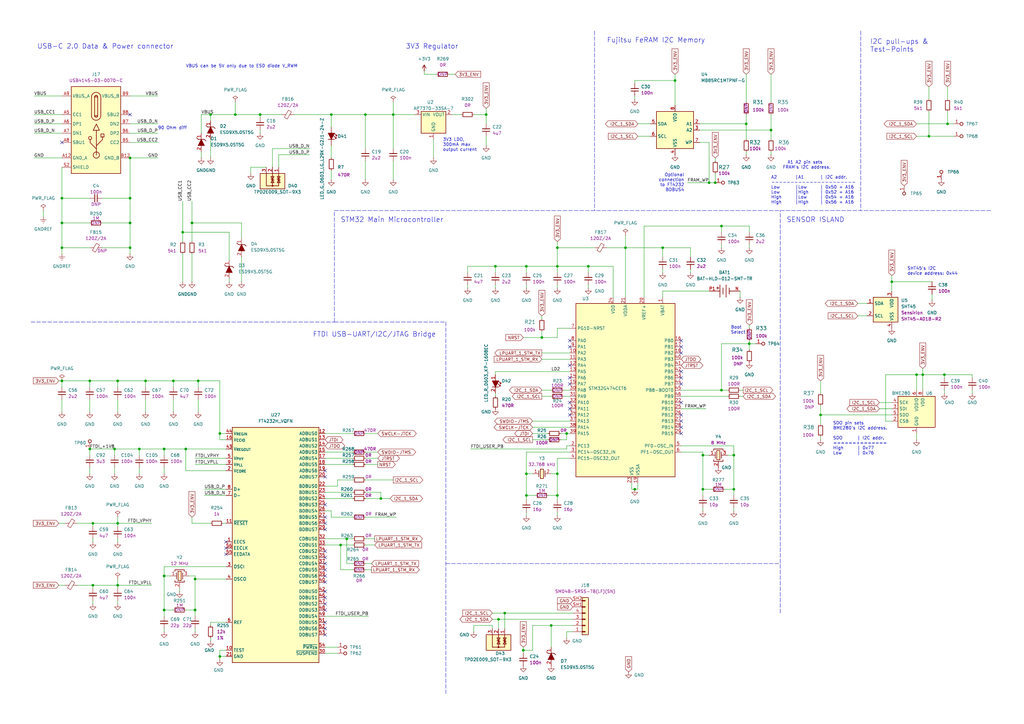
<source format=kicad_sch>
(kicad_sch (version 20211123) (generator eeschema)
  (paper "A3")
  (title_block (title "GPU Cluster Backplane") (date "2023-11-09") (rev "1.0.0") (company "Antmicro Ltd") (comment 1 "www.antmicro.com"))
  (lib_symbols
    (symbol "C_100n_0402_1" (pin_numbers hide) (pin_names hide)
      (property "Reference" "C" (at 20.32 -5.08 0))
      (property "Val" "100n" (at 20.32 -7.62 0))
      (symbol "C_100n_0402_1_1_1"
        (pin passive line (at 0 0 0) (length 2.032) (name "~") (number "1"))
        (pin passive line (at 5.08 0 180) (length 2.032) (name "~") (number "2"))
      )
    )
    (symbol "C_100n_0402_10" (pin_numbers hide) (pin_names hide)
      (property "Reference" "C" (at 20.32 -5.08 0))
      (property "Val" "100n" (at 20.32 -7.62 0))
      (symbol "C_100n_0402_10_1_1"
        (pin passive line (at 0 0 0) (length 2.032) (name "~") (number "1"))
        (pin passive line (at 5.08 0 180) (length 2.032) (name "~") (number "2"))
      )
    )
    (symbol "C_100n_0402_11" (pin_numbers hide) (pin_names hide)
      (property "Reference" "C" (at 20.32 -5.08 0))
      (property "Val" "100n" (at 20.32 -7.62 0))
      (symbol "C_100n_0402_11_1_1"
        (pin passive line (at 0 0 0) (length 2.032) (name "~") (number "1"))
        (pin passive line (at 5.08 0 180) (length 2.032) (name "~") (number "2"))
      )
    )
    (symbol "C_100n_0402_12" (pin_numbers hide) (pin_names hide)
      (property "Reference" "C" (at 20.32 -5.08 0))
      (property "Val" "100n" (at 20.32 -7.62 0))
      (symbol "C_100n_0402_12_1_1"
        (pin passive line (at 0 0 0) (length 2.032) (name "~") (number "1"))
        (pin passive line (at 5.08 0 180) (length 2.032) (name "~") (number "2"))
      )
    )
    (symbol "C_100n_0402_13" (pin_numbers hide) (pin_names hide)
      (property "Reference" "C" (at 20.32 -5.08 0))
      (property "Val" "100n" (at 20.32 -7.62 0))
      (symbol "C_100n_0402_13_1_1"
        (pin passive line (at 0 0 0) (length 2.032) (name "~") (number "1"))
        (pin passive line (at 5.08 0 180) (length 2.032) (name "~") (number "2"))
      )
    )
    (symbol "C_100n_0402_15" (pin_numbers hide) (pin_names hide)
      (property "Reference" "C" (at 20.32 -5.08 0))
      (property "Val" "100n" (at 20.32 -7.62 0))
      (symbol "C_100n_0402_15_1_1"
        (pin passive line (at 0 0 0) (length 2.032) (name "~") (number "1"))
        (pin passive line (at 5.08 0 180) (length 2.032) (name "~") (number "2"))
      )
    )
    (symbol "C_100n_0402_16" (pin_numbers hide) (pin_names hide)
      (property "Reference" "C" (at 20.32 -5.08 0))
      (property "Val" "100n" (at 20.32 -7.62 0))
      (symbol "C_100n_0402_16_1_1"
        (pin passive line (at 0 0 0) (length 2.032) (name "~") (number "1"))
        (pin passive line (at 5.08 0 180) (length 2.032) (name "~") (number "2"))
      )
    )
    (symbol "C_100n_0402_17" (pin_numbers hide) (pin_names hide)
      (property "Reference" "C" (at 20.32 -5.08 0))
      (property "Val" "100n" (at 20.32 -7.62 0))
      (symbol "C_100n_0402_17_1_1"
        (pin passive line (at 0 0 0) (length 2.032) (name "~") (number "1"))
        (pin passive line (at 5.08 0 180) (length 2.032) (name "~") (number "2"))
      )
    )
    (symbol "C_100n_0402_18" (pin_numbers hide) (pin_names hide)
      (property "Reference" "C" (at 20.32 -5.08 0))
      (property "Val" "100n" (at 20.32 -7.62 0))
      (symbol "C_100n_0402_18_1_1"
        (pin passive line (at 0 0 0) (length 2.032) (name "~") (number "1"))
        (pin passive line (at 5.08 0 180) (length 2.032) (name "~") (number "2"))
      )
    )
    (symbol "C_100n_0402_19" (pin_numbers hide) (pin_names hide)
      (property "Reference" "C" (at 20.32 -5.08 0))
      (property "Val" "100n" (at 20.32 -7.62 0))
      (symbol "C_100n_0402_19_1_1"
        (pin passive line (at 0 0 0) (length 2.032) (name "~") (number "1"))
        (pin passive line (at 5.08 0 180) (length 2.032) (name "~") (number "2"))
      )
    )
    (symbol "C_100n_0402_2" (pin_numbers hide) (pin_names hide)
      (property "Reference" "C" (at 20.32 -5.08 0))
      (property "Val" "100n" (at 20.32 -7.62 0))
      (symbol "C_100n_0402_2_1_1"
        (pin passive line (at 0 0 0) (length 2.032) (name "~") (number "1"))
        (pin passive line (at 5.08 0 180) (length 2.032) (name "~") (number "2"))
      )
    )
    (symbol "C_100n_0402_3" (pin_numbers hide) (pin_names hide)
      (property "Reference" "C" (at 20.32 -5.08 0))
      (property "Val" "100n" (at 20.32 -7.62 0))
      (symbol "C_100n_0402_3_1_1"
        (pin passive line (at 0 0 0) (length 2.032) (name "~") (number "1"))
        (pin passive line (at 5.08 0 180) (length 2.032) (name "~") (number "2"))
      )
    )
    (symbol "C_100n_0402_4" (pin_numbers hide) (pin_names hide)
      (property "Reference" "C" (at 20.32 -5.08 0))
      (property "Val" "100n" (at 20.32 -7.62 0))
      (symbol "C_100n_0402_4_1_1"
        (pin passive line (at 0 0 0) (length 2.032) (name "~") (number "1"))
        (pin passive line (at 5.08 0 180) (length 2.032) (name "~") (number "2"))
      )
    )
    (symbol "C_100n_0402_5" (pin_numbers hide) (pin_names hide)
      (property "Reference" "C" (at 20.32 -5.08 0))
      (property "Val" "100n" (at 20.32 -7.62 0))
      (symbol "C_100n_0402_5_1_1"
        (pin passive line (at 0 0 0) (length 2.032) (name "~") (number "1"))
        (pin passive line (at 5.08 0 180) (length 2.032) (name "~") (number "2"))
      )
    )
    (symbol "C_100n_0402_6" (pin_numbers hide) (pin_names hide)
      (property "Reference" "C" (at 20.32 -5.08 0))
      (property "Val" "100n" (at 20.32 -7.62 0))
      (symbol "C_100n_0402_6_1_1"
        (pin passive line (at 0 0 0) (length 2.032) (name "~") (number "1"))
        (pin passive line (at 5.08 0 180) (length 2.032) (name "~") (number "2"))
      )
    )
    (symbol "C_100n_0402_7" (pin_numbers hide) (pin_names hide)
      (property "Reference" "C" (at 20.32 -5.08 0))
      (property "Val" "100n" (at 20.32 -7.62 0))
      (symbol "C_100n_0402_7_1_1"
        (pin passive line (at 0 0 0) (length 2.032) (name "~") (number "1"))
        (pin passive line (at 5.08 0 180) (length 2.032) (name "~") (number "2"))
      )
    )
    (symbol "C_100n_0402_8" (pin_numbers hide) (pin_names hide)
      (property "Reference" "C" (at 20.32 -5.08 0))
      (property "Val" "100n" (at 20.32 -7.62 0))
      (symbol "C_100n_0402_8_1_1"
        (pin passive line (at 0 0 0) (length 2.032) (name "~") (number "1"))
        (pin passive line (at 5.08 0 180) (length 2.032) (name "~") (number "2"))
      )
    )
    (symbol "C_100n_0402_9" (pin_numbers hide) (pin_names hide)
      (property "Reference" "C" (at 20.32 -5.08 0))
      (property "Val" "100n" (at 20.32 -7.62 0))
      (symbol "C_100n_0402_9_1_1"
        (pin passive line (at 0 0 0) (length 2.032) (name "~") (number "1"))
        (pin passive line (at 5.08 0 180) (length 2.032) (name "~") (number "2"))
      )
    )
    (symbol "C_10p_0402_1" (pin_numbers hide) (pin_names hide)
      (property "Reference" "C" (at 20.32 -5.08 0))
      (property "Val" "10p" (at 20.32 -7.62 0))
      (symbol "C_10p_0402_1_1_1"
        (pin passive line (at 0 0 0) (length 2.032) (name "~") (number "1"))
        (pin passive line (at 5.08 0 180) (length 2.032) (name "~") (number "2"))
      )
    )
    (symbol "C_16p_0402_1" (pin_numbers hide) (pin_names hide)
      (property "Reference" "C" (at 20.32 -5.08 0))
      (property "Val" "16p" (at 20.32 -7.62 0))
      (symbol "C_16p_0402_1_1_1"
        (pin passive line (at 0 0 0) (length 2.032) (name "~") (number "1"))
        (pin passive line (at 5.08 0 180) (length 2.032) (name "~") (number "2"))
      )
    )
    (symbol "C_22p_0402_1" (pin_numbers hide) (pin_names hide)
      (property "Reference" "C" (at 20.32 -5.08 0))
      (property "Val" "22p" (at 20.32 -7.62 0))
      (symbol "C_22p_0402_1_1_1"
        (pin passive line (at 0 0 0) (length 2.032) (name "~") (number "1"))
        (pin passive line (at 5.08 0 180) (length 2.032) (name "~") (number "2"))
      )
    )
    (symbol "C_2u2_0402_1" (pin_numbers hide) (pin_names hide)
      (property "Reference" "C" (at 20.32 -5.08 0))
      (property "Val" "2u2" (at 20.32 -7.62 0))
      (symbol "C_2u2_0402_1_1_1"
        (pin passive line (at 0 0 0) (length 2.032) (name "~") (number "1"))
        (pin passive line (at 5.08 0 180) (length 2.032) (name "~") (number "2"))
      )
    )
    (symbol "C_2u2_0402_2" (pin_numbers hide) (pin_names hide)
      (property "Reference" "C" (at 20.32 -5.08 0))
      (property "Val" "2u2" (at 20.32 -7.62 0))
      (symbol "C_2u2_0402_2_1_1"
        (pin passive line (at 0 0 0) (length 2.032) (name "~") (number "1"))
        (pin passive line (at 5.08 0 180) (length 2.032) (name "~") (number "2"))
      )
    )
    (symbol "C_2u2_0402_3" (pin_numbers hide) (pin_names hide)
      (property "Reference" "C" (at 20.32 -5.08 0))
      (property "Val" "2u2" (at 20.32 -7.62 0))
      (symbol "C_2u2_0402_3_1_1"
        (pin passive line (at 0 0 0) (length 2.032) (name "~") (number "1"))
        (pin passive line (at 5.08 0 180) (length 2.032) (name "~") (number "2"))
      )
    )
    (symbol "C_2u2_0402_4" (pin_numbers hide) (pin_names hide)
      (property "Reference" "C" (at 20.32 -5.08 0))
      (property "Val" "2u2" (at 20.32 -7.62 0))
      (symbol "C_2u2_0402_4_1_1"
        (pin passive line (at 0 0 0) (length 2.032) (name "~") (number "1"))
        (pin passive line (at 5.08 0 180) (length 2.032) (name "~") (number "2"))
      )
    )
    (symbol "C_2u2_0402_5" (pin_numbers hide) (pin_names hide)
      (property "Reference" "C" (at 20.32 -5.08 0))
      (property "Val" "2u2" (at 20.32 -7.62 0))
      (symbol "C_2u2_0402_5_1_1"
        (pin passive line (at 0 0 0) (length 2.032) (name "~") (number "1"))
        (pin passive line (at 5.08 0 180) (length 2.032) (name "~") (number "2"))
      )
    )
    (symbol "C_4u7_0402_1" (pin_numbers hide) (pin_names hide)
      (property "Reference" "C" (at 20.32 -5.08 0))
      (property "Val" "4u7" (at 20.32 -7.62 0))
      (symbol "C_4u7_0402_1_1_1"
        (pin passive line (at 0 0 0) (length 2.032) (name "~") (number "1"))
        (pin passive line (at 5.08 0 180) (length 2.032) (name "~") (number "2"))
      )
    )
    (symbol "C_4u7_0402_2" (pin_numbers hide) (pin_names hide)
      (property "Reference" "C" (at 20.32 -5.08 0))
      (property "Val" "4u7" (at 20.32 -7.62 0))
      (symbol "C_4u7_0402_2_1_1"
        (pin passive line (at 0 0 0) (length 2.032) (name "~") (number "1"))
        (pin passive line (at 5.08 0 180) (length 2.032) (name "~") (number "2"))
      )
    )
    (symbol "C_4u7_0402_3" (pin_numbers hide) (pin_names hide)
      (property "Reference" "C" (at 20.32 -5.08 0))
      (property "Val" "4u7" (at 20.32 -7.62 0))
      (symbol "C_4u7_0402_3_1_1"
        (pin passive line (at 0 0 0) (length 2.032) (name "~") (number "1"))
        (pin passive line (at 5.08 0 180) (length 2.032) (name "~") (number "2"))
      )
    )
    (symbol "C_4u7_0402_7" (pin_numbers hide) (pin_names hide)
      (property "Reference" "C" (at 20.32 -5.08 0))
      (property "Val" "4u7" (at 20.32 -7.62 0))
      (symbol "C_4u7_0402_7_1_1"
        (pin passive line (at 0 0 0) (length 2.032) (name "~") (number "1"))
        (pin passive line (at 5.08 0 180) (length 2.032) (name "~") (number "2"))
      )
    )
    (symbol "ESD9X5.0ST5G_1" (pin_names hide)
      (property "Reference" "D" (at 21.59 -2.54 0))
      (property "Value" "ESD9X5.0ST5G_1" (at 21.59 -5.08 0))
      (symbol "ESD9X5.0ST5G_1_1_1"
        (pin bidirectional line (at 7.62 0 180) (length 2.54) (name "1") (number "1"))
        (pin bidirectional line (at 0 0 0) (length 2.54) (name "2") (number "2"))
      )
    )
    (symbol "ESD9X5.0ST5G_2" (pin_names hide)
      (property "Reference" "D" (at 21.59 -2.54 0))
      (property "Value" "ESD9X5.0ST5G_2" (at 21.59 -5.08 0))
      (symbol "ESD9X5.0ST5G_2_1_1"
        (pin bidirectional line (at 7.62 0 180) (length 2.54) (name "1") (number "1"))
        (pin bidirectional line (at 0 0 0) (length 2.54) (name "2") (number "2"))
      )
    )
    (symbol "ESD9X5.0ST5G_3" (pin_names hide)
      (property "Reference" "D" (at 21.59 -2.54 0))
      (property "Value" "ESD9X5.0ST5G_3" (at 21.59 -5.08 0))
      (symbol "ESD9X5.0ST5G_3_1_1"
        (pin bidirectional line (at 7.62 0 180) (length 2.54) (name "1") (number "1"))
        (pin bidirectional line (at 0 0 0) (length 2.54) (name "2") (number "2"))
      )
    )
    (symbol "ESD9X5.0ST5G_4" (pin_names hide)
      (property "Reference" "D" (at 21.59 -2.54 0))
      (property "Value" "ESD9X5.0ST5G_4" (at 21.59 -5.08 0))
      (symbol "ESD9X5.0ST5G_4_1_1"
        (pin bidirectional line (at 7.62 0 180) (length 2.54) (name "1") (number "1"))
        (pin bidirectional line (at 0 0 0) (length 2.54) (name "2") (number "2"))
      )
    )
    (symbol "ESD9X5.0ST5G_5" (pin_names hide)
      (property "Reference" "D" (at 21.59 -2.54 0))
      (property "Value" "ESD9X5.0ST5G_5" (at 21.59 -5.08 0))
      (symbol "ESD9X5.0ST5G_5_1_1"
        (pin bidirectional line (at 7.62 0 180) (length 2.54) (name "1") (number "1"))
        (pin bidirectional line (at 0 0 0) (length 2.54) (name "2") (number "2"))
      )
    )
    (symbol "R_0R_0402_1" (pin_numbers hide) (pin_names hide)
      (property "Reference" "R" (at 20.32 -5.08 0))
      (property "Val" "0R" (at 20.32 -7.62 0))
      (symbol "R_0R_0402_1_1_1"
        (pin passive line (at 0 0 0) (length 0.635) (name "~") (number "1"))
        (pin passive line (at 5.08 0 180) (length 0.635) (name "~") (number "2"))
      )
    )
    (symbol "R_0R_0402_10" (pin_numbers hide) (pin_names hide)
      (property "Reference" "R" (at 20.32 -5.08 0))
      (property "Val" "0R" (at 20.32 -7.62 0))
      (symbol "R_0R_0402_10_1_1"
        (pin passive line (at 0 0 0) (length 0.635) (name "~") (number "1"))
        (pin passive line (at 5.08 0 180) (length 0.635) (name "~") (number "2"))
      )
    )
    (symbol "R_0R_0402_2" (pin_numbers hide) (pin_names hide)
      (property "Reference" "R" (at 20.32 -5.08 0))
      (property "Val" "0R" (at 20.32 -7.62 0))
      (symbol "R_0R_0402_2_1_1"
        (pin passive line (at 0 0 0) (length 0.635) (name "~") (number "1"))
        (pin passive line (at 5.08 0 180) (length 0.635) (name "~") (number "2"))
      )
    )
    (symbol "R_0R_0402_3" (pin_numbers hide) (pin_names hide)
      (property "Reference" "R" (at 20.32 -5.08 0))
      (property "Val" "0R" (at 20.32 -7.62 0))
      (symbol "R_0R_0402_3_1_1"
        (pin passive line (at 0 0 0) (length 0.635) (name "~") (number "1"))
        (pin passive line (at 5.08 0 180) (length 0.635) (name "~") (number "2"))
      )
    )
    (symbol "R_0R_0402_4" (pin_numbers hide) (pin_names hide)
      (property "Reference" "R" (at 20.32 -5.08 0))
      (property "Val" "0R" (at 20.32 -7.62 0))
      (symbol "R_0R_0402_4_1_1"
        (pin passive line (at 0 0 0) (length 0.635) (name "~") (number "1"))
        (pin passive line (at 5.08 0 180) (length 0.635) (name "~") (number "2"))
      )
    )
    (symbol "R_0R_0402_5" (pin_numbers hide) (pin_names hide)
      (property "Reference" "R" (at 20.32 -5.08 0))
      (property "Val" "0R" (at 20.32 -7.62 0))
      (symbol "R_0R_0402_5_1_1"
        (pin passive line (at 0 0 0) (length 0.635) (name "~") (number "1"))
        (pin passive line (at 5.08 0 180) (length 0.635) (name "~") (number "2"))
      )
    )
    (symbol "R_0R_0402_6" (pin_numbers hide) (pin_names hide)
      (property "Reference" "R" (at 20.32 -5.08 0))
      (property "Val" "0R" (at 20.32 -7.62 0))
      (symbol "R_0R_0402_6_1_1"
        (pin passive line (at 0 0 0) (length 0.635) (name "~") (number "1"))
        (pin passive line (at 5.08 0 180) (length 0.635) (name "~") (number "2"))
      )
    )
    (symbol "R_0R_0402_7" (pin_numbers hide) (pin_names hide)
      (property "Reference" "R" (at 20.32 -5.08 0))
      (property "Val" "0R" (at 20.32 -7.62 0))
      (symbol "R_0R_0402_7_1_1"
        (pin passive line (at 0 0 0) (length 0.635) (name "~") (number "1"))
        (pin passive line (at 5.08 0 180) (length 0.635) (name "~") (number "2"))
      )
    )
    (symbol "R_0R_0402_8" (pin_numbers hide) (pin_names hide)
      (property "Reference" "R" (at 20.32 -5.08 0))
      (property "Val" "0R" (at 20.32 -7.62 0))
      (symbol "R_0R_0402_8_1_1"
        (pin passive line (at 0 0 0) (length 0.635) (name "~") (number "1"))
        (pin passive line (at 5.08 0 180) (length 0.635) (name "~") (number "2"))
      )
    )
    (symbol "R_0R_0402_9" (pin_numbers hide) (pin_names hide)
      (property "Reference" "R" (at 20.32 -5.08 0))
      (property "Val" "0R" (at 20.32 -7.62 0))
      (symbol "R_0R_0402_9_1_1"
        (pin passive line (at 0 0 0) (length 0.635) (name "~") (number "1"))
        (pin passive line (at 5.08 0 180) (length 0.635) (name "~") (number "2"))
      )
    )
    (symbol "R_100R_0402_1" (pin_numbers hide) (pin_names hide)
      (property "Reference" "R" (at 20.32 -5.08 0))
      (property "Val" "100R" (at 20.32 -7.62 0))
      (symbol "R_100R_0402_1_1_1"
        (pin passive line (at 0 0 0) (length 0.635) (name "~") (number "1"))
        (pin passive line (at 5.08 0 180) (length 0.635) (name "~") (number "2"))
      )
    )
    (symbol "R_100R_0402_2" (pin_numbers hide) (pin_names hide)
      (property "Reference" "R" (at 20.32 -5.08 0))
      (property "Val" "100R" (at 20.32 -7.62 0))
      (symbol "R_100R_0402_2_1_1"
        (pin passive line (at 0 0 0) (length 0.635) (name "~") (number "1"))
        (pin passive line (at 5.08 0 180) (length 0.635) (name "~") (number "2"))
      )
    )
    (symbol "R_100R_0402_3" (pin_numbers hide) (pin_names hide)
      (property "Reference" "R" (at 20.32 -5.08 0))
      (property "Val" "100R" (at 20.32 -7.62 0))
      (symbol "R_100R_0402_3_1_1"
        (pin passive line (at 0 0 0) (length 0.635) (name "~") (number "1"))
        (pin passive line (at 5.08 0 180) (length 0.635) (name "~") (number "2"))
      )
    )
    (symbol "R_100R_0402_4" (pin_numbers hide) (pin_names hide)
      (property "Reference" "R" (at 20.32 -5.08 0))
      (property "Val" "100R" (at 20.32 -7.62 0))
      (symbol "R_100R_0402_4_1_1"
        (pin passive line (at 0 0 0) (length 0.635) (name "~") (number "1"))
        (pin passive line (at 5.08 0 180) (length 0.635) (name "~") (number "2"))
      )
    )
    (symbol "R_100k_0402_1" (pin_numbers hide) (pin_names hide)
      (property "Reference" "R" (at 20.32 -5.08 0))
      (property "Val" "100k" (at 20.32 -7.62 0))
      (symbol "R_100k_0402_1_1_1"
        (pin passive line (at 0 0 0) (length 0.635) (name "~") (number "1"))
        (pin passive line (at 5.08 0 180) (length 0.635) (name "~") (number "2"))
      )
    )
    (symbol "R_100k_0402_2" (pin_numbers hide) (pin_names hide)
      (property "Reference" "R" (at 20.32 -5.08 0))
      (property "Val" "100k" (at 20.32 -7.62 0))
      (symbol "R_100k_0402_2_1_1"
        (pin passive line (at 0 0 0) (length 0.635) (name "~") (number "1"))
        (pin passive line (at 5.08 0 180) (length 0.635) (name "~") (number "2"))
      )
    )
    (symbol "R_100k_0402_3" (pin_numbers hide) (pin_names hide)
      (property "Reference" "R" (at 20.32 -5.08 0))
      (property "Val" "100k" (at 20.32 -7.62 0))
      (symbol "R_100k_0402_3_1_1"
        (pin passive line (at 0 0 0) (length 0.635) (name "~") (number "1"))
        (pin passive line (at 5.08 0 180) (length 0.635) (name "~") (number "2"))
      )
    )
    (symbol "R_100k_0402_4" (pin_numbers hide) (pin_names hide)
      (property "Reference" "R" (at 20.32 -5.08 0))
      (property "Val" "100k" (at 20.32 -7.62 0))
      (symbol "R_100k_0402_4_1_1"
        (pin passive line (at 0 0 0) (length 0.635) (name "~") (number "1"))
        (pin passive line (at 5.08 0 180) (length 0.635) (name "~") (number "2"))
      )
    )
    (symbol "R_100k_0402_5" (pin_numbers hide) (pin_names hide)
      (property "Reference" "R" (at 20.32 -5.08 0))
      (property "Val" "100k" (at 20.32 -7.62 0))
      (symbol "R_100k_0402_5_1_1"
        (pin passive line (at 0 0 0) (length 0.635) (name "~") (number "1"))
        (pin passive line (at 5.08 0 180) (length 0.635) (name "~") (number "2"))
      )
    )
    (symbol "R_100k_0402_6" (pin_numbers hide) (pin_names hide)
      (property "Reference" "R" (at 20.32 -5.08 0))
      (property "Val" "100k" (at 20.32 -7.62 0))
      (symbol "R_100k_0402_6_1_1"
        (pin passive line (at 0 0 0) (length 0.635) (name "~") (number "1"))
        (pin passive line (at 5.08 0 180) (length 0.635) (name "~") (number "2"))
      )
    )
    (symbol "R_100k_0402_7" (pin_numbers hide) (pin_names hide)
      (property "Reference" "R" (at 20.32 -5.08 0))
      (property "Val" "100k" (at 20.32 -7.62 0))
      (symbol "R_100k_0402_7_1_1"
        (pin passive line (at 0 0 0) (length 0.635) (name "~") (number "1"))
        (pin passive line (at 5.08 0 180) (length 0.635) (name "~") (number "2"))
      )
    )
    (symbol "R_100k_0402_8" (pin_numbers hide) (pin_names hide)
      (property "Reference" "R" (at 20.32 -5.08 0))
      (property "Val" "100k" (at 20.32 -7.62 0))
      (symbol "R_100k_0402_8_1_1"
        (pin passive line (at 0 0 0) (length 0.635) (name "~") (number "1"))
        (pin passive line (at 5.08 0 180) (length 0.635) (name "~") (number "2"))
      )
    )
    (symbol "R_100k_0402_9" (pin_numbers hide) (pin_names hide)
      (property "Reference" "R" (at 20.32 -5.08 0))
      (property "Val" "100k" (at 20.32 -7.62 0))
      (symbol "R_100k_0402_9_1_1"
        (pin passive line (at 0 0 0) (length 0.635) (name "~") (number "1"))
        (pin passive line (at 5.08 0 180) (length 0.635) (name "~") (number "2"))
      )
    )
    (symbol "R_470R_0402_1" (pin_numbers hide) (pin_names hide)
      (property "Reference" "R" (at 20.32 -5.08 0))
      (property "Val" "470R" (at 20.32 -7.62 0))
      (symbol "R_470R_0402_1_1_1"
        (pin passive line (at 0 0 0) (length 0.635) (name "~") (number "1"))
        (pin passive line (at 5.08 0 180) (length 0.635) (name "~") (number "2"))
      )
    )
    (symbol "R_470R_0402_2" (pin_numbers hide) (pin_names hide)
      (property "Reference" "R" (at 20.32 -5.08 0))
      (property "Val" "470R" (at 20.32 -7.62 0))
      (symbol "R_470R_0402_2_1_1"
        (pin passive line (at 0 0 0) (length 0.635) (name "~") (number "1"))
        (pin passive line (at 5.08 0 180) (length 0.635) (name "~") (number "2"))
      )
    )
    (symbol "R_470R_0402_3" (pin_numbers hide) (pin_names hide)
      (property "Reference" "R" (at 20.32 -5.08 0))
      (property "Val" "470R" (at 20.32 -7.62 0))
      (symbol "R_470R_0402_3_1_1"
        (pin passive line (at 0 0 0) (length 0.635) (name "~") (number "1"))
        (pin passive line (at 5.08 0 180) (length 0.635) (name "~") (number "2"))
      )
    )
    (symbol "R_5k1_0402_1" (pin_numbers hide) (pin_names hide)
      (property "Reference" "R" (at 20.32 -5.08 0))
      (property "Val" "5k1" (at 20.32 -7.62 0))
      (symbol "R_5k1_0402_1_1_1"
        (pin passive line (at 0 0 0) (length 0.635) (name "~") (number "1"))
        (pin passive line (at 5.08 0 180) (length 0.635) (name "~") (number "2"))
      )
    )
    (symbol "R_5k1_0402_2" (pin_numbers hide) (pin_names hide)
      (property "Reference" "R" (at 20.32 -5.08 0))
      (property "Val" "5k1" (at 20.32 -7.62 0))
      (symbol "R_5k1_0402_2_1_1"
        (pin passive line (at 0 0 0) (length 0.635) (name "~") (number "1"))
        (pin passive line (at 5.08 0 180) (length 0.635) (name "~") (number "2"))
      )
    )
    (symbol "R_5k1_0402_3" (pin_numbers hide) (pin_names hide)
      (property "Reference" "R" (at 20.32 -5.08 0))
      (property "Val" "5k1" (at 20.32 -7.62 0))
      (symbol "R_5k1_0402_3_1_1"
        (pin passive line (at 0 0 0) (length 0.635) (name "~") (number "1"))
        (pin passive line (at 5.08 0 180) (length 0.635) (name "~") (number "2"))
      )
    )
    (symbol "antmicroBatteryHoldersClipsContacts:BAT-HLD-012-SMT-TR"
      (property "Reference" "BT" (at 17.78 -5.08 0))
      (property "MPN" "BAT-HLD-012-SMT-TR" (at 17.78 -7.62 0))
      (symbol "BAT-HLD-012-SMT-TR_1_1"
        (pin power_out line (at 0 -12.7 90) (length 2.54) (name "~") (number "N"))
        (pin power_out line (at 0 0 270) (length 2.54) (name "~") (number "P1"))
        (pin passive line (at 0 0 270) (length 2.54) hide (name "~") (number "P2"))
      )
    )
    (symbol "antmicroCapacitors0402:C_100n_0402" (pin_numbers hide) (pin_names hide)
      (property "Reference" "C" (at 20.32 -5.08 0))
      (property "Val" "100n" (at 20.32 -7.62 0))
      (symbol "C_100n_0402_1_1"
        (pin passive line (at 0 0 0) (length 2.032) (name "~") (number "1"))
        (pin passive line (at 5.08 0 180) (length 2.032) (name "~") (number "2"))
      )
    )
    (symbol "antmicroCapacitors0402:C_10p_0402" (pin_numbers hide) (pin_names hide)
      (property "Reference" "C" (at 20.32 -5.08 0))
      (property "Val" "10p" (at 20.32 -7.62 0))
      (symbol "C_10p_0402_1_1"
        (pin passive line (at 0 0 0) (length 2.032) (name "~") (number "1"))
        (pin passive line (at 5.08 0 180) (length 2.032) (name "~") (number "2"))
      )
    )
    (symbol "antmicroCapacitors0402:C_16p_0402" (pin_numbers hide) (pin_names hide)
      (property "Reference" "C" (at 20.32 -5.08 0))
      (property "Val" "16p" (at 20.32 -7.62 0))
      (symbol "C_16p_0402_1_1"
        (pin passive line (at 0 0 0) (length 2.032) (name "~") (number "1"))
        (pin passive line (at 5.08 0 180) (length 2.032) (name "~") (number "2"))
      )
    )
    (symbol "antmicroCapacitors0402:C_22p_0402" (pin_numbers hide) (pin_names hide)
      (property "Reference" "C" (at 20.32 -5.08 0))
      (property "Val" "22p" (at 20.32 -7.62 0))
      (symbol "C_22p_0402_1_1"
        (pin passive line (at 0 0 0) (length 2.032) (name "~") (number "1"))
        (pin passive line (at 5.08 0 180) (length 2.032) (name "~") (number "2"))
      )
    )
    (symbol "antmicroCapacitors0402:C_2u2_0402" (pin_numbers hide) (pin_names hide)
      (property "Reference" "C" (at 20.32 -5.08 0))
      (property "Val" "2u2" (at 20.32 -7.62 0))
      (symbol "C_2u2_0402_1_1"
        (pin passive line (at 0 0 0) (length 2.032) (name "~") (number "1"))
        (pin passive line (at 5.08 0 180) (length 2.032) (name "~") (number "2"))
      )
    )
    (symbol "antmicroCapacitors0402:C_3u3_0402" (pin_numbers hide) (pin_names hide)
      (property "Reference" "C" (at 20.32 -5.08 0))
      (property "Val" "3u3" (at 20.32 -7.62 0))
      (symbol "C_3u3_0402_1_1"
        (pin passive line (at 0 0 0) (length 2.032) (name "~") (number "1"))
        (pin passive line (at 5.08 0 180) (length 2.032) (name "~") (number "2"))
      )
    )
    (symbol "antmicroCapacitors0402:C_4u7_0402" (pin_numbers hide) (pin_names hide)
      (property "Reference" "C" (at 20.32 -5.08 0))
      (property "Val" "4u7" (at 20.32 -7.62 0))
      (symbol "C_4u7_0402_1_1"
        (pin passive line (at 0 0 0) (length 2.032) (name "~") (number "1"))
        (pin passive line (at 5.08 0 180) (length 2.032) (name "~") (number "2"))
      )
    )
    (symbol "antmicroFerriteBeadsandChips:FB_120Z_2A_Murata-BLM18PG_0603" (pin_numbers hide) (pin_names hide)
      (property "Reference" "FB" (at 15.24 0 0))
      (property "Val" "120Z/2A" (at 15.24 -5.08 0))
      (symbol "FB_120Z_2A_Murata-BLM18PG_0603_1_1"
        (pin passive line (at 0 0 0) (length 1.27) (name "~") (number "1"))
        (pin passive line (at 5.08 0 180) (length 1.27) (name "~") (number "2"))
      )
    )
    (symbol "antmicroHumidityMoistureSensors:BME280"
      (property "Reference" "U" (at 33.02 -5.08 0))
      (property "Value" "BME280" (at 33.02 -7.62 0))
      (symbol "BME280_1_1"
        (pin power_in line (at 10.16 -17.78 90) (length 2.54) (name "GND") (number "1"))
        (pin input line (at 0 -12.7 0) (length 2.54) (name "CSB") (number "2"))
        (pin bidirectional line (at 0 -7.62 0) (length 2.54) (name "SDI") (number "3"))
        (pin input line (at 0 -5.08 0) (length 2.54) (name "SCK") (number "4"))
        (pin bidirectional line (at 0 -10.16 0) (length 2.54) (name "SDO") (number "5"))
        (pin power_in line (at 10.16 0 270) (length 2.54) (name "VDDIO") (number "6"))
        (pin passive line (at 10.16 -17.78 90) (length 2.54) hide (name "GND") (number "7"))
        (pin power_in line (at 12.7 0 270) (length 2.54) (name "VDD") (number "8"))
      )
    )
    (symbol "antmicroHumidityMoistureSensors:SHT45"
      (property "Reference" "U" (at 27.94 -5.08 0))
      (property "Value" "SHT45" (at 27.94 -7.62 0))
      (symbol "SHT45_1_1"
        (pin bidirectional line (at 0 -5.08 0) (length 2.54) (name "SDA") (number "1"))
        (pin input line (at 0 -10.16 0) (length 2.54) (name "SCL") (number "2"))
        (pin power_in line (at 10.16 0 270) (length 2.54) (name "VDD") (number "3"))
        (pin power_in line (at 10.16 -15.24 90) (length 2.54) (name "VSS") (number "4"))
      )
    )
    (symbol "antmicroInterfaceControllers:FT4232H_VQFN"
      (property "Reference" "U" (at 55.88 -2.54 0))
      (property "Value" "FT4232H_VQFN" (at 55.88 -5.08 0))
      (symbol "FT4232H_VQFN_1_1"
        (pin bidirectional line (at 0 -44.45 0) (length 2.54) (name "EECS") (number "1"))
        (pin input line (at 0 -88.9 0) (length 2.54) (name "TEST") (number "10"))
        (pin input line (at 0 -36.83 0) (length 2.54) (name "~{RESET}") (number "11"))
        (pin bidirectional line (at 40.64 0 180) (length 2.54) (name "ADBUS0") (number "12"))
        (pin bidirectional line (at 40.64 -2.54 180) (length 2.54) (name "ADBUS1") (number "13"))
        (pin bidirectional line (at 40.64 -5.08 180) (length 2.54) (name "ADBUS2") (number "14"))
        (pin bidirectional line (at 40.64 -7.62 180) (length 2.54) (name "ADBUS3") (number "15"))
        (pin power_in line (at 0 -2.54 0) (length 2.54) (name "V_{CCIO}") (number "16"))
        (pin bidirectional line (at 40.64 -10.16 180) (length 2.54) (name "ADBUS4") (number "17"))
        (pin bidirectional line (at 40.64 -12.7 180) (length 2.54) (name "ADBUS5") (number "18"))
        (pin bidirectional line (at 40.64 -15.24 180) (length 2.54) (name "ADBUS6") (number "19"))
        (pin power_in line (at 0 -15.24 0) (length 2.54) (name "V_{CORE}") (number "2"))
        (pin bidirectional line (at 40.64 -17.78 180) (length 2.54) (name "ADBUS7") (number "20"))
        (pin power_in line (at 0 -91.44 0) (length 2.54) (name "GND") (number "21"))
        (pin bidirectional line (at 40.64 -21.59 180) (length 2.54) (name "BDBUS0") (number "22"))
        (pin bidirectional line (at 40.64 -24.13 180) (length 2.54) (name "BDBUS1") (number "23"))
        (pin bidirectional line (at 40.64 -26.67 180) (length 2.54) (name "BDBUS2") (number "24"))
        (pin bidirectional line (at 40.64 -29.21 180) (length 2.54) (name "BDBUS3") (number "25"))
        (pin bidirectional line (at 40.64 -31.75 180) (length 2.54) (name "BDBUS4") (number "26"))
        (pin bidirectional line (at 40.64 -34.29 180) (length 2.54) (name "BDBUS5") (number "27"))
        (pin bidirectional line (at 40.64 -36.83 180) (length 2.54) (name "BDBUS6") (number "28"))
        (pin bidirectional line (at 40.64 -39.37 180) (length 2.54) (name "BDBUS7") (number "29"))
        (pin input line (at 0 -54.61 0) (length 2.54) (name "OSCI") (number "3"))
        (pin output line (at 40.64 -90.17 180) (length 2.54) (name "~{SUSPEND}") (number "30"))
        (pin passive line (at 0 -15.24 0) (length 2.54) hide (name "V_{CORE}") (number "31"))
        (pin bidirectional line (at 40.64 -43.18 180) (length 2.54) (name "CDBUS0") (number "32"))
        (pin bidirectional line (at 40.64 -45.72 180) (length 2.54) (name "CDBUS1") (number "33"))
        (pin bidirectional line (at 40.64 -48.26 180) (length 2.54) (name "CDBUS2") (number "34"))
        (pin bidirectional line (at 40.64 -50.8 180) (length 2.54) (name "CDBUS3") (number "35"))
        (pin passive line (at 0 -2.54 0) (length 2.54) hide (name "V_{CCIO}") (number "36"))
        (pin bidirectional line (at 40.64 -53.34 180) (length 2.54) (name "CDBUS4") (number "37"))
        (pin bidirectional line (at 40.64 -55.88 180) (length 2.54) (name "CDBUS5") (number "38"))
        (pin bidirectional line (at 40.64 -58.42 180) (length 2.54) (name "CDBUS6") (number "39"))
        (pin output line (at 0 -59.69 0) (length 2.54) (name "OSCO") (number "4"))
        (pin bidirectional line (at 40.64 -60.96 180) (length 2.54) (name "CDBUS7") (number "40"))
        (pin passive line (at 0 -91.44 0) (length 2.54) hide (name "GND") (number "41"))
        (pin bidirectional line (at 40.64 -64.77 180) (length 2.54) (name "DDBUS0") (number "42"))
        (pin power_out line (at 0 -6.35 0) (length 2.54) (name "V_{REGOUT}") (number "43"))
        (pin power_in line (at 0 0 0) (length 2.54) (name "V_{REGIN}") (number "44"))
        (pin passive line (at 0 -91.44 0) (length 2.54) hide (name "GND") (number "45"))
        (pin bidirectional line (at 40.64 -67.31 180) (length 2.54) (name "DDBUS1") (number "46"))
        (pin bidirectional line (at 40.64 -69.85 180) (length 2.54) (name "DDBUS2") (number "47"))
        (pin bidirectional line (at 40.64 -72.39 180) (length 2.54) (name "DDBUS3") (number "48"))
        (pin bidirectional line (at 40.64 -74.93 180) (length 2.54) (name "DDBUS4") (number "49"))
        (pin power_in line (at 0 -10.16 0) (length 2.54) (name "V_{PHY}") (number "5"))
        (pin passive line (at 0 -2.54 0) (length 2.54) hide (name "V_{CCIO}") (number "50"))
        (pin bidirectional line (at 40.64 -77.47 180) (length 2.54) (name "DDBUS5") (number "51"))
        (pin bidirectional line (at 40.64 -80.01 180) (length 2.54) (name "DDBUS6") (number "52"))
        (pin bidirectional line (at 40.64 -82.55 180) (length 2.54) (name "DDBUS7") (number "53"))
        (pin output line (at 40.64 -87.63 180) (length 2.54) (name "~{PWR_{EN}}") (number "54"))
        (pin bidirectional line (at 0 -49.53 0) (length 2.54) (name "EEDATA") (number "55"))
        (pin output line (at 0 -46.99 0) (length 2.54) (name "EECLK") (number "56"))
        (pin passive line (at 0 -91.44 0) (length 2.54) hide (name "GND") (number "57"))
        (pin input line (at 0 -77.47 0) (length 2.54) (name "REF") (number "6"))
        (pin bidirectional line (at 0 -25.4 0) (length 2.54) (name "D-") (number "7"))
        (pin bidirectional line (at 0 -22.86 0) (length 2.54) (name "D+") (number "8"))
        (pin power_in line (at 0 -12.7 0) (length 2.54) (name "V_{PLL}") (number "9"))
      )
    )
    (symbol "antmicroLEDIndicationDiscrete:LED_G_0603_LG_L29K-G2J1-24-Z" (pin_numbers hide) (pin_names hide)
      (property "Reference" "D" (at 22.86 -5.08 0))
      (property "Value" "LED_G_0603_LG_L29K-G2J1-24-Z" (at 22.86 -7.62 0))
      (symbol "LED_G_0603_LG_L29K-G2J1-24-Z_1_1"
        (pin passive line (at 0 0 0) (length 2.54) (name "~") (number "1"))
        (pin passive line (at 7.62 0 180) (length 2.54) (name "2") (number "2"))
      )
    )
    (symbol "antmicroLEDIndicationDiscrete:LED_R_0603_KP-1608EC" (pin_names hide)
      (property "Reference" "D" (at 22.86 -5.08 0))
      (property "Value" "LED_R_0603_KP-1608EC" (at 22.86 -7.62 0))
      (symbol "LED_R_0603_KP-1608EC_1_1"
        (pin passive line (at 0 0 0) (length 2.54) (name "1") (number "1"))
        (pin passive line (at 7.62 0 180) (length 2.54) (name "2") (number "2"))
      )
    )
    (symbol "antmicroMemory:MB85RC1MTPNF-G"
      (property "Reference" "U" (at 35.56 -5.08 0))
      (property "Value" "MB85RC1MTPNF-G" (at 35.56 -7.62 0))
      (symbol "MB85RC1MTPNF-G_1_1"
        (pin no_connect line (at 0 -5.08 0) (length 2.54) hide (name "NC") (number "1"))
        (pin input line (at 0 -7.62 0) (length 2.54) (name "A1") (number "2"))
        (pin input line (at 0 -10.16 0) (length 2.54) (name "A2") (number "3"))
        (pin power_in line (at 10.16 -20.32 90) (length 2.54) (name "VSS") (number "4"))
        (pin bidirectional line (at 20.32 -7.62 180) (length 2.54) (name "SDA") (number "5"))
        (pin input line (at 20.32 -12.7 180) (length 2.54) (name "SCL") (number "6"))
        (pin input line (at 0 -15.24 0) (length 2.54) (name "WP") (number "7"))
        (pin power_in line (at 10.16 0 270) (length 2.54) (name "VDD") (number "8"))
      )
    )
    (symbol "antmicroMicrocontrollers:STM32G474CET6"
      (property "Reference" "U" (at 58.42 -5.08 0))
      (property "Value" "STM32G474CET6" (at 58.42 -7.62 0))
      (symbol "STM32G474CET6_1_1"
        (pin power_in line (at 38.1 0 270) (length 2.54) (name "VBAT") (number "1"))
        (pin bidirectional line (at 0 -22.86 0) (length 2.54) (name "PA2") (number "10"))
        (pin bidirectional line (at 0 -25.4 0) (length 2.54) (name "PA3") (number "11"))
        (pin bidirectional line (at 0 -27.94 0) (length 2.54) (name "PA4") (number "12"))
        (pin bidirectional line (at 0 -30.48 0) (length 2.54) (name "PA5") (number "13"))
        (pin bidirectional line (at 0 -33.02 0) (length 2.54) (name "PA6") (number "14"))
        (pin bidirectional line (at 0 -35.56 0) (length 2.54) (name "PA7") (number "15"))
        (pin bidirectional line (at 45.72 -17.78 180) (length 2.54) (name "PB0") (number "16"))
        (pin bidirectional line (at 45.72 -20.32 180) (length 2.54) (name "PB1") (number "17"))
        (pin bidirectional line (at 45.72 -22.86 180) (length 2.54) (name "PB2") (number "18"))
        (pin power_in line (at 27.94 -76.2 90) (length 2.54) (name "VSSA") (number "19"))
        (pin bidirectional line (at 0 -60.96 0) (length 2.54) (name "PC13") (number "2"))
        (pin passive line (at 30.48 0 270) (length 2.54) (name "VREF+") (number "20"))
        (pin power_in line (at 22.86 0 270) (length 2.54) (name "VDDA") (number "21"))
        (pin bidirectional line (at 45.72 -43.18 180) (length 2.54) (name "PB10") (number "22"))
        (pin power_in line (at 25.4 -76.2 90) (length 2.54) (name "VSS") (number "23"))
        (pin power_in line (at 17.78 0 270) (length 2.54) (name "VDD") (number "24"))
        (pin bidirectional line (at 45.72 -45.72 180) (length 2.54) (name "PB11") (number "25"))
        (pin bidirectional line (at 45.72 -48.26 180) (length 2.54) (name "PB12") (number "26"))
        (pin bidirectional line (at 45.72 -50.8 180) (length 2.54) (name "PB13") (number "27"))
        (pin bidirectional line (at 45.72 -53.34 180) (length 2.54) (name "PB14") (number "28"))
        (pin bidirectional line (at 45.72 -55.88 180) (length 2.54) (name "PB15") (number "29"))
        (pin bidirectional line (at 0 -63.5 0) (length 2.54) (name "PC14-OSC32_IN") (number "3"))
        (pin bidirectional line (at 0 -38.1 0) (length 2.54) (name "PA8") (number "30"))
        (pin bidirectional line (at 0 -40.64 0) (length 2.54) (name "PA9") (number "31"))
        (pin bidirectional line (at 0 -43.18 0) (length 2.54) (name "PA10") (number "32"))
        (pin bidirectional line (at 0 -45.72 0) (length 2.54) (name "PA11") (number "33"))
        (pin bidirectional line (at 0 -48.26 0) (length 2.54) (name "PA12") (number "34"))
        (pin passive line (at 25.4 -76.2 90) (length 2.54) hide (name "VSS") (number "35"))
        (pin passive line (at 17.78 0 270) (length 2.54) hide (name "VDD") (number "36"))
        (pin bidirectional line (at 0 -50.8 0) (length 2.54) (name "PA13") (number "37"))
        (pin bidirectional line (at 0 -53.34 0) (length 2.54) (name "PA14") (number "38"))
        (pin bidirectional line (at 0 -55.88 0) (length 2.54) (name "PA15") (number "39"))
        (pin bidirectional line (at 0 -66.04 0) (length 2.54) (name "PC15-OSC32_OUT") (number "4"))
        (pin bidirectional line (at 45.72 -25.4 180) (length 2.54) (name "PB3") (number "40"))
        (pin bidirectional line (at 45.72 -27.94 180) (length 2.54) (name "PB4") (number "41"))
        (pin bidirectional line (at 45.72 -30.48 180) (length 2.54) (name "PB5") (number "42"))
        (pin bidirectional line (at 45.72 -33.02 180) (length 2.54) (name "PB6") (number "43"))
        (pin bidirectional line (at 45.72 -35.56 180) (length 2.54) (name "PB7") (number "44"))
        (pin bidirectional line (at 45.72 -38.1 180) (length 2.54) (name "PB8-BOOT0") (number "45"))
        (pin bidirectional line (at 45.72 -40.64 180) (length 2.54) (name "PB9") (number "46"))
        (pin passive line (at 25.4 -76.2 90) (length 2.54) hide (name "VSS") (number "47"))
        (pin passive line (at 17.78 0 270) (length 2.54) hide (name "VDD") (number "48"))
        (pin bidirectional line (at 45.72 -60.96 180) (length 2.54) (name "PF0-OSC_IN") (number "5"))
        (pin bidirectional line (at 45.72 -63.5 180) (length 2.54) (name "PF1-OSC_OUT") (number "6"))
        (pin bidirectional line (at 0 -12.7 0) (length 2.54) (name "PG10-NRST") (number "7"))
        (pin bidirectional line (at 0 -17.78 0) (length 2.54) (name "PA0") (number "8"))
        (pin bidirectional line (at 0 -20.32 0) (length 2.54) (name "PA1") (number "9"))
      )
    )
    (symbol "antmicroPMICVoltageRegulatorsLinear:AP7370-33SA-7"
      (property "Reference" "U" (at 30.48 -5.08 0))
      (property "Value" "AP7370-33SA-7" (at 30.48 -7.62 0))
      (symbol "AP7370-33SA-7_1_1"
        (pin power_in line (at 7.62 -10.16 90) (length 2.54) (name "GND") (number "1"))
        (pin power_out line (at 15.24 0 180) (length 2.54) (name "VOUT") (number "2"))
        (pin power_in line (at 0 0 0) (length 2.54) (name "VIN") (number "3"))
      )
    )
    (symbol "antmicroResistors0402:R_0R_0402" (pin_numbers hide) (pin_names hide)
      (property "Reference" "R" (at 20.32 -5.08 0))
      (property "Val" "0R" (at 20.32 -7.62 0))
      (symbol "R_0R_0402_1_1"
        (pin passive line (at 0 0 0) (length 0.635) (name "~") (number "1"))
        (pin passive line (at 5.08 0 180) (length 0.635) (name "~") (number "2"))
      )
    )
    (symbol "antmicroResistors0402:R_100R_0402" (pin_numbers hide) (pin_names hide)
      (property "Reference" "R" (at 20.32 -5.08 0))
      (property "Val" "100R" (at 20.32 -7.62 0))
      (symbol "R_100R_0402_1_1"
        (pin passive line (at 0 0 0) (length 0.635) (name "~") (number "1"))
        (pin passive line (at 5.08 0 180) (length 0.635) (name "~") (number "2"))
      )
    )
    (symbol "antmicroResistors0402:R_100k_0402" (pin_numbers hide) (pin_names hide)
      (property "Reference" "R" (at 20.32 -5.08 0))
      (property "Val" "100k" (at 20.32 -7.62 0))
      (symbol "R_100k_0402_1_1"
        (pin passive line (at 0 0 0) (length 0.635) (name "~") (number "1"))
        (pin passive line (at 5.08 0 180) (length 0.635) (name "~") (number "2"))
      )
    )
    (symbol "antmicroResistors0402:R_12k_0402" (pin_numbers hide) (pin_names hide)
      (property "Reference" "R" (at 20.32 -5.08 0))
      (property "Val" "12k" (at 20.32 -7.62 0))
      (symbol "R_12k_0402_1_1"
        (pin passive line (at 0 0 0) (length 0.635) (name "~") (number "1"))
        (pin passive line (at 5.08 0 180) (length 0.635) (name "~") (number "2"))
      )
    )
    (symbol "antmicroResistors0402:R_1M_0402" (pin_numbers hide) (pin_names hide)
      (property "Reference" "R" (at 20.32 -5.08 0))
      (property "Val" "1M" (at 20.32 -7.62 0))
      (symbol "R_1M_0402_1_1"
        (pin passive line (at 0 0 0) (length 0.635) (name "~") (number "1"))
        (pin passive line (at 5.08 0 180) (length 0.635) (name "~") (number "2"))
      )
    )
    (symbol "antmicroResistors0402:R_1k_0402" (pin_numbers hide) (pin_names hide)
      (property "Reference" "R" (at 20.32 -5.08 0))
      (property "Val" "1k" (at 20.32 -7.62 0))
      (symbol "R_1k_0402_1_1"
        (pin passive line (at 0 0 0) (length 0.635) (name "~") (number "1"))
        (pin passive line (at 5.08 0 180) (length 0.635) (name "~") (number "2"))
      )
    )
    (symbol "antmicroResistors0402:R_470R_0402" (pin_numbers hide) (pin_names hide)
      (property "Reference" "R" (at 20.32 -5.08 0))
      (property "Val" "470R" (at 20.32 -7.62 0))
      (symbol "R_470R_0402_1_1"
        (pin passive line (at 0 0 0) (length 0.635) (name "~") (number "1"))
        (pin passive line (at 5.08 0 180) (length 0.635) (name "~") (number "2"))
      )
    )
    (symbol "antmicroResistors0402:R_5k1_0402" (pin_numbers hide) (pin_names hide)
      (property "Reference" "R" (at 20.32 -5.08 0))
      (property "Val" "5k1" (at 20.32 -7.62 0))
      (symbol "R_5k1_0402_1_1"
        (pin passive line (at 0 0 0) (length 0.635) (name "~") (number "1"))
        (pin passive line (at 5.08 0 180) (length 0.635) (name "~") (number "2"))
      )
    )
    (symbol "antmicroResistorsmisc:R_0R_0805" (pin_numbers hide) (pin_names hide)
      (property "Reference" "R" (at 20.32 -5.08 0))
      (property "Val" "0R" (at 20.32 -7.62 0))
      (symbol "R_0R_0805_1_1"
        (pin passive line (at 0 0 0) (length 0.635) (name "~") (number "1"))
        (pin passive line (at 5.08 0 180) (length 0.635) (name "~") (number "2"))
      )
    )
    (symbol "antmicroResonators:Resonator_12MHz_ABM3B" (pin_names hide)
      (property "Reference" "Y" (at 15.24 -5.08 0))
      (property "Val" "12 MHz" (at 15.24 -10.16 0))
      (symbol "Resonator_12MHz_ABM3B_1_1"
        (pin passive line (at 0 0 0) (length 2.54) (name "~") (number "1"))
        (pin passive line (at 3.81 -5.08 90) (length 2.54) (name "SH") (number "2"))
        (pin passive line (at 7.62 0 180) (length 2.54) (name "~") (number "3"))
        (pin passive line (at 3.81 -5.08 90) (length 2.54) hide (name "SH") (number "4"))
      )
    )
    (symbol "antmicroResonators:Resonator_32.768kHz_ABS06" (pin_names hide)
      (property "Reference" "Y" (at 15.24 -5.08 0))
      (property "Val" "32.768 kHz" (at 15.24 -12.7 0))
      (symbol "Resonator_32.768kHz_ABS06_1_1"
        (pin passive line (at 0 0 0) (length 2.54) (name "~") (number "1"))
        (pin passive line (at 7.62 0 180) (length 2.54) (name "~") (number "2"))
      )
    )
    (symbol "antmicroResonators:Resonator_8MHz_ABM3B" (pin_names hide)
      (property "Reference" "Y" (at 15.24 -5.08 0))
      (property "Val" "8 MHz" (at 15.24 -10.16 0))
      (symbol "Resonator_8MHz_ABM3B_1_1"
        (pin passive line (at 0 0 0) (length 2.54) (name "~") (number "1"))
        (pin passive line (at 3.81 -5.08 90) (length 2.54) (name "SH") (number "2"))
        (pin passive line (at 7.62 0 180) (length 2.54) (name "~") (number "3"))
        (pin passive line (at 3.81 -5.08 90) (length 2.54) hide (name "SH") (number "4"))
      )
    )
    (symbol "antmicroTVSDiodes:TPD2E009_SOT-9X3" (pin_names hide)
      (property "Reference" "D" (at 15.24 0 0))
      (property "Value" "TPD2E009_SOT-9X3" (at 15.24 -2.54 0))
      (symbol "TPD2E009_SOT-9X3_1_1"
        (pin passive line (at 0 0 0) (length 2.54) (name "1") (number "1"))
        (pin passive line (at 0 -2.54 0) (length 2.54) (name "2") (number "2"))
        (pin passive line (at 0 -5.08 0) (length 2.54) (name "3") (number "3"))
      )
    )
    (symbol "antmicroTestPoints:TP_1mm_SMD" (pin_names hide) (in_bom no)
      (property "Reference" "TP" (at 15.24 -5.08 0))
      (symbol "TP_1mm_SMD_1_1"
        (pin passive line (at 0 0 0) (length 2.54) (name "1") (number "1"))
      )
    )
    (symbol "antmicroUSBConnectors:USB-C_GCT_USB4145-03-0070-C"
      (property "Reference" "J" (at 43.18 -2.54 0))
      (property "MPN" "USB4145-03-0070-C" (at 43.18 -5.08 0))
      (symbol "USB-C_GCT_USB4145-03-0070-C_1_1"
        (pin power_in line (at 0 -25.4 0) (length 3.81) (name "GND_A") (number "A12"))
        (pin bidirectional line (at 0 -7.62 0) (length 3.81) (name "CC1") (number "A5"))
        (pin bidirectional line (at 0 -11.43 0) (length 3.81) (name "DP1") (number "A6"))
        (pin bidirectional line (at 0 -15.24 0) (length 3.81) (name "DN1") (number "A7"))
        (pin bidirectional line (at 0 -19.05 0) (length 3.81) (name "SBU1") (number "A8"))
        (pin power_in line (at 0 0 0) (length 3.81) (name "VBUS_A") (number "A9"))
        (pin bidirectional line (at 27.94 -25.4 180) (length 3.81) (name "GND_B") (number "B12"))
        (pin bidirectional line (at 27.94 -19.05 180) (length 3.81) (name "CC2") (number "B5"))
        (pin bidirectional line (at 27.94 -15.24 180) (length 3.81) (name "DP2") (number "B6"))
        (pin bidirectional line (at 27.94 -11.43 180) (length 3.81) (name "DN2") (number "B7"))
        (pin bidirectional line (at 27.94 -7.62 180) (length 3.81) (name "SBU2") (number "B8"))
        (pin bidirectional line (at 27.94 0 180) (length 3.81) (name "VBUS_B") (number "B9"))
        (pin bidirectional line (at 0 -29.21 0) (length 3.81) (name "SHIELD") (number "S2"))
      )
    )
    (symbol "antmicroWire2BoardConnectors:JST_SH_1x4_SM04B-SRSS-TB-LF-SN" (pin_names hide)
      (property "Reference" "J" (at 26.67 -2.54 0))
      (property "MPN" "SM04B-SRSS-TB(LF)(SN)" (at 26.67 -5.08 0))
      (symbol "JST_SH_1x4_SM04B-SRSS-TB-LF-SN_1_1"
        (pin passive line (at 0 0 0) (length 3.81) (name "1") (number "1"))
        (pin passive line (at 0 -2.54 0) (length 3.81) (name "2") (number "2"))
        (pin passive line (at 0 -5.08 0) (length 3.81) (name "3") (number "3"))
        (pin passive line (at 0 -7.62 0) (length 3.81) (name "4") (number "4"))
        (pin passive line (at 0 -10.16 0) (length 3.81) (name "SH1") (number "SH1"))
        (pin passive line (at 0 -12.7 0) (length 3.81) (name "SH2") (number "SH2"))
      )
    )
    (symbol "antmicropower:+3V3" (power) (pin_numbers hide) (pin_names hide)
      (property "Value" "+3V3" (at 15.24 -5.08 0))
      (symbol "+3V3_1_1"
        (pin power_in line (at 0 0 90) (length 0) (name "+3V3") (number "1"))
      )
    )
    (symbol "antmicropower:GND" (power) (pin_numbers hide) (pin_names hide)
      (property "Value" "GND" (at 8.89 -5.08 0))
      (symbol "GND_1_1"
        (pin power_in line (at 0 0 270) (length 0) (name "GND") (number "1"))
      )
    )
    (symbol "antmicropower:GNDREF" (power) (pin_names (offset 0))
      (property "Value" "GNDREF" (at 0 -3.81 0))
      (symbol "GNDREF_1_1"
        (pin power_in line (at 0 0 270) (length 0) hide (name "GNDREF") (number "1"))
      )
    )
    (symbol "antmicropower:PWR_FLAG" (power) (pin_numbers hide) (pin_names (offset 0) hide)
      (property "Value" "PWR_FLAG" (at 0 3.81 0))
      (symbol "PWR_FLAG_0_0"
        (pin power_out line (at 0 0 90) (length 0) (name "pwr") (number "1"))
      )
    )
  )
  (junction (at 36.83 156.21))
  (junction (at 295.91 92.71))
  (junction (at 46.99 184.15))
  (junction (at 215.9 194.31))
  (junction (at 161.29 46.99))
  (junction (at 80.01 237.49))
  (junction (at 207.01 251.46))
  (junction (at 53.34 101.6))
  (junction (at 25.4 156.21))
  (junction (at 71.12 156.21))
  (junction (at 232.41 177.8))
  (junction (at 36.83 184.15))
  (junction (at 25.4 101.6))
  (junction (at 53.34 81.28))
  (junction (at 300.99 186.69))
  (junction (at 288.29 200.66))
  (junction (at 139.7 223.52))
  (junction (at 316.23 53.34))
  (junction (at 295.91 160.02))
  (junction (at 25.4 81.28))
  (junction (at 48.26 156.21))
  (junction (at 290.83 74.93))
  (junction (at 241.3 109.22))
  (junction (at 256.54 101.6))
  (junction (at 307.34 140.97))
  (junction (at 300.99 200.66))
  (junction (at 80.01 250.19))
  (junction (at 53.34 64.77))
  (junction (at 378.46 153.67))
  (junction (at 38.1 214.63))
  (junction (at 306.07 50.8))
  (junction (at 156.21 204.47))
  (junction (at 228.6 109.22))
  (junction (at 276.86 33.02))
  (junction (at 365.76 115.57))
  (junction (at 271.78 101.6))
  (junction (at 228.6 194.31))
  (junction (at 25.4 91.44))
  (junction (at 228.6 203.2))
  (junction (at 67.31 236.22))
  (junction (at 387.35 153.67))
  (junction (at 86.36 46.99))
  (junction (at 48.26 240.03))
  (junction (at 203.2 109.22))
  (junction (at 215.9 203.2))
  (junction (at 59.69 156.21))
  (junction (at 375.92 153.67))
  (junction (at 149.86 46.99))
  (junction (at 67.31 250.19))
  (junction (at 228.6 101.6))
  (junction (at 215.9 109.22))
  (junction (at 90.17 269.24))
  (junction (at 222.25 138.43))
  (junction (at 214.63 266.7))
  (junction (at 142.24 220.98))
  (junction (at 135.89 46.99))
  (junction (at 293.37 74.93))
  (junction (at 96.52 46.99))
  (junction (at 90.17 177.8))
  (junction (at 74.93 95.25))
  (junction (at 76.2 184.15))
  (junction (at 81.28 156.21))
  (junction (at 388.62 50.8))
  (junction (at 48.26 214.63))
  (junction (at 381 55.88))
  (junction (at 260.35 200.66))
  (junction (at 67.31 184.15))
  (junction (at 38.1 240.03))
  (junction (at 226.06 256.54))
  (junction (at 106.68 46.99))
  (junction (at 53.34 91.44))
  (junction (at 199.39 46.99))
  (junction (at 204.47 254))
  (junction (at 336.55 170.18))
  (junction (at 288.29 186.69))
  (junction (at 78.74 91.44))
  (junction (at 57.15 184.15))
  (no_connect (at 133.35 195.58))
  (no_connect (at 133.35 214.63))
  (no_connect (at 133.35 217.17))
  (no_connect (at 233.68 157.48))
  (no_connect (at 233.68 139.7))
  (no_connect (at 92.71 227.33))
  (no_connect (at 133.35 245.11))
  (no_connect (at 133.35 228.6))
  (no_connect (at 279.4 165.1))
  (no_connect (at 233.68 165.1))
  (no_connect (at 279.4 142.24))
  (no_connect (at 279.4 157.48))
  (no_connect (at 133.35 238.76))
  (no_connect (at 279.4 172.72))
  (no_connect (at 133.35 255.27))
  (no_connect (at 233.68 149.86))
  (no_connect (at 279.4 144.78))
  (no_connect (at 133.35 226.06))
  (no_connect (at 53.34 46.99))
  (no_connect (at 233.68 170.18))
  (no_connect (at 133.35 231.14))
  (no_connect (at 233.68 154.94))
  (no_connect (at 92.71 224.79))
  (no_connect (at 133.35 212.09))
  (no_connect (at 133.35 193.04))
  (no_connect (at 133.35 257.81))
  (no_connect (at 133.35 242.57))
  (no_connect (at 279.4 177.8))
  (no_connect (at 133.35 207.01))
  (no_connect (at 279.4 175.26))
  (no_connect (at 25.4 58.42))
  (no_connect (at 133.35 236.22))
  (no_connect (at 133.35 250.19))
  (no_connect (at 133.35 260.35))
  (no_connect (at 133.35 233.68))
  (no_connect (at 279.4 154.94))
  (no_connect (at 279.4 139.7))
  (no_connect (at 279.4 152.4))
  (no_connect (at 92.71 222.25))
  (no_connect (at 233.68 167.64))
  (no_connect (at 133.35 247.65))
  (no_connect (at 279.4 170.18))
  (no_connect (at 233.68 142.24))
  (wire (pts (xy 222.25 162.56) (xy 226.06 162.56)))
  (wire (pts (xy 53.34 50.8) (xy 64.77 50.8)))
  (wire (pts (xy 67.31 236.22) (xy 67.31 250.19)))
  (wire (pts (xy 303.53 160.02) (xy 304.8 160.02)))
  (wire (pts (xy 260.35 33.02) (xy 260.35 34.29)))
  (wire (pts (xy 203.2 152.4) (xy 203.2 153.67)))
  (wire (pts (xy 69.85 236.22) (xy 67.31 236.22)))
  (wire (pts (xy 135.89 59.69) (xy 135.89 64.77)))
  (wire (pts (xy 135.89 46.99) (xy 149.86 46.99)))
  (wire (pts (xy 64.77 64.77) (xy 53.34 64.77)))
  (wire (pts (xy 149.86 73.66) (xy 149.86 66.04)))
  (wire (pts (xy 388.62 50.8) (xy 391.16 50.8)))
  (wire (pts (xy 109.22 68.58) (xy 102.87 68.58)))
  (wire (pts (xy 106.68 48.26) (xy 106.68 46.99)))
  (wire (pts (xy 283.21 101.6) (xy 283.21 105.41)))
  (wire (pts (xy 48.26 237.49) (xy 48.26 240.03)))
  (wire (pts (xy 222.25 144.78) (xy 233.68 144.78)))
  (wire (pts (xy 375.92 50.8) (xy 388.62 50.8)))
  (wire (pts (xy 300.99 186.69) (xy 300.99 200.66)))
  (wire (pts (xy 173.99 29.21) (xy 173.99 30.48)))
  (wire (pts (xy 177.8 57.15) (xy 177.8 64.77)))
  (wire (pts (xy 92.71 266.7) (xy 90.17 266.7)))
  (wire (pts (xy 279.4 160.02) (xy 295.91 160.02)))
  (wire (pts (xy 218.44 266.7) (xy 214.63 266.7)))
  (wire (pts (xy 38.1 246.38) (xy 38.1 247.65)))
  (wire (pts (xy 233.68 185.42) (xy 215.9 185.42)))
  (wire (pts (xy 99.06 105.41) (xy 99.06 115.57)))
  (wire (pts (xy 133.35 177.8) (xy 144.78 177.8)))
  (wire (pts (xy 48.26 158.75) (xy 48.26 156.21)))
  (wire (pts (xy 114.3 63.5) (xy 114.3 68.58)))
  (wire (pts (xy 256.54 96.52) (xy 256.54 101.6)))
  (wire (pts (xy 194.31 256.54) (xy 201.93 256.54)))
  (wire (pts (xy 48.26 215.9) (xy 48.26 214.63)))
  (wire (pts (xy 31.75 214.63) (xy 38.1 214.63)))
  (wire (pts (xy 288.29 186.69) (xy 288.29 200.66)))
  (wire (pts (xy 149.86 201.93) (xy 156.21 201.93)))
  (wire (pts (xy 81.28 163.83) (xy 81.28 168.91)))
  (wire (pts (xy 135.89 212.09) (xy 144.78 212.09)))
  (wire (pts (xy 295.91 101.6) (xy 295.91 100.33)))
  (wire (pts (xy 222.25 130.81) (xy 222.25 129.54)))
  (wire (pts (xy 86.36 46.99) (xy 96.52 46.99)))
  (wire (pts (xy 114.3 63.5) (xy 127 63.5)))
  (wire (pts (xy 31.75 240.03) (xy 38.1 240.03)))
  (wire (pts (xy 259.08 200.66) (xy 260.35 200.66)))
  (wire (pts (xy 228.6 118.11) (xy 228.6 116.84)))
  (wire (pts (xy 191.77 109.22) (xy 191.77 111.76)))
  (wire (pts (xy 149.86 231.14) (xy 152.4 231.14)))
  (wire (pts (xy 149.86 185.42) (xy 154.94 185.42)))
  (wire (pts (xy 251.46 109.22) (xy 241.3 109.22)))
  (wire (pts (xy 228.6 134.62) (xy 228.6 138.43)))
  (wire (pts (xy 156.21 204.47) (xy 160.02 204.47)))
  (wire (pts (xy 59.69 156.21) (xy 59.69 158.75)))
  (wire (pts (xy 53.34 81.28) (xy 53.34 91.44)))
  (wire (pts (xy 261.62 198.12) (xy 261.62 200.66)))
  (wire (pts (xy 378.46 151.13) (xy 378.46 153.67)))
  (wire (pts (xy 67.31 232.41) (xy 92.71 232.41)))
  (wire (pts (xy 193.04 184.15) (xy 232.41 184.15)))
  (wire (pts (xy 78.74 82.55) (xy 78.74 91.44)))
  (wire (pts (xy 67.31 191.77) (xy 67.31 194.31)))
  (polyline (pts (xy 137.16 132.08) (xy 182.88 132.08)))
  (wire (pts (xy 293.37 74.93) (xy 293.37 71.12)))
  (wire (pts (xy 288.29 208.28) (xy 288.29 209.55)))
  (wire (pts (xy 144.78 233.68) (xy 139.7 233.68)))
  (polyline (pts (xy 353.06 12.7) (xy 353.06 86.36)))
  (wire (pts (xy 106.68 53.34) (xy 106.68 54.61)))
  (wire (pts (xy 133.35 190.5) (xy 144.78 190.5)))
  (wire (pts (xy 41.91 91.44) (xy 53.34 91.44)))
  (wire (pts (xy 82.55 62.23) (xy 82.55 64.77)))
  (wire (pts (xy 25.4 68.58) (xy 25.4 81.28)))
  (wire (pts (xy 25.4 156.21) (xy 36.83 156.21)))
  (polyline (pts (xy 137.16 132.08) (xy 137.16 86.36)))
  (wire (pts (xy 78.74 91.44) (xy 99.06 91.44)))
  (wire (pts (xy 365.76 115.57) (xy 382.27 115.57)))
  (wire (pts (xy 215.9 203.2) (xy 219.71 203.2)))
  (wire (pts (xy 161.29 41.91) (xy 161.29 46.99)))
  (wire (pts (xy 57.15 184.15) (xy 67.31 184.15)))
  (wire (pts (xy 264.16 92.71) (xy 295.91 92.71)))
  (wire (pts (xy 161.29 46.99) (xy 170.18 46.99)))
  (wire (pts (xy 38.1 241.3) (xy 38.1 240.03)))
  (wire (pts (xy 398.78 153.67) (xy 398.78 154.94)))
  (wire (pts (xy 133.35 220.98) (xy 142.24 220.98)))
  (wire (pts (xy 281.94 74.93) (xy 290.83 74.93)))
  (wire (pts (xy 120.65 46.99) (xy 135.89 46.99)))
  (wire (pts (xy 228.6 187.96) (xy 228.6 194.31)))
  (wire (pts (xy 53.34 54.61) (xy 64.77 54.61)))
  (wire (pts (xy 203.2 118.11) (xy 203.2 116.84)))
  (wire (pts (xy 78.74 104.14) (xy 78.74 115.57)))
  (wire (pts (xy 307.34 101.6) (xy 307.34 100.33)))
  (wire (pts (xy 222.25 147.32) (xy 233.68 147.32)))
  (wire (pts (xy 13.97 64.77) (xy 25.4 64.77)))
  (wire (pts (xy 25.4 101.6) (xy 36.83 101.6)))
  (wire (pts (xy 226.06 194.31) (xy 228.6 194.31)))
  (wire (pts (xy 24.13 240.03) (xy 26.67 240.03)))
  (wire (pts (xy 336.55 179.07) (xy 336.55 180.34)))
  (wire (pts (xy 214.63 266.7) (xy 214.63 267.97)))
  (wire (pts (xy 90.17 177.8) (xy 92.71 177.8)))
  (wire (pts (xy 74.93 82.55) (xy 74.93 95.25)))
  (wire (pts (xy 336.55 156.21) (xy 336.55 161.29)))
  (wire (pts (xy 25.4 81.28) (xy 25.4 91.44)))
  (wire (pts (xy 191.77 109.22) (xy 203.2 109.22)))
  (wire (pts (xy 287.02 53.34) (xy 316.23 53.34)))
  (wire (pts (xy 82.55 46.99) (xy 86.36 46.99)))
  (wire (pts (xy 222.25 138.43) (xy 222.25 135.89)))
  (wire (pts (xy 53.34 101.6) (xy 53.34 104.14)))
  (wire (pts (xy 215.9 185.42) (xy 215.9 194.31)))
  (wire (pts (xy 184.15 30.48) (xy 186.69 30.48)))
  (wire (pts (xy 80.01 237.49) (xy 80.01 250.19)))
  (wire (pts (xy 360.68 165.1) (xy 365.76 165.1)))
  (polyline (pts (xy 182.88 231.14) (xy 320.04 231.14)))
  (wire (pts (xy 67.31 250.19) (xy 71.12 250.19)))
  (wire (pts (xy 218.44 175.26) (xy 233.68 175.26)))
  (wire (pts (xy 295.91 160.02) (xy 295.91 140.97)))
  (wire (pts (xy 46.99 191.77) (xy 46.99 194.31)))
  (wire (pts (xy 149.86 190.5) (xy 154.94 190.5)))
  (wire (pts (xy 261.62 55.88) (xy 266.7 55.88)))
  (wire (pts (xy 382.27 120.65) (xy 382.27 123.19)))
  (wire (pts (xy 80.01 259.08) (xy 80.01 257.81)))
  (wire (pts (xy 303.53 119.38) (xy 303.53 121.92)))
  (wire (pts (xy 74.93 95.25) (xy 74.93 99.06)))
  (wire (pts (xy 375.92 153.67) (xy 378.46 153.67)))
  (wire (pts (xy 307.34 134.62) (xy 307.34 133.35)))
  (wire (pts (xy 351.79 124.46) (xy 355.6 124.46)))
  (wire (pts (xy 381 55.88) (xy 391.16 55.88)))
  (wire (pts (xy 203.2 161.29) (xy 203.2 162.56)))
  (wire (pts (xy 290.83 119.38) (xy 271.78 119.38)))
  (wire (pts (xy 86.36 46.99) (xy 86.36 49.53)))
  (wire (pts (xy 81.28 156.21) (xy 81.28 158.75)))
  (wire (pts (xy 306.07 30.48) (xy 306.07 41.91)))
  (wire (pts (xy 90.17 177.8) (xy 90.17 156.21)))
  (wire (pts (xy 102.87 68.58) (xy 102.87 71.12)))
  (wire (pts (xy 149.86 46.99) (xy 149.86 60.96)))
  (wire (pts (xy 316.23 53.34) (xy 316.23 57.15)))
  (wire (pts (xy 67.31 232.41) (xy 67.31 236.22)))
  (wire (pts (xy 92.71 180.34) (xy 90.17 180.34)))
  (wire (pts (xy 149.86 177.8) (xy 154.94 177.8)))
  (wire (pts (xy 232.41 180.34) (xy 232.41 177.8)))
  (wire (pts (xy 241.3 109.22) (xy 241.3 111.76)))
  (wire (pts (xy 46.99 184.15) (xy 57.15 184.15)))
  (wire (pts (xy 25.4 91.44) (xy 36.83 91.44)))
  (wire (pts (xy 86.36 261.62) (xy 86.36 262.89)))
  (polyline (pts (xy 12.7 132.08) (xy 137.16 132.08)))
  (wire (pts (xy 92.71 193.04) (xy 76.2 193.04)))
  (wire (pts (xy 25.4 163.83) (xy 25.4 168.91)))
  (wire (pts (xy 228.6 138.43) (xy 222.25 138.43)))
  (wire (pts (xy 264.16 92.71) (xy 264.16 121.92)))
  (wire (pts (xy 316.23 53.34) (xy 316.23 46.99)))
  (wire (pts (xy 336.55 170.18) (xy 365.76 170.18)))
  (wire (pts (xy 36.83 191.77) (xy 36.83 194.31)))
  (wire (pts (xy 229.87 180.34) (xy 232.41 180.34)))
  (wire (pts (xy 142.24 220.98) (xy 144.78 220.98)))
  (wire (pts (xy 226.06 256.54) (xy 234.95 256.54)))
  (wire (pts (xy 295.91 92.71) (xy 307.34 92.71)))
  (polyline (pts (xy 320.04 251.46) (xy 320.04 86.36)))
  (wire (pts (xy 133.35 201.93) (xy 144.78 201.93)))
  (wire (pts (xy 38.1 220.98) (xy 38.1 222.25)))
  (wire (pts (xy 201.93 251.46) (xy 207.01 251.46)))
  (wire (pts (xy 138.43 196.85) (xy 138.43 199.39)))
  (wire (pts (xy 279.4 182.88) (xy 300.99 182.88)))
  (wire (pts (xy 300.99 182.88) (xy 300.99 186.69)))
  (wire (pts (xy 149.86 212.09) (xy 162.56 212.09)))
  (wire (pts (xy 48.26 246.38) (xy 48.26 247.65)))
  (wire (pts (xy 224.79 177.8) (xy 218.44 177.8)))
  (wire (pts (xy 290.83 74.93) (xy 293.37 74.93)))
  (wire (pts (xy 251.46 121.92) (xy 251.46 109.22)))
  (wire (pts (xy 149.86 46.99) (xy 161.29 46.99)))
  (wire (pts (xy 80.01 236.22) (xy 80.01 237.49)))
  (wire (pts (xy 375.92 153.67) (xy 363.22 153.67)))
  (wire (pts (xy 387.35 153.67) (xy 387.35 154.94)))
  (wire (pts (xy 133.35 204.47) (xy 144.78 204.47)))
  (wire (pts (xy 36.83 163.83) (xy 36.83 168.91)))
  (wire (pts (xy 156.21 201.93) (xy 156.21 204.47)))
  (wire (pts (xy 233.68 182.88) (xy 232.41 182.88)))
  (wire (pts (xy 38.1 215.9) (xy 38.1 214.63)))
  (wire (pts (xy 135.89 73.66) (xy 135.89 69.85)))
  (wire (pts (xy 336.55 166.37) (xy 336.55 170.18)))
  (wire (pts (xy 185.42 46.99) (xy 189.23 46.99)))
  (wire (pts (xy 215.9 194.31) (xy 215.9 203.2)))
  (wire (pts (xy 207.01 251.46) (xy 207.01 257.81)))
  (wire (pts (xy 398.78 160.02) (xy 398.78 161.29)))
  (wire (pts (xy 139.7 223.52) (xy 144.78 223.52)))
  (wire (pts (xy 90.17 269.24) (xy 90.17 270.51)))
  (wire (pts (xy 93.98 95.25) (xy 74.93 95.25)))
  (wire (pts (xy 82.55 54.61) (xy 82.55 46.99)))
  (wire (pts (xy 57.15 191.77) (xy 57.15 194.31)))
  (wire (pts (xy 288.29 200.66) (xy 288.29 203.2)))
  (wire (pts (xy 41.91 101.6) (xy 53.34 101.6)))
  (wire (pts (xy 375.92 177.8) (xy 375.92 180.34)))
  (wire (pts (xy 203.2 109.22) (xy 215.9 109.22)))
  (wire (pts (xy 161.29 73.66) (xy 161.29 66.04)))
  (wire (pts (xy 276.86 30.48) (xy 276.86 33.02)))
  (wire (pts (xy 96.52 41.91) (xy 96.52 46.99)))
  (wire (pts (xy 271.78 105.41) (xy 271.78 101.6)))
  (wire (pts (xy 300.99 208.28) (xy 300.99 209.55)))
  (wire (pts (xy 41.91 81.28) (xy 53.34 81.28)))
  (wire (pts (xy 381 45.72) (xy 381 55.88)))
  (wire (pts (xy 233.68 152.4) (xy 203.2 152.4)))
  (wire (pts (xy 135.89 212.09) (xy 135.89 209.55)))
  (wire (pts (xy 307.34 143.51) (xy 307.34 140.97)))
  (wire (pts (xy 194.31 46.99) (xy 199.39 46.99)))
  (wire (pts (xy 38.1 240.03) (xy 48.26 240.03)))
  (wire (pts (xy 226.06 256.54) (xy 218.44 256.54)))
  (wire (pts (xy 288.29 200.66) (xy 292.1 200.66)))
  (wire (pts (xy 36.83 156.21) (xy 36.83 158.75)))
  (wire (pts (xy 13.97 54.61) (xy 25.4 54.61)))
  (wire (pts (xy 139.7 233.68) (xy 139.7 223.52)))
  (wire (pts (xy 283.21 110.49) (xy 283.21 111.76)))
  (wire (pts (xy 24.13 156.21) (xy 25.4 156.21)))
  (wire (pts (xy 48.26 163.83) (xy 48.26 168.91)))
  (wire (pts (xy 215.9 109.22) (xy 228.6 109.22)))
  (wire (pts (xy 25.4 91.44) (xy 25.4 101.6)))
  (wire (pts (xy 256.54 101.6) (xy 271.78 101.6)))
  (wire (pts (xy 297.18 200.66) (xy 300.99 200.66)))
  (wire (pts (xy 191.77 116.84) (xy 191.77 118.11)))
  (wire (pts (xy 336.55 170.18) (xy 336.55 173.99)))
  (wire (pts (xy 214.63 138.43) (xy 222.25 138.43)))
  (wire (pts (xy 375.92 153.67) (xy 375.92 160.02)))
  (wire (pts (xy 363.22 172.72) (xy 365.76 172.72)))
  (wire (pts (xy 207.01 251.46) (xy 234.95 251.46)))
  (wire (pts (xy 271.78 119.38) (xy 271.78 121.92)))
  (wire (pts (xy 316.23 30.48) (xy 316.23 41.91)))
  (wire (pts (xy 276.86 33.02) (xy 276.86 43.18)))
  (wire (pts (xy 133.35 267.97) (xy 138.43 267.97)))
  (wire (pts (xy 86.36 255.27) (xy 86.36 256.54)))
  (wire (pts (xy 46.99 184.15) (xy 46.99 186.69)))
  (wire (pts (xy 234.95 259.08) (xy 232.41 259.08)))
  (wire (pts (xy 135.89 52.07) (xy 135.89 46.99)))
  (wire (pts (xy 135.89 209.55) (xy 133.35 209.55)))
  (wire (pts (xy 92.71 187.96) (xy 80.01 187.96)))
  (wire (pts (xy 290.83 58.42) (xy 287.02 58.42)))
  (wire (pts (xy 142.24 231.14) (xy 142.24 220.98)))
  (wire (pts (xy 25.4 81.28) (xy 36.83 81.28)))
  (wire (pts (xy 300.99 200.66) (xy 300.99 203.2)))
  (wire (pts (xy 144.78 231.14) (xy 142.24 231.14)))
  (wire (pts (xy 276.86 33.02) (xy 260.35 33.02)))
  (wire (pts (xy 67.31 250.19) (xy 67.31 252.73)))
  (wire (pts (xy 215.9 109.22) (xy 215.9 111.76)))
  (wire (pts (xy 93.98 114.3) (xy 93.98 115.57)))
  (wire (pts (xy 228.6 109.22) (xy 241.3 109.22)))
  (wire (pts (xy 290.83 58.42) (xy 290.83 74.93)))
  (wire (pts (xy 351.79 129.54) (xy 355.6 129.54)))
  (wire (pts (xy 218.44 180.34) (xy 224.79 180.34)))
  (wire (pts (xy 218.44 172.72) (xy 233.68 172.72)))
  (wire (pts (xy 287.02 50.8) (xy 306.07 50.8)))
  (wire (pts (xy 260.35 39.37) (xy 260.35 40.64)))
  (wire (pts (xy 90.17 266.7) (xy 90.17 269.24)))
  (wire (pts (xy 248.92 101.6) (xy 256.54 101.6)))
  (wire (pts (xy 298.45 186.69) (xy 300.99 186.69)))
  (wire (pts (xy 228.6 210.185) (xy 228.6 211.455)))
  (wire (pts (xy 36.83 186.69) (xy 36.83 184.15)))
  (wire (pts (xy 53.34 91.44) (xy 53.34 101.6)))
  (wire (pts (xy 295.91 92.71) (xy 295.91 95.25)))
  (wire (pts (xy 279.4 185.42) (xy 288.29 185.42)))
  (wire (pts (xy 62.23 240.03) (xy 48.26 240.03)))
  (wire (pts (xy 76.2 184.15) (xy 92.71 184.15)))
  (wire (pts (xy 303.53 162.56) (xy 304.8 162.56)))
  (wire (pts (xy 99.06 97.79) (xy 99.06 91.44)))
  (wire (pts (xy 228.6 109.22) (xy 228.6 111.76)))
  (wire (pts (xy 179.07 30.48) (xy 173.99 30.48)))
  (wire (pts (xy 133.35 185.42) (xy 144.78 185.42)))
  (wire (pts (xy 256.54 101.6) (xy 256.54 121.92)))
  (wire (pts (xy 232.41 259.08) (xy 232.41 261.62)))
  (wire (pts (xy 67.31 184.15) (xy 67.31 186.69)))
  (wire (pts (xy 204.47 254) (xy 234.95 254)))
  (wire (pts (xy 71.12 163.83) (xy 71.12 168.91)))
  (wire (pts (xy 81.28 156.21) (xy 90.17 156.21)))
  (wire (pts (xy 149.86 223.52) (xy 153.67 223.52)))
  (wire (pts (xy 306.07 50.8) (xy 306.07 46.99)))
  (wire (pts (xy 25.4 39.37) (xy 13.97 39.37)))
  (wire (pts (xy 201.93 256.54) (xy 201.93 257.81)))
  (wire (pts (xy 74.93 104.14) (xy 74.93 115.57)))
  (wire (pts (xy 77.47 236.22) (xy 80.01 236.22)))
  (wire (pts (xy 306.07 50.8) (xy 306.07 57.15)))
  (wire (pts (xy 48.26 214.63) (xy 62.23 214.63)))
  (wire (pts (xy 71.12 156.21) (xy 81.28 156.21)))
  (wire (pts (xy 36.83 184.15) (xy 46.99 184.15)))
  (wire (pts (xy 218.44 194.31) (xy 215.9 194.31)))
  (polyline (pts (xy 182.88 132.08) (xy 182.88 284.48)))
  (wire (pts (xy 218.44 256.54) (xy 218.44 266.7)))
  (wire (pts (xy 360.68 167.64) (xy 365.76 167.64)))
  (wire (pts (xy 48.26 220.98) (xy 48.26 222.25)))
  (wire (pts (xy 306.07 62.23) (xy 306.07 63.5)))
  (wire (pts (xy 203.2 111.76) (xy 203.2 109.22)))
  (wire (pts (xy 13.97 50.8) (xy 25.4 50.8)))
  (wire (pts (xy 76.2 193.04) (xy 76.2 184.15)))
  (wire (pts (xy 36.83 156.21) (xy 48.26 156.21)))
  (wire (pts (xy 228.6 203.2) (xy 228.6 205.105)))
  (polyline (pts (xy 243.84 12.7) (xy 243.84 86.36)))
  (wire (pts (xy 92.71 190.5) (xy 80.01 190.5)))
  (wire (pts (xy 53.34 58.42) (xy 64.77 58.42)))
  (wire (pts (xy 215.9 203.2) (xy 215.9 205.105)))
  (wire (pts (xy 48.26 241.3) (xy 48.26 240.03)))
  (wire (pts (xy 67.31 184.15) (xy 76.2 184.15)))
  (wire (pts (xy 106.68 46.99) (xy 115.57 46.99)))
  (wire (pts (xy 228.6 101.6) (xy 228.6 109.22)))
  (wire (pts (xy 229.87 177.8) (xy 232.41 177.8)))
  (wire (pts (xy 293.37 66.04) (xy 293.37 64.77)))
  (wire (pts (xy 111.76 60.96) (xy 127 60.96)))
  (wire (pts (xy 307.34 92.71) (xy 307.34 95.25)))
  (wire (pts (xy 93.98 95.25) (xy 93.98 106.68)))
  (wire (pts (xy 59.69 163.83) (xy 59.69 168.91)))
  (wire (pts (xy 92.71 269.24) (xy 90.17 269.24)))
  (polyline (pts (xy 137.16 86.36) (xy 406.4 86.36)))
  (wire (pts (xy 78.74 214.63) (xy 86.36 214.63)))
  (wire (pts (xy 365.76 113.03) (xy 365.76 115.57)))
  (wire (pts (xy 133.35 187.96) (xy 144.78 187.96)))
  (wire (pts (xy 387.35 160.02) (xy 387.35 161.29)))
  (wire (pts (xy 232.41 177.8) (xy 233.68 177.8)))
  (wire (pts (xy 138.43 199.39) (xy 133.35 199.39)))
  (wire (pts (xy 96.52 46.99) (xy 106.68 46.99)))
  (wire (pts (xy 279.4 167.64) (xy 289.56 167.64)))
  (wire (pts (xy 59.69 156.21) (xy 71.12 156.21)))
  (wire (pts (xy 204.47 254) (xy 204.47 257.81)))
  (wire (pts (xy 86.36 64.77) (xy 86.36 57.15)))
  (wire (pts (xy 194.31 259.08) (xy 194.31 256.54)))
  (wire (pts (xy 363.22 153.67) (xy 363.22 172.72)))
  (wire (pts (xy 288.29 185.42) (xy 288.29 186.69)))
  (wire (pts (xy 309.88 140.97) (xy 307.34 140.97)))
  (wire (pts (xy 215.9 118.11) (xy 215.9 116.84)))
  (wire (pts (xy 387.35 153.67) (xy 398.78 153.67)))
  (wire (pts (xy 25.4 46.99) (xy 13.97 46.99)))
  (wire (pts (xy 133.35 265.43) (xy 138.43 265.43)))
  (wire (pts (xy 67.31 259.08) (xy 67.31 257.81)))
  (wire (pts (xy 222.25 160.02) (xy 226.06 160.02)))
  (wire (pts (xy 90.17 180.34) (xy 90.17 177.8)))
  (wire (pts (xy 307.34 140.97) (xy 307.34 139.7)))
  (wire (pts (xy 78.74 91.44) (xy 78.74 99.06)))
  (wire (pts (xy 25.4 101.6) (xy 25.4 104.14)))
  (wire (pts (xy 38.1 214.63) (xy 48.26 214.63)))
  (wire (pts (xy 144.78 196.85) (xy 138.43 196.85)))
  (wire (pts (xy 378.46 153.67) (xy 378.46 160.02)))
  (wire (pts (xy 215.9 210.185) (xy 215.9 211.455)))
  (wire (pts (xy 78.74 214.63) (xy 78.74 212.09)))
  (wire (pts (xy 149.86 220.98) (xy 153.67 220.98)))
  (wire (pts (xy 271.78 110.49) (xy 271.78 111.76)))
  (wire (pts (xy 73.66 241.3) (xy 73.66 242.57)))
  (wire (pts (xy 133.35 252.73) (xy 151.13 252.73)))
  (wire (pts (xy 295.91 160.02) (xy 298.45 160.02)))
  (wire (pts (xy 80.01 250.19) (xy 80.01 252.73)))
  (wire (pts (xy 279.4 162.56) (xy 298.45 162.56)))
  (wire (pts (xy 53.34 64.77) (xy 53.34 81.28)))
  (wire (pts (xy 80.01 237.49) (xy 92.71 237.49)))
  (wire (pts (xy 224.79 203.2) (xy 228.6 203.2)))
  (wire (pts (xy 149.86 196.85) (xy 161.29 196.85)))
  (wire (pts (xy 260.35 200.66) (xy 261.62 200.66)))
  (wire (pts (xy 261.62 50.8) (xy 266.7 50.8)))
  (wire (pts (xy 199.39 50.8) (xy 199.39 46.99)))
  (wire (pts (xy 25.4 156.21) (xy 25.4 158.75)))
  (wire (pts (xy 24.13 214.63) (xy 26.67 214.63)))
  (wire (pts (xy 76.2 250.19) (xy 80.01 250.19)))
  (wire (pts (xy 111.76 60.96) (xy 111.76 68.58)))
  (wire (pts (xy 388.62 45.72) (xy 388.62 50.8)))
  (wire (pts (xy 271.78 101.6) (xy 283.21 101.6)))
  (wire (pts (xy 231.14 160.02) (xy 233.68 160.02)))
  (wire (pts (xy 48.26 156.21) (xy 59.69 156.21)))
  (wire (pts (xy 48.26 212.09) (xy 48.26 214.63)))
  (wire (pts (xy 295.91 140.97) (xy 307.34 140.97)))
  (wire (pts (xy 53.34 39.37) (xy 64.77 39.37)))
  (wire (pts (xy 201.93 254) (xy 204.47 254)))
  (wire (pts (xy 83.82 203.2) (xy 92.71 203.2)))
  (wire (pts (xy 91.44 214.63) (xy 92.71 214.63)))
  (wire (pts (xy 228.6 187.96) (xy 233.68 187.96)))
  (wire (pts (xy 226.06 256.54) (xy 226.06 265.43)))
  (wire (pts (xy 199.39 44.45) (xy 199.39 46.99)))
  (wire (pts (xy 378.46 153.67) (xy 387.35 153.67)))
  (wire (pts (xy 290.83 186.69) (xy 288.29 186.69)))
  (wire (pts (xy 316.23 62.23) (xy 316.23 63.5)))
  (wire (pts (xy 375.92 55.88) (xy 381 55.88)))
  (wire (pts (xy 228.6 101.6) (xy 243.84 101.6)))
  (wire (pts (xy 149.86 233.68) (xy 152.4 233.68)))
  (wire (pts (xy 161.29 46.99) (xy 161.29 60.96)))
  (wire (pts (xy 365.76 115.57) (xy 365.76 119.38)))
  (wire (pts (xy 57.15 184.15) (xy 57.15 186.69)))
  (wire (pts (xy 199.39 55.88) (xy 199.39 59.69)))
  (wire (pts (xy 17.78 86.36) (xy 17.78 88.9)))
  (wire (pts (xy 228.6 194.31) (xy 228.6 203.2)))
  (wire (pts (xy 149.86 187.96) (xy 154.94 187.96)))
  (wire (pts (xy 233.68 134.62) (xy 228.6 134.62)))
  (wire (pts (xy 133.35 223.52) (xy 139.7 223.52)))
  (wire (pts (xy 86.36 255.27) (xy 92.71 255.27)))
  (wire (pts (xy 149.86 204.47) (xy 156.21 204.47)))
  (wire (pts (xy 83.82 200.66) (xy 92.71 200.66)))
  (wire (pts (xy 228.6 99.06) (xy 228.6 101.6)))
  (wire (pts (xy 259.08 198.12) (xy 259.08 200.66)))
  (wire (pts (xy 71.12 156.21) (xy 71.12 158.75)))
  (wire (pts (xy 214.63 265.43) (xy 214.63 266.7)))
  (wire (pts (xy 388.62 40.64) (xy 388.62 35.56)))
  (wire (pts (xy 231.14 162.56) (xy 233.68 162.56)))
  (wire (pts (xy 241.3 118.11) (xy 241.3 116.84)))
  (wire (pts (xy 381 40.64) (xy 381 35.56)))
  (wire (pts (xy 232.41 182.88) (xy 232.41 184.15)))
  (text "3V3 LDO,\n300mA max \noutput current" (at 181.61 62.23 0) (effects (font (size 1.27 1.27)) (justify left bottom)))
  (text "STM32 Main Microcontroller" (at 139.7 91.44 0) (effects (font (size 2 2)) (justify left bottom)))
  (text "3V3 Regulator" (at 166.37 20.32 0) (effects (font (size 2 2)) (justify left bottom)))
  (text "90 Ohm diff" (at 64.77 53.34 0) (effects (font (size 1.27 1.27)) (justify left bottom)))
  (text "USB-C 2.0 Data & Power connector" (at 15.24 20.32 0) (effects (font (size 2 2)) (justify left bottom)))
  (text "SDO pin sets \nBME280's I2C address.\n\nSDO		| I2C addr.\n======+=======\nHigh	| 0x77\nLow		| 0x76" (at 341.63 186.69 0) (effects (font (size 1.27 1.27)) (justify left bottom)))
  (text "Optional\nconnection\nto FT4232\nBDBUS4" (at 280.67 78.74 180) (effects (font (size 1.27 1.27)) (justify right bottom)))
  (text "	  A1 A2 pin sets \n	FRAM's I2C address.\n\nA2  	|A1  	| I2C addr.\n----------------------\nLow		|Low 	| 0x50 + A16\nLow		|High	| 0x52 + A16\nHigh	|Low 	| 0x54 + A16\nHigh	|High	| 0x56 + A16" (at 316.23 83.82 0) (effects (font (size 1.27 1.27)) (justify left bottom)))
  (text "VBUS can be 5V only due to ESD diode V_RWM" (at 76.2 27.94 0) (effects (font (size 1.27 1.27)) (justify left bottom)))
  (text "Boot\nSelect" (at 299.72 137.16 0) (effects (font (size 1.27 1.27)) (justify left bottom)))
  (text "I2C pull-ups & \nTest-Points" (at 356.87 21.59 0) (effects (font (size 2 2)) (justify left bottom)))
  (text "SENSOR ISLAND" (at 322.58 91.44 0) (effects (font (size 2 2)) (justify left bottom)))
  (text "SHT45's I2C \ndevice address: 0x44" (at 372.11 113.03 0) (effects (font (size 1.27 1.27)) (justify left bottom)))
  (text "Fujitsu FeRAM I2C Memory" (at 248.92 17.78 0) (effects (font (size 2 2)) (justify left bottom)))
  (text "FTDI USB-UART/I2C/JTAG Bridge" (at 128.27 138.43 0) (effects (font (size 2 2)) (justify left bottom)))
  (label "FTDI_VPLL" (at 62.23 240.03 180))
  (label "USB_CC1" (at 13.97 46.99 0))
  (label "VBUS" (at 64.77 39.37 180))
  (label "FTDI_VPHY" (at 80.01 187.96 0))
  (label "USB_CC1" (at 74.93 82.55 90))
  (label "FTDI_+1V8" (at 36.83 184.15 0))
  (label "FTDI_VPLL" (at 80.01 190.5 0))
  (label "USB_CC2" (at 64.77 58.42 180))
  (label "VBUS" (at 82.55 46.99 0))
  (label "USB_D_P" (at 127 63.5 180))
  (label "USB_CC2" (at 78.74 82.55 90))
  (label "FTDI_USER_PB" (at 151.13 252.73 180))
  (label "USB_D_N" (at 13.97 54.61 0))
  (label "LD2" (at 226.06 152.4 0))
  (label "FTDI_VPHY" (at 62.23 214.63 180))
  (label "USB_D_P" (at 13.97 50.8 0))
  (label "USB_D_N" (at 127 60.96 180))
  (label "FTDI_USER_PB" (at 193.04 184.15 0))
  (label "USB_D_N" (at 83.82 203.2 0))
  (label "USB_D_P" (at 83.82 200.66 0))
  (label "FRAM_WP" (at 281.94 74.93 0))
  (label "FRAM_WP" (at 289.56 167.64 180))
  (label "GND" (at 64.77 64.77 180))
  (label "GND" (at 13.97 64.77 0))
  (label "VBUS" (at 13.97 39.37 0))
  (label "USB_D_P" (at 64.77 54.61 180))
  (label "FRAM_WP" (at 162.56 212.09 180))
  (label "USB_D_N" (at 64.77 50.8 180))
  (global_label "I2C_1_SCL" (shape output) (at 222.25 162.56 180) (property "Intersheet References" "${INTERSHEET_REFS}" (effects hide)))
  (global_label "3V3_ENV" (shape input) (at 388.62 35.56 90) (property "Intersheet References" "${INTERSHEET_REFS}" (effects hide)))
  (global_label "I2C_1_SCL" (shape input) (at 360.68 165.1 180) (property "Intersheet References" "${INTERSHEET_REFS}" (effects hide)))
  (global_label "3V3_ENV" (shape input) (at 199.39 44.45 90) (property "Intersheet References" "${INTERSHEET_REFS}" (effects hide)))
  (global_label "I2C_1_SDA" (shape bidirectional) (at 360.68 167.64 180) (property "Intersheet References" "${INTERSHEET_REFS}" (effects hide)))
  (global_label "3V3_ENV" (shape input) (at 228.6 99.06 90) (property "Intersheet References" "${INTERSHEET_REFS}" (effects hide)))
  (global_label "LPUART_1_STM_TX" (shape input) (at 153.67 223.52 0) (property "Intersheet References" "${INTERSHEET_REFS}" (effects hide)))
  (global_label "NRST" (shape input) (at 214.63 138.43 180) (property "Intersheet References" "${INTERSHEET_REFS}" (effects hide)))
  (global_label "I2C_1_SCL" (shape input) (at 375.92 55.88 180) (property "Intersheet References" "${INTERSHEET_REFS}" (effects hide)))
  (global_label "SWDIO-JTMS" (shape bidirectional) (at 154.94 185.42 0) (property "Intersheet References" "${INTERSHEET_REFS}" (effects hide)))
  (global_label "I2C_1_SDA" (shape bidirectional) (at 261.62 50.8 180) (property "Intersheet References" "${INTERSHEET_REFS}" (effects hide)))
  (global_label "3V3_ENV" (shape input) (at 370.84 76.2 90) (property "Intersheet References" "${INTERSHEET_REFS}" (effects hide)))
  (global_label "SWCLK-JTCK" (shape bidirectional) (at 218.44 175.26 180) (property "Intersheet References" "${INTERSHEET_REFS}" (effects hide)))
  (global_label "3V3_ENV" (shape input) (at 24.13 214.63 180) (property "Intersheet References" "${INTERSHEET_REFS}" (effects hide)))
  (global_label "LPUART_1_STM_TX" (shape output) (at 222.25 144.78 180) (property "Intersheet References" "${INTERSHEET_REFS}" (effects hide)))
  (global_label "I2C_1_SCL" (shape output) (at 161.29 196.85 0) (property "Intersheet References" "${INTERSHEET_REFS}" (effects hide)))
  (global_label "JTRST" (shape bidirectional) (at 154.94 187.96 0) (property "Intersheet References" "${INTERSHEET_REFS}" (effects hide)))
  (global_label "I2C_1_SDA" (shape bidirectional) (at 222.25 160.02 180) (property "Intersheet References" "${INTERSHEET_REFS}" (effects hide)))
  (global_label "I2C_1_SDA" (shape bidirectional) (at 375.92 50.8 180) (property "Intersheet References" "${INTERSHEET_REFS}" (effects hide)))
  (global_label "3V3_ENV" (shape input) (at 276.86 30.48 90) (property "Intersheet References" "${INTERSHEET_REFS}" (effects hide)))
  (global_label "LPUART_1_STM_RX" (shape input) (at 222.25 147.32 180) (property "Intersheet References" "${INTERSHEET_REFS}" (effects hide)))
  (global_label "I2C_1_SDA" (shape bidirectional) (at 304.8 162.56 0) (property "Intersheet References" "${INTERSHEET_REFS}" (effects hide)))
  (global_label "JTDO" (shape bidirectional) (at 279.4 147.32 0) (property "Intersheet References" "${INTERSHEET_REFS}" (effects hide)))
  (global_label "GND" (shape input) (at 234.95 248.92 180) (property "Intersheet References" "${INTERSHEET_REFS}" (effects hide)))
  (global_label "I2C_1_SCL" (shape input) (at 201.93 251.46 180) (property "Intersheet References" "${INTERSHEET_REFS}" (effects hide)))
  (global_label "LPUART_1_STM_RX" (shape output) (at 152.4 233.68 0) (property "Intersheet References" "${INTERSHEET_REFS}" (effects hide)))
  (global_label "3V3_ENV" (shape input) (at 24.13 156.21 180) (property "Intersheet References" "${INTERSHEET_REFS}" (effects hide)))
  (global_label "3V3_ENV" (shape input) (at 381 35.56 90) (property "Intersheet References" "${INTERSHEET_REFS}" (effects hide)))
  (global_label "LPUART_1_STM_TX" (shape input) (at 152.4 231.14 0) (property "Intersheet References" "${INTERSHEET_REFS}" (effects hide)))
  (global_label "SWCLK-JTCK" (shape bidirectional) (at 154.94 177.8 0) (property "Intersheet References" "${INTERSHEET_REFS}" (effects hide)))
  (global_label "JTDO" (shape bidirectional) (at 133.35 182.88 0) (property "Intersheet References" "${INTERSHEET_REFS}" (effects hide)))
  (global_label "SWDIO-JTMS" (shape bidirectional) (at 218.44 172.72 180) (property "Intersheet References" "${INTERSHEET_REFS}" (effects hide)))
  (global_label "I2C_1_SDA" (shape bidirectional) (at 351.79 124.46 180) (property "Intersheet References" "${INTERSHEET_REFS}" (effects hide)))
  (global_label "I2C_1_SDA" (shape bidirectional) (at 160.02 204.47 0) (property "Intersheet References" "${INTERSHEET_REFS}" (effects hide)))
  (global_label "JTDI" (shape bidirectional) (at 133.35 180.34 0) (property "Intersheet References" "${INTERSHEET_REFS}" (effects hide)))
  (global_label "3V3_ENV" (shape input) (at 365.76 113.03 90) (property "Intersheet References" "${INTERSHEET_REFS}" (effects hide)))
  (global_label "I2C_1_SCL" (shape input) (at 351.79 129.54 180) (property "Intersheet References" "${INTERSHEET_REFS}" (effects hide)))
  (global_label "I2C_1_SCL" (shape input) (at 261.62 55.88 180) (property "Intersheet References" "${INTERSHEET_REFS}" (effects hide)))
  (global_label "GND" (shape input) (at 257.81 275.59 90) (property "Intersheet References" "${INTERSHEET_REFS}" (effects hide)))
  (global_label "I2C_1_SCL" (shape output) (at 304.8 160.02 0) (property "Intersheet References" "${INTERSHEET_REFS}" (effects hide)))
  (global_label "JTDI" (shape bidirectional) (at 218.44 177.8 180) (property "Intersheet References" "${INTERSHEET_REFS}" (effects hide)))
  (global_label "3V3_ENV" (shape input) (at 306.07 30.48 90) (property "Intersheet References" "${INTERSHEET_REFS}" (effects hide)))
  (global_label "I2C_1_SCL" (shape output) (at 218.44 180.34 180) (property "Intersheet References" "${INTERSHEET_REFS}" (effects hide)))
  (global_label "3V3_ENV" (shape input) (at 186.69 30.48 0) (property "Intersheet References" "${INTERSHEET_REFS}" (effects hide)))
  (global_label "3V3_ENV" (shape input) (at 316.23 30.48 90) (property "Intersheet References" "${INTERSHEET_REFS}" (effects hide)))
  (global_label "3V3_ENV" (shape input) (at 78.74 212.09 90) (property "Intersheet References" "${INTERSHEET_REFS}" (effects hide)))
  (global_label "3V3_ENV" (shape input) (at 293.37 64.77 90) (property "Intersheet References" "${INTERSHEET_REFS}" (effects hide)))
  (global_label "3V3_ENV" (shape input) (at 378.46 151.13 90) (property "Intersheet References" "${INTERSHEET_REFS}" (effects hide)))
  (global_label "3V3_ENV" (shape input) (at 24.13 240.03 180) (property "Intersheet References" "${INTERSHEET_REFS}" (effects hide)))
  (global_label "JTRST" (shape bidirectional) (at 279.4 149.86 0) (property "Intersheet References" "${INTERSHEET_REFS}" (effects hide)))
  (global_label "3V3_ENV" (shape input) (at 307.34 133.35 90) (property "Intersheet References" "${INTERSHEET_REFS}" (effects hide)))
  (global_label "I2C_1_SDA" (shape bidirectional) (at 201.93 254 180) (property "Intersheet References" "${INTERSHEET_REFS}" (effects hide)))
  (global_label "3V3_ENV" (shape input) (at 214.63 265.43 90) (property "Intersheet References" "${INTERSHEET_REFS}" (effects hide)))
  (global_label "NRST" (shape output) (at 154.94 190.5 0) (property "Intersheet References" "${INTERSHEET_REFS}" (effects hide)))
  (global_label "3V3_ENV" (shape input) (at 222.25 129.54 90) (property "Intersheet References" "${INTERSHEET_REFS}" (effects hide)))
  (global_label "GND" (shape input) (at 234.95 246.38 180) (property "Intersheet References" "${INTERSHEET_REFS}" (effects hide)))
  (global_label "LPUART_1_STM_RX" (shape output) (at 153.67 220.98 0) (property "Intersheet References" "${INTERSHEET_REFS}" (effects hide)))
  (global_label "3V3_ENV" (shape input) (at 336.55 156.21 90) (property "Intersheet References" "${INTERSHEET_REFS}" (effects hide)))
  (symbol (lib_id "antmicropower:GND") (at 288.29 209.55 0) (mirror y) (unit 1)
    (property "Reference" "#PWR063" (effects hide))
    (property "Value" "GND" (at 288.29 214.63 0))
    (property "Author" "Antmicro" (effects hide))
    (property "License" "Apache-2.0" (effects hide))
  )
  (symbol (lib_name "R_0R_0402_2") (lib_id "antmicroResistors0402:R_0R_0402") (at 144.78 212.09 0) (unit 1)
    (property "Reference" "R262" (at 142.24 210.82 0))
    (property "Value" "R_0R_0402" (effects hide))
    (property "Footprint" "antmicro-footprints:R_0402_1005Metric" (effects hide))
    (property "Datasheet" "https://industrial.panasonic.com/cdbs/www-data/pdf/RDA0000/AOA0000C301.pdf" (effects hide))
    (property "Manufacturer" "Panasonic" (effects hide))
    (property "MPN" "ERJ2GE0R00X" (effects hide))
    (property "Val" "0R" (at 151.13 210.82 0))
    (property "DNP" "DNP" (at 147.32 212.09 0))
    (property "License" "Apache-2.0" (effects hide))
    (property "Author" "Antmicro" (effects hide))
    (property "Current" "1A" (effects hide))
  )
  (symbol (lib_name "C_100n_0402_16") (lib_id "antmicroCapacitors0402:C_100n_0402") (at 228.6 116.84 270) (mirror x) (unit 1)
    (property "Reference" "C27" (at 231.14 113.0235 90) (effects (justify left)))
    (property "Value" "C_100n_0402" (effects hide))
    (property "Footprint" "antmicro-footprints:0402-cap" (effects hide))
    (property "Datasheet" "https://www.murata.com/products/productdetail?partno=GRM155R61H104KE14%23" (effects hide))
    (property "Manufacturer" "Murata" (effects hide))
    (property "MPN" "GRM155R61H104KE14D" (effects hide))
    (property "Val" "100n" (at 231.14 115.5635 90) (effects (justify left)))
    (property "License" "Apache-2.0" (effects hide))
    (property "Author" "Antmicro" (effects hide))
    (property "Voltage" "50V" (effects hide))
    (property "Dielectric" "X5R" (effects hide))
  )
  (symbol (lib_id "antmicroTestPoints:TP_1mm_SMD") (at 391.16 55.88 0) (unit 1)
    (property "Reference" "TP68" (at 396.24 55.8799 0) (effects (justify left)))
    (property "Value" "TP_1mm_SMD" (effects hide))
    (property "Footprint" "antmicro-footprints:TP_SMD_1mm" (effects hide))
    (property "Author" "Antmicro" (effects hide))
    (property "License" "Apache-2.0" (effects hide))
  )
  (symbol (lib_name "C_2u2_0402_2") (lib_id "antmicroCapacitors0402:C_2u2_0402") (at 149.86 66.04 90) (unit 1)
    (property "Reference" "C19" (at 152.4 62.2235 90) (effects (justify right)))
    (property "Value" "C_2u2_0402" (effects hide))
    (property "Footprint" "antmicro-footprints:0402-cap" (effects hide))
    (property "Datasheet" "https://product.tdk.com/en/search/capacitor/ceramic/mlcc/info?part_no=C1005X5R1A225K050BC" (effects hide))
    (property "Manufacturer" "TDK" (effects hide))
    (property "MPN" "C1005X5R1A225K050BC" (effects hide))
    (property "Val" "2u2" (at 152.4 64.7635 90) (effects (justify right)))
    (property "License" "Apache-2.0" (effects hide))
    (property "Author" "Antmicro" (effects hide))
  )
  (symbol (lib_name "C_100n_0402_13") (lib_id "antmicroCapacitors0402:C_100n_0402") (at 398.78 154.94 270) (unit 1)
    (property "Reference" "C40" (at 401.32 156.2162 90) (effects (justify left)))
    (property "Value" "C_100n_0402" (effects hide))
    (property "Footprint" "antmicro-footprints:0402-cap" (effects hide))
    (property "Datasheet" "https://www.murata.com/products/productdetail?partno=GRM155R61H104KE14%23" (effects hide))
    (property "Manufacturer" "Murata" (effects hide))
    (property "MPN" "GRM155R61H104KE14D" (effects hide))
    (property "Val" "100n" (at 401.32 158.7562 90) (effects (justify left)))
    (property "License" "Apache-2.0" (effects hide))
    (property "Author" "Antmicro" (effects hide))
    (property "Voltage" "50V" (effects hide))
    (property "Dielectric" "X5R" (effects hide))
  )
  (symbol (lib_id "antmicropower:GND") (at 71.12 168.91 0) (unit 1)
    (property "Reference" "#PWR0321" (effects hide))
    (property "Value" "GND" (at 71.12 173.99 0))
    (property "Author" "Antmicro" (effects hide))
    (property "License" "Apache-2.0" (effects hide))
  )
  (symbol (lib_id "antmicropower:GND") (at 336.55 180.34 0) (mirror y) (unit 1)
    (property "Reference" "#PWR077" (effects hide))
    (property "Value" "GND" (at 336.55 185.42 0))
    (property "Author" "Antmicro" (effects hide))
    (property "License" "Apache-2.0" (effects hide))
  )
  (symbol (lib_id "antmicroLEDIndicationDiscrete:LED_G_0603_LG_L29K-G2J1-24-Z") (at 135.89 52.07 270) (unit 1)
    (property "Reference" "D41" (at 138.43 55.88 90) (effects (justify left)))
    (property "Value" "LED_G_0603_LG_L29K-G2J1-24-Z" (at 132.08 48.26 0) (effects (justify left)))
    (property "Footprint" "antmicro-footprints:LED_0603_1608Metric_G" (effects hide))
    (property "Datasheet" "https://dammedia.osram.info/media/resource/hires/osram-dam-2493945/LG%20L29K.pdf" (effects hide))
    (property "MPN" "LG L29K-G2J1-24-Z" (effects hide))
    (property "Manufacturer" "OSRAM" (effects hide))
    (property "Author" "Antmicro" (effects hide))
    (property "License" "Apache-2.0" (effects hide))
  )
  (symbol (lib_id "antmicropower:GND") (at 74.93 115.57 0) (unit 1)
    (property "Reference" "#PWR020" (effects hide))
    (property "Value" "GND" (at 74.93 120.65 0))
    (property "Author" "Antmicro" (effects hide))
    (property "License" "Apache-2.0" (effects hide))
  )
  (symbol (lib_id "antmicropower:GND") (at 102.87 71.12 0) (unit 1)
    (property "Reference" "#PWR032" (effects hide))
    (property "Value" "GND" (at 102.87 76.2 0))
    (property "Author" "Antmicro" (effects hide))
    (property "License" "Apache-2.0" (effects hide))
  )
  (symbol (lib_id "antmicropower:GND") (at 81.28 168.91 0) (unit 1)
    (property "Reference" "#PWR0326" (effects hide))
    (property "Value" "GND" (at 81.28 173.99 0))
    (property "Author" "Antmicro" (effects hide))
    (property "License" "Apache-2.0" (effects hide))
  )
  (symbol (lib_name "R_0R_0402_9") (lib_id "antmicroResistors0402:R_0R_0402") (at 144.78 190.5 0) (unit 1)
    (property "Reference" "R258" (at 142.875 189.23 0))
    (property "Value" "R_0R_0402" (effects hide))
    (property "Footprint" "antmicro-footprints:R_0402_1005Metric" (effects hide))
    (property "Datasheet" "https://industrial.panasonic.com/cdbs/www-data/pdf/RDA0000/AOA0000C301.pdf" (effects hide))
    (property "Manufacturer" "Panasonic" (effects hide))
    (property "MPN" "ERJ2GE0R00X" (effects hide))
    (property "Val" "0R" (at 151.13 189.23 0))
    (property "License" "Apache-2.0" (effects hide))
    (property "Author" "Antmicro" (effects hide))
    (property "Current" "1A" (effects hide))
  )
  (symbol (lib_id "antmicropower:GND") (at 203.2 118.11 0) (unit 1)
    (property "Reference" "#PWR043" (effects hide))
    (property "Value" "GND" (at 203.2 123.19 0))
    (property "Author" "Antmicro" (effects hide))
    (property "License" "Apache-2.0" (effects hide))
  )
  (symbol (lib_name "R_100k_0402_2") (lib_id "antmicroResistors0402:R_100k_0402") (at 336.55 161.29 270) (unit 1)
    (property "Reference" "R37" (at 334.01 161.29 90) (effects (font (size 1.524 1.524)) (justify right)))
    (property "Value" "R_100k_0402" (effects hide))
    (property "Footprint" "antmicro-footprints:0402-res" (effects hide))
    (property "Datasheet" "https://www.bourns.com/docs/product-datasheets/cr.pdf" (effects hide))
    (property "Manufacturer" "Bourns" (effects hide))
    (property "MPN" "CR0402-FX-1003GLF" (effects hide))
    (property "Val" "100k" (at 334.01 164.4649 90) (effects (justify right)))
    (property "DNP" "DNP" (at 334.01 167.0049 90) (effects (justify right)))
    (property "License" "Apache-2.0" (effects hide))
    (property "Author" "Antmicro" (effects hide))
    (property "Tolerance" "1%" (effects hide))
  )
  (symbol (lib_id "antmicropower:GND") (at 241.3 118.11 0) (unit 1)
    (property "Reference" "#PWR056" (effects hide))
    (property "Value" "GND" (at 243.84 119.3799 0) (effects (justify left)))
    (property "Author" "Antmicro" (effects hide))
    (property "License" "Apache-2.0" (effects hide))
  )
  (symbol (lib_id "antmicropower:GND") (at 260.35 200.66 0) (mirror y) (unit 1)
    (property "Reference" "#PWR057" (effects hide))
    (property "Value" "GND" (at 260.35 205.74 0))
    (property "Author" "Antmicro" (effects hide))
    (property "License" "Apache-2.0" (effects hide))
  )
  (symbol (lib_name "C_100n_0402_17") (lib_id "antmicroCapacitors0402:C_100n_0402") (at 215.9 116.84 270) (mirror x) (unit 1)
    (property "Reference" "C25" (at 218.44 113.0235 90) (effects (justify left)))
    (property "Value" "C_100n_0402" (effects hide))
    (property "Footprint" "antmicro-footprints:0402-cap" (effects hide))
    (property "Datasheet" "https://www.murata.com/products/productdetail?partno=GRM155R61H104KE14%23" (effects hide))
    (property "Manufacturer" "Murata" (effects hide))
    (property "MPN" "GRM155R61H104KE14D" (effects hide))
    (property "Val" "100n" (at 218.44 115.5635 90) (effects (justify left)))
    (property "License" "Apache-2.0" (effects hide))
    (property "Author" "Antmicro" (effects hide))
    (property "Voltage" "50V" (effects hide))
    (property "Dielectric" "X5R" (effects hide))
  )
  (symbol (lib_id "antmicroPMICVoltageRegulatorsLinear:AP7370-33SA-7") (at 170.18 46.99 0) (unit 1)
    (property "Reference" "U2" (at 176.53 41.91 0))
    (property "Value" "AP7370-33SA-7" (at 177.8 44.45 0))
    (property "Footprint" "antmicro-footprints:SOT-23-3" (effects hide))
    (property "Datasheet" "https://www.diodes.com/assets/Datasheets/AP7370.pdf" (effects hide))
    (property "MPN" "AP7370-33SA-7" (effects hide))
    (property "Manufacturer" "Diodes Incorporated" (effects hide))
    (property "Author" "Antmicro" (effects hide))
    (property "License" "Apache-2.0" (effects hide))
  )
  (symbol (lib_name "ESD9X5.0ST5G_2") (lib_id "antmicroTVSDiodes:ESD9X5.0ST5G") (at 93.98 114.3 90) (unit 1)
    (property "Reference" "D3" (at 97.79 108.9024 90) (effects (justify right)))
    (property "Value" "ESD9X5.0ST5G" (at 97.79 111.4424 90) (effects (justify right)))
    (property "Footprint" "antmicro-footprints:SOD-923" (effects hide))
    (property "Datasheet" "https://www.mouser.com/datasheet/2/308/ESD9X3_3ST5G_D-1804802.pdf" (effects hide))
    (property "Manufacturer" "ON Semiconductor" (effects hide))
    (property "MPN" "ESD9X5.0ST5G" (effects hide))
    (property "Author" "Antmicro" (effects hide))
    (property "License" "Apache-2.0" (effects hide))
  )
  (symbol (lib_id "antmicropower:GND") (at 226.06 273.05 0) (mirror y) (unit 1)
    (property "Reference" "#PWR051" (effects hide))
    (property "Value" "GND" (at 226.06 278.13 0))
    (property "Author" "Antmicro" (effects hide))
    (property "License" "Apache-2.0" (effects hide))
  )
  (symbol (lib_id "antmicropower:GNDREF") (at 17.78 88.9 0) (unit 1)
    (property "Reference" "#PWR0309" (effects hide))
    (property "Value" "GNDREF" (at 17.78 93.98 0))
  )
  (symbol (lib_id "antmicropower:PWR_FLAG") (at 48.26 237.49 0) (unit 1)
    (property "Reference" "#FLG09" (effects hide))
    (property "Value" "PWR_FLAG" (at 48.26 232.41 0))
  )
  (symbol (lib_name "C_100n_0402_3") (lib_id "antmicroCapacitors0402:C_100n_0402") (at 161.29 66.04 90) (unit 1)
    (property "Reference" "C20" (at 163.83 62.2235 90) (effects (justify right)))
    (property "Value" "C_100n_0402" (effects hide))
    (property "Footprint" "antmicro-footprints:0402-cap" (effects hide))
    (property "Datasheet" "https://www.murata.com/products/productdetail?partno=GRM155R61H104KE14%23" (effects hide))
    (property "Manufacturer" "Murata" (effects hide))
    (property "MPN" "GRM155R61H104KE14D" (effects hide))
    (property "Val" "100n" (at 163.83 64.7635 90) (effects (justify right)))
    (property "License" "Apache-2.0" (effects hide))
    (property "Author" "Antmicro" (effects hide))
    (property "Voltage" "50V" (effects hide))
    (property "Dielectric" "X5R" (effects hide))
  )
  (symbol (lib_name "R_100R_0402_4") (lib_id "antmicroResistors0402:R_100R_0402") (at 298.45 162.56 0) (unit 1)
    (property "Reference" "R30" (at 300.99 165.1 0))
    (property "Value" "R_100R_0402" (effects hide))
    (property "Footprint" "antmicro-footprints:0402-res" (effects hide))
    (property "Datasheet" "https://www.bourns.com/docs/product-datasheets/cr.pdf" (effects hide))
    (property "Manufacturer" "Bourns" (effects hide))
    (property "MPN" "CR0402-FX-1000GLF" (effects hide))
    (property "Val" "100R" (at 300.99 167.64 0))
    (property "License" "Apache-2.0" (effects hide))
    (property "Author" "Antmicro" (effects hide))
    (property "Tolerance" "1%" (effects hide))
  )
  (symbol (lib_id "antmicropower:GND") (at 382.27 123.19 0) (mirror y) (unit 1)
    (property "Reference" "#PWR089" (effects hide))
    (property "Value" "GND" (at 382.27 128.27 0))
    (property "Author" "Antmicro" (effects hide))
    (property "License" "Apache-2.0" (effects hide))
  )
  (symbol (lib_id "antmicropower:PWR_FLAG") (at 256.54 96.52 0) (unit 1)
    (property "Reference" "#FLG012" (effects hide))
    (property "Value" "PWR_FLAG" (at 256.54 91.44 0))
  )
  (symbol (lib_id "antmicroResistors0402:R_1k_0402") (at 86.36 214.63 0) (unit 1)
    (property "Reference" "R254" (at 88.9 208.28 0))
    (property "Value" "R_1k_0402" (effects hide))
    (property "Footprint" "antmicro-footprints:R_0402_1005Metric" (effects hide))
    (property "Datasheet" "https://www.bourns.com/docs/product-datasheets/cr.pdf" (effects hide))
    (property "Manufacturer" "Bourns" (effects hide))
    (property "MPN" "CR0402-FX-1001GLF" (effects hide))
    (property "Val" "1k" (at 88.9 210.82 0))
    (property "License" "Apache-2.0" (effects hide))
    (property "Author" "Antmicro" (effects hide))
    (property "Tolerance" "1%" (effects hide))
  )
  (symbol (lib_id "antmicropower:GND") (at 135.89 73.66 0) (unit 1)
    (property "Reference" "#PWR035" (effects hide))
    (property "Value" "GND" (at 135.89 78.74 0))
    (property "Author" "Antmicro" (effects hide))
    (property "License" "Apache-2.0" (effects hide))
  )
  (symbol (lib_id "antmicropower:GND") (at 203.2 167.64 0) (mirror y) (unit 1)
    (property "Reference" "#PWR044" (effects hide))
    (property "Value" "GND" (at 199.39 168.91 0))
    (property "Author" "Antmicro" (effects hide))
    (property "License" "Apache-2.0" (effects hide))
  )
  (symbol (lib_id "antmicroUSBConnectors:USB-C_GCT_USB4145-03-0070-C") (at 25.4 39.37 0) (unit 1)
    (property "Reference" "J17" (at 39.37 30.48 0))
    (property "Value" "USB-C_GCT_USB4145-03-0070-C" (effects hide))
    (property "Footprint" "antmicro-footprints:USB-C_Receptacle_GCT_USB4145-03-0070-C" (effects hide))
    (property "Datasheet" "https://gct.co/files/drawings/usb4145.pdf" (effects hide))
    (property "MPN" "USB4145-03-0070-C" (at 39.37 33.02 0))
    (property "Manufacturer" "GCT" (effects hide))
    (property "License" "Apache-2.0" (effects hide))
    (property "Author" "Antmicro" (effects hide))
  )
  (symbol (lib_id "antmicroTVSDiodes:TPD2E009_SOT-9X3") (at 207.01 257.81 270) (unit 1)
    (property "Reference" "D43" (at 203.2 267.97 90) (effects (justify left)))
    (property "Value" "TPD2E009_SOT-9X3" (at 190.5 270.51 90) (effects (justify left)))
    (property "Footprint" "antmicro-footprints:SOT-723" (effects hide))
    (property "Datasheet" "https://www.ti.com/lit/ds/symlink/tpd2e009.pdf?ts=1597910439511&ref_url=https%253A%252F%252Fwww.google.com%252F" (effects hide))
    (property "MPN" "TPD2E009DRTR" (effects hide))
    (property "Manufacturer" "Texas Instruments" (effects hide))
    (property "Author" "Antmicro" (effects hide))
    (property "License" "Apache-2.0" (effects hide))
  )
  (symbol (lib_name "R_0R_0402_5") (lib_id "antmicroResistors0402:R_0R_0402") (at 144.78 231.14 0) (mirror x) (unit 1)
    (property "Reference" "R265" (at 144.78 229.235 0))
    (property "Value" "R_0R_0402" (effects hide))
    (property "Footprint" "antmicro-footprints:R_0402_1005Metric" (effects hide))
    (property "Datasheet" "https://industrial.panasonic.com/cdbs/www-data/pdf/RDA0000/AOA0000C301.pdf" (effects hide))
    (property "Manufacturer" "Panasonic" (effects hide))
    (property "MPN" "ERJ2GE0R00X" (effects hide))
    (property "Val" "0R" (at 149.86 229.235 0))
    (property "DNP" "DNP" (at 147.32 231.14 0))
    (property "License" "Apache-2.0" (effects hide))
    (property "Author" "Antmicro" (effects hide))
    (property "Current" "1A" (effects hide))
  )
  (symbol (lib_name "ESD9X5.0ST5G_4") (lib_id "antmicroTVSDiodes:ESD9X5.0ST5G") (at 86.36 57.15 90) (unit 1)
    (property "Reference" "D2" (at 90.17 51.7524 90) (effects (justify right)))
    (property "Value" "ESD9X5.0ST5G" (at 90.17 54.2924 90) (effects (justify right)))
    (property "Footprint" "antmicro-footprints:SOD-923" (effects hide))
    (property "Datasheet" "https://www.mouser.com/datasheet/2/308/ESD9X3_3ST5G_D-1804802.pdf" (effects hide))
    (property "Manufacturer" "ON Semiconductor" (effects hide))
    (property "MPN" "ESD9X5.0ST5G" (effects hide))
    (property "Author" "Antmicro" (effects hide))
    (property "License" "Apache-2.0" (effects hide))
  )
  (symbol (lib_name "R_0R_0402_7") (lib_id "antmicroResistors0402:R_0R_0402") (at 144.78 233.68 0) (unit 1)
    (property "Reference" "R266" (at 147.32 236.22 0))
    (property "Value" "R_0R_0402" (effects hide))
    (property "Footprint" "antmicro-footprints:R_0402_1005Metric" (effects hide))
    (property "Datasheet" "https://industrial.panasonic.com/cdbs/www-data/pdf/RDA0000/AOA0000C301.pdf" (effects hide))
    (property "Manufacturer" "Panasonic" (effects hide))
    (property "MPN" "ERJ2GE0R00X" (effects hide))
    (property "Val" "0R" (at 147.32 238.125 0))
    (property "DNP" "DNP" (at 147.32 233.68 0))
    (property "License" "Apache-2.0" (effects hide))
    (property "Author" "Antmicro" (effects hide))
    (property "Current" "1A" (effects hide))
  )
  (symbol (lib_id "antmicroResistors0402:R_100R_0402") (at 298.45 160.02 0) (unit 1)
    (property "Reference" "R29" (at 300.99 154.94 0))
    (property "Value" "R_100R_0402" (effects hide))
    (property "Footprint" "antmicro-footprints:0402-res" (effects hide))
    (property "Datasheet" "https://www.bourns.com/docs/product-datasheets/cr.pdf" (effects hide))
    (property "Manufacturer" "Bourns" (effects hide))
    (property "MPN" "CR0402-FX-1000GLF" (effects hide))
    (property "Val" "100R" (at 300.99 157.48 0))
    (property "License" "Apache-2.0" (effects hide))
    (property "Author" "Antmicro" (effects hide))
    (property "Tolerance" "1%" (effects hide))
  )
  (symbol (lib_name "R_0R_0402_8") (lib_id "antmicroResistors0402:R_0R_0402") (at 144.78 187.96 0) (unit 1)
    (property "Reference" "R257" (at 142.875 186.69 0))
    (property "Value" "R_0R_0402" (effects hide))
    (property "Footprint" "antmicro-footprints:R_0402_1005Metric" (effects hide))
    (property "Datasheet" "https://industrial.panasonic.com/cdbs/www-data/pdf/RDA0000/AOA0000C301.pdf" (effects hide))
    (property "Manufacturer" "Panasonic" (effects hide))
    (property "MPN" "ERJ2GE0R00X" (effects hide))
    (property "Val" "0R" (at 151.13 186.69 0))
    (property "License" "Apache-2.0" (effects hide))
    (property "Author" "Antmicro" (effects hide))
    (property "Current" "1A" (effects hide))
  )
  (symbol (lib_name "R_100R_0402_3") (lib_id "antmicroResistors0402:R_100R_0402") (at 229.87 180.34 180) (unit 1)
    (property "Reference" "R26" (at 222.25 179.07 0))
    (property "Value" "R_100R_0402" (effects hide))
    (property "Footprint" "antmicro-footprints:0402-res" (effects hide))
    (property "Datasheet" "https://www.bourns.com/docs/product-datasheets/cr.pdf" (effects hide))
    (property "Manufacturer" "Bourns" (effects hide))
    (property "MPN" "CR0402-FX-1000GLF" (effects hide))
    (property "Val" "100R" (at 222.25 181.61 0))
    (property "DNP" "DNP" (at 227.33 180.34 0))
    (property "License" "Apache-2.0" (effects hide))
    (property "Author" "Antmicro" (effects hide))
    (property "Tolerance" "1%" (effects hide))
  )
  (symbol (lib_id "antmicropower:GND") (at 25.4 168.91 0) (unit 1)
    (property "Reference" "#PWR0304" (effects hide))
    (property "Value" "GND" (at 25.4 173.99 0))
    (property "Author" "Antmicro" (effects hide))
    (property "License" "Apache-2.0" (effects hide))
  )
  (symbol (lib_id "antmicropower:GND") (at 306.07 63.5 0) (mirror y) (unit 1)
    (property "Reference" "#PWR070" (effects hide))
    (property "Value" "GND" (at 306.07 68.58 0))
    (property "Author" "Antmicro" (effects hide))
    (property "License" "Apache-2.0" (effects hide))
  )
  (symbol (lib_id "antmicroResistors0402:R_100k_0402") (at 293.37 71.12 90) (unit 1)
    (property "Reference" "R27" (at 294.64 68.58 90) (effects (font (size 1.524 1.524)) (justify right)))
    (property "Value" "R_1k_0402" (effects hide))
    (property "Footprint" "antmicro-footprints:0402-res" (effects hide))
    (property "Datasheet" "https://www.bourns.com/docs/product-datasheets/cr.pdf" (effects hide))
    (property "Manufacturer" "Bourns" (effects hide))
    (property "MPN" "CR0402-FX-1003GLF" (effects hide))
    (property "Val" "100k" (at 294.64 71.12 90) (effects (justify right)))
    (property "License" "Apache-2.0" (effects hide))
    (property "Author" "Antmicro" (effects hide))
    (property "Tolerance" "1%" (effects hide))
  )
  (symbol (lib_name "R_100k_0402_8") (lib_id "antmicroResistors0402:R_100k_0402") (at 306.07 62.23 270) (mirror x) (unit 1)
    (property "Reference" "R32" (at 307.34 58.42 90) (effects (font (size 1.524 1.524)) (justify left)))
    (property "Value" "R_100k_0402" (effects hide))
    (property "Footprint" "antmicro-footprints:0402-res" (effects hide))
    (property "Datasheet" "https://www.bourns.com/docs/product-datasheets/cr.pdf" (effects hide))
    (property "Manufacturer" "Bourns" (effects hide))
    (property "MPN" "CR0402-FX-1003GLF" (effects hide))
    (property "Val" "100k" (at 307.34 60.96 90) (effects (justify left)))
    (property "License" "Apache-2.0" (effects hide))
    (property "Author" "Antmicro" (effects hide))
    (property "Tolerance" "1%" (effects hide))
  )
  (symbol (lib_id "antmicropower:+3V3") (at 173.99 29.21 0) (unit 1)
    (property "Reference" "#PWR0337" (effects hide))
    (property "Value" "+3V3" (at 173.99 24.13 0))
    (property "Author" "Antmicro" (effects hide))
    (property "License" "Apache-2.0" (effects hide))
  )
  (symbol (lib_id "antmicroLEDIndicationDiscrete:LED_R_0603_KP-1608EC") (at 203.2 153.67 270) (unit 1)
    (property "Reference" "D42" (at 205.74 156.21 90) (effects (justify left)))
    (property "Value" "LED_R_0603_KP-1608EC" (at 199.39 140.97 0) (effects (justify left)))
    (property "Footprint" "antmicro-footprints:LED_0603_1608Metric_R" (effects hide))
    (property "Datasheet" "https://www.farnell.com/datasheets/1854072.pdf" (effects hide))
    (property "MPN" "KP-1608EC" (effects hide))
    (property "Manufacturer" "Kingbright" (effects hide))
    (property "Author" "Antmicro" (effects hide))
    (property "License" "Apache-2.0" (effects hide))
  )
  (symbol (lib_id "antmicroHumidityMoistureSensors:BME280") (at 365.76 160.02 0) (unit 1)
    (property "Reference" "U6" (at 379.73 161.29 0) (effects (justify left)))
    (property "Value" "BME280" (at 365.76 161.29 0) (effects (justify left)))
    (property "Footprint" "antmicro-footprints:Pressure_Sensor_LGA-8_2.5x2.5mm_BME280" (effects hide))
    (property "Datasheet" "https://www.bosch-sensortec.com/media/boschsensortec/downloads/datasheets/bst-bme280-ds002.pdf" (effects hide))
    (property "MPN" "BME280" (effects hide))
    (property "Manufacturer" "Bosch" (effects hide))
    (property "Author" "Antmicro" (effects hide))
    (property "License" "Apache-2.0" (effects hide))
  )
  (symbol (lib_name "R_100R_0402_2") (lib_id "antmicroResistors0402:R_100R_0402") (at 231.14 162.56 180) (unit 1)
    (property "Reference" "R24" (at 228.6 164.465 0))
    (property "Value" "R_100R_0402" (effects hide))
    (property "Footprint" "antmicro-footprints:0402-res" (effects hide))
    (property "Datasheet" "https://www.bourns.com/docs/product-datasheets/cr.pdf" (effects hide))
    (property "Manufacturer" "Bourns" (effects hide))
    (property "MPN" "CR0402-FX-1000GLF" (effects hide))
    (property "Val" "100R" (at 228.6 166.37 0))
    (property "DNP" "DNP" (at 228.6 162.56 0))
    (property "License" "Apache-2.0" (effects hide))
    (property "Author" "Antmicro" (effects hide))
    (property "Tolerance" "1%" (effects hide))
  )
  (symbol (lib_id "antmicropower:GND") (at 36.83 168.91 0) (unit 1)
    (property "Reference" "#PWR0305" (effects hide))
    (property "Value" "GND" (at 36.83 173.99 0))
    (property "Author" "Antmicro" (effects hide))
    (property "License" "Apache-2.0" (effects hide))
  )
  (symbol (lib_id "antmicropower:GND") (at 67.31 194.31 0) (unit 1)
    (property "Reference" "#PWR0319" (effects hide))
    (property "Value" "GND" (at 67.31 199.39 0))
    (property "Author" "Antmicro" (effects hide))
    (property "License" "Apache-2.0" (effects hide))
  )
  (symbol (lib_id "antmicroTestPoints:TP_1mm_SMD") (at 293.37 74.93 0) (unit 1)
    (property "Reference" "TP63" (at 298.45 74.9299 0) (effects (justify left)))
    (property "Value" "TP_1mm_SMD" (effects hide))
    (property "Footprint" "antmicro-footprints:TP_SMD_1mm" (effects hide))
    (property "Author" "Antmicro" (effects hide))
    (property "License" "Apache-2.0" (effects hide))
  )
  (symbol (lib_name "C_4u7_0402_1") (lib_id "antmicroCapacitors0402:C_4u7_0402") (at 38.1 215.9 90) (mirror x) (unit 1)
    (property "Reference" "C59" (at 40.64 217.1762 90) (effects (justify right)))
    (property "Value" "C_4u7_0402" (effects hide))
    (property "Footprint" "antmicro-footprints:C_0402_1005Metric" (effects hide))
    (property "Datasheet" "https://www.murata.com/products/productdetail?partno=GRM155R61A475MEAA%23" (effects hide))
    (property "Manufacturer" "Murata" (effects hide))
    (property "MPN" "GRM155R61A475MEAAD" (effects hide))
    (property "Val" "4u7" (at 40.64 219.7162 90) (effects (justify right)))
    (property "License" "Apache-2.0" (effects hide))
    (property "Author" "Antmicro" (effects hide))
  )
  (symbol (lib_id "antmicroTestPoints:TP_1mm_SMD") (at 370.84 76.2 270) (unit 1)
    (property "Reference" "TP65" (at 373.38 79.3749 90) (effects (justify left)))
    (property "Value" "TP_1mm_SMD" (effects hide))
    (property "Footprint" "antmicro-footprints:TP_SMD_1mm" (effects hide))
    (property "Author" "Antmicro" (effects hide))
    (property "License" "Apache-2.0" (effects hide))
  )
  (symbol (lib_name "C_2u2_0402_4") (lib_id "antmicroCapacitors0402:C_2u2_0402") (at 203.2 116.84 90) (unit 1)
    (property "Reference" "C23" (at 205.74 113.0235 90) (effects (justify right)))
    (property "Value" "C_2u2_0402" (effects hide))
    (property "Footprint" "antmicro-footprints:0402-cap" (effects hide))
    (property "Datasheet" "https://product.tdk.com/en/search/capacitor/ceramic/mlcc/info?part_no=C1005X5R1A225K050BC" (effects hide))
    (property "Manufacturer" "TDK" (effects hide))
    (property "MPN" "C1005X5R1A225K050BC" (effects hide))
    (property "Val" "2u2" (at 205.74 115.5635 90) (effects (justify right)))
    (property "License" "Apache-2.0" (effects hide))
    (property "Author" "Antmicro" (effects hide))
  )
  (symbol (lib_id "antmicropower:GND") (at 194.31 259.08 0) (mirror y) (unit 1)
    (property "Reference" "#PWR040" (effects hide))
    (property "Value" "GND" (at 190.5 260.35 0))
    (property "Author" "Antmicro" (effects hide))
    (property "License" "Apache-2.0" (effects hide))
  )
  (symbol (lib_id "antmicropower:GND") (at 93.98 115.57 0) (mirror y) (unit 1)
    (property "Reference" "#PWR030" (effects hide))
    (property "Value" "GND" (at 93.98 120.65 0))
    (property "Author" "Antmicro" (effects hide))
    (property "License" "Apache-2.0" (effects hide))
  )
  (symbol (lib_id "antmicropower:GND") (at 106.68 54.61 0) (unit 1)
    (property "Reference" "#PWR026" (effects hide))
    (property "Value" "GND" (at 106.68 59.69 0))
    (property "Author" "Antmicro" (effects hide))
    (property "License" "Apache-2.0" (effects hide))
  )
  (symbol (lib_id "antmicroResonators:Resonator_8MHz_ABM3B") (at 290.83 186.69 0) (unit 1)
    (property "Reference" "Y4" (at 294.64 179.07 0))
    (property "Value" "Resonator_8MHz_ABM3B" (effects hide))
    (property "Footprint" "antmicro-footprints:ABM3B" (effects hide))
    (property "Datasheet" "https://abracon.com/Resonators/abm3b.pdf" (effects hide))
    (property "MPN" "ABM3B-8.000MHZ-10-1-U-T" (effects hide))
    (property "Manufacturer" "Abracon" (effects hide))
    (property "Author" "Antmicro" (effects hide))
    (property "License" "Apache-2.0" (effects hide))
    (property "Val" "8 MHz" (at 294.64 181.61 0))
  )
  (symbol (lib_id "antmicroResistors0402:R_0R_0402") (at 144.78 196.85 0) (unit 1)
    (property "Reference" "R259" (at 142.875 195.58 0))
    (property "Value" "R_0R_0402" (effects hide))
    (property "Footprint" "antmicro-footprints:R_0402_1005Metric" (effects hide))
    (property "Datasheet" "https://industrial.panasonic.com/cdbs/www-data/pdf/RDA0000/AOA0000C301.pdf" (effects hide))
    (property "Manufacturer" "Panasonic" (effects hide))
    (property "MPN" "ERJ2GE0R00X" (effects hide))
    (property "Val" "0R" (at 151.13 195.58 0))
    (property "License" "Apache-2.0" (effects hide))
    (property "Author" "Antmicro" (effects hide))
    (property "Current" "1A" (effects hide))
  )
  (symbol (lib_id "antmicroMicrocontrollers:STM32G474CET6") (at 233.68 121.92 0) (unit 1)
    (property "Reference" "U3" (at 238.76 123.19 0) (effects (justify left bottom)))
    (property "Value" "STM32G474CET6" (at 241.3 160.02 0) (effects (justify left bottom)))
    (property "Footprint" "antmicro-footprints:LQFP-48_B7x7mm_P0.5mm_0.20mmPadPadClearance_Pad0.30x1.20mm" (effects hide))
    (property "Datasheet" "https://www.st.com/resource/en/datasheet/stm32g474ce.pdf" (effects hide))
    (property "MPN" "STM32G474CET6" (effects hide))
    (property "Manufacturer" "STMicroelectronics" (effects hide))
    (property "License" "Apache-2.0" (effects hide))
    (property "Author" "Antmicro" (effects hide))
  )
  (symbol (lib_id "antmicropower:GND") (at 214.63 273.05 0) (mirror y) (unit 1)
    (property "Reference" "#PWR046" (effects hide))
    (property "Value" "GND" (at 214.63 278.13 0))
    (property "Author" "Antmicro" (effects hide))
    (property "License" "Apache-2.0" (effects hide))
  )
  (symbol (lib_id "antmicropower:GND") (at 82.55 64.77 0) (unit 1)
    (property "Reference" "#PWR017" (effects hide))
    (property "Value" "GND" (at 82.55 69.85 0))
    (property "Author" "Antmicro" (effects hide))
    (property "License" "Apache-2.0" (effects hide))
  )
  (symbol (lib_id "antmicroTestPoints:TP_1mm_SMD") (at 138.43 267.97 0) (unit 1)
    (property "Reference" "TP62" (at 143.51 267.9699 0) (effects (justify left)))
    (property "Value" "TP_1mm_SMD" (effects hide))
    (property "Footprint" "antmicro-footprints:TP_SMD_1mm" (effects hide))
    (property "Author" "Antmicro" (effects hide))
    (property "License" "Apache-2.0" (effects hide))
  )
  (symbol (lib_name "R_470R_0402_1") (lib_id "antmicroResistors0402:R_470R_0402") (at 203.2 167.64 270) (mirror x) (unit 1)
    (property "Reference" "R20" (at 205.74 163.8299 90) (effects (justify left)))
    (property "Value" "R_470R_0402" (effects hide))
    (property "Footprint" "antmicro-footprints:0402-res" (effects hide))
    (property "Datasheet" "https://www.bourns.com/docs/product-datasheets/cr.pdf" (effects hide))
    (property "Manufacturer" "Bourns" (effects hide))
    (property "MPN" "CR0402-FX-4700GLF" (effects hide))
    (property "Val" "470R" (at 205.74 166.3699 90) (effects (justify left)))
    (property "License" "Apache-2.0" (effects hide))
    (property "Author" "Antmicro" (effects hide))
    (property "Tolerance" "1%" (effects hide))
  )
  (symbol (lib_name "R_100k_0402_6") (lib_id "antmicroResistors0402:R_100k_0402") (at 306.07 46.99 270) (mirror x) (unit 1)
    (property "Reference" "R31" (at 308.61 41.91 90) (effects (font (size 1.524 1.524)) (justify left)))
    (property "Value" "R_100k_0402" (effects hide))
    (property "Footprint" "antmicro-footprints:0402-res" (effects hide))
    (property "Datasheet" "https://www.bourns.com/docs/product-datasheets/cr.pdf" (effects hide))
    (property "Manufacturer" "Bourns" (effects hide))
    (property "MPN" "CR0402-FX-1003GLF" (effects hide))
    (property "Val" "100k" (at 308.61 45.0849 90) (effects (justify left)))
    (property "DNP" "DNP" (at 306.07 46.355 0) (effects (justify left)))
    (property "License" "Apache-2.0" (effects hide))
    (property "Author" "Antmicro" (effects hide))
    (property "Tolerance" "1%" (effects hide))
  )
  (symbol (lib_id "antmicropower:GND") (at 99.06 115.57 0) (mirror y) (unit 1)
    (property "Reference" "#PWR033" (effects hide))
    (property "Value" "GND" (at 99.06 120.65 0))
    (property "Author" "Antmicro" (effects hide))
    (property "License" "Apache-2.0" (effects hide))
  )
  (symbol (lib_name "C_4u7_0402_2") (lib_id "antmicroCapacitors0402:C_4u7_0402") (at 38.1 241.3 90) (mirror x) (unit 1)
    (property "Reference" "C60" (at 40.64 242.5762 90) (effects (justify right)))
    (property "Value" "C_4u7_0402" (effects hide))
    (property "Footprint" "antmicro-footprints:C_0402_1005Metric" (effects hide))
    (property "Datasheet" "https://www.murata.com/products/productdetail?partno=GRM155R61A475MEAA%23" (effects hide))
    (property "Manufacturer" "Murata" (effects hide))
    (property "MPN" "GRM155R61A475MEAAD" (effects hide))
    (property "Val" "4u7" (at 40.64 245.1162 90) (effects (justify right)))
    (property "License" "Apache-2.0" (effects hide))
    (property "Author" "Antmicro" (effects hide))
  )
  (symbol (lib_id "antmicropower:GND") (at 48.26 168.91 0) (unit 1)
    (property "Reference" "#PWR0311" (effects hide))
    (property "Value" "GND" (at 48.26 173.99 0))
    (property "Author" "Antmicro" (effects hide))
    (property "License" "Apache-2.0" (effects hide))
  )
  (symbol (lib_id "antmicroResistors0402:R_1M_0402") (at 71.12 250.19 0) (unit 1)
    (property "Reference" "R251" (at 73.66 246.38 0))
    (property "Value" "R_1M_0402" (effects hide))
    (property "Footprint" "antmicro-footprints:R_0402_1005Metric" (effects hide))
    (property "Datasheet" "https://www.bourns.com/docs/product-datasheets/cr.pdf" (effects hide))
    (property "MPN" "CR0402-FX-1004GLF" (effects hide))
    (property "Manufacturer" "Bourns" (effects hide))
    (property "License" "Apache-2.0" (effects hide))
    (property "Author" "Antmicro" (effects hide))
    (property "Val" "1M" (at 73.66 248.285 0))
    (property "Tolerance" "1%" (effects hide))
    (property "DNP" "DNP" (at 73.66 250.19 0))
  )
  (symbol (lib_name "C_100n_0402_10") (lib_id "antmicroCapacitors0402:C_100n_0402") (at 57.15 186.69 90) (mirror x) (unit 1)
    (property "Reference" "C105" (at 59.69 186.6962 90) (effects (justify right)))
    (property "Value" "C_100n_0402" (effects hide))
    (property "Footprint" "antmicro-footprints:C_0402_1005Metric" (effects hide))
    (property "Datasheet" "https://www.murata.com/products/productdetail?partno=GRM155R61H104KE14%23" (effects hide))
    (property "Manufacturer" "Murata" (effects hide))
    (property "MPN" "GRM155R61H104KE14D" (effects hide))
    (property "Val" "100n" (at 59.69 189.2362 90) (effects (justify right)))
    (property "License" "Apache-2.0" (effects hide))
    (property "Author" "Antmicro" (effects hide))
    (property "Voltage" "50V" (effects hide))
    (property "Dielectric" "X5R" (effects hide))
  )
  (symbol (lib_id "antmicropower:GND") (at 48.26 222.25 0) (unit 1)
    (property "Reference" "#PWR0312" (effects hide))
    (property "Value" "GND" (at 48.26 227.33 0))
    (property "Author" "Antmicro" (effects hide))
    (property "License" "Apache-2.0" (effects hide))
  )
  (symbol (lib_id "antmicropower:GND") (at 257.81 275.59 0) (mirror y) (unit 1)
    (property "Reference" "#PWR0303" (effects hide))
    (property "Value" "GND" (at 264.16 276.86 0) (effects (justify left)))
    (property "Author" "Antmicro" (effects hide))
    (property "License" "Apache-2.0" (effects hide))
  )
  (symbol (lib_name "ESD9X5.0ST5G_1") (lib_id "antmicroTVSDiodes:ESD9X5.0ST5G") (at 226.06 273.05 90) (unit 1)
    (property "Reference" "D7" (at 229.87 271.1449 90) (effects (justify right)))
    (property "Value" "ESD9X5.0ST5G" (at 229.87 273.6849 90) (effects (justify right)))
    (property "Footprint" "antmicro-footprints:SOD-923" (effects hide))
    (property "Datasheet" "https://www.mouser.com/datasheet/2/308/ESD9X3_3ST5G_D-1804802.pdf" (effects hide))
    (property "Manufacturer" "ON Semiconductor" (effects hide))
    (property "MPN" "ESD9X5.0ST5G" (effects hide))
    (property "Author" "Antmicro" (effects hide))
    (property "License" "Apache-2.0" (effects hide))
  )
  (symbol (lib_name "ESD9X5.0ST5G_3") (lib_id "antmicroTVSDiodes:ESD9X5.0ST5G") (at 99.06 105.41 90) (unit 1)
    (property "Reference" "D4" (at 102.87 100.0124 90) (effects (justify right)))
    (property "Value" "ESD9X5.0ST5G" (at 102.87 102.5524 90) (effects (justify right)))
    (property "Footprint" "antmicro-footprints:SOD-923" (effects hide))
    (property "Datasheet" "https://www.mouser.com/datasheet/2/308/ESD9X3_3ST5G_D-1804802.pdf" (effects hide))
    (property "Manufacturer" "ON Semiconductor" (effects hide))
    (property "MPN" "ESD9X5.0ST5G" (effects hide))
    (property "Author" "Antmicro" (effects hide))
    (property "License" "Apache-2.0" (effects hide))
  )
  (symbol (lib_id "antmicropower:GND") (at 38.1 222.25 0) (unit 1)
    (property "Reference" "#PWR0307" (effects hide))
    (property "Value" "GND" (at 38.1 227.33 0))
    (property "Author" "Antmicro" (effects hide))
    (property "License" "Apache-2.0" (effects hide))
  )
  (symbol (lib_id "antmicropower:GND") (at 375.92 180.34 0) (mirror y) (unit 1)
    (property "Reference" "#PWR087" (effects hide))
    (property "Value" "GND" (at 375.92 185.42 0))
    (property "Author" "Antmicro" (effects hide))
    (property "License" "Apache-2.0" (effects hide))
  )
  (symbol (lib_id "antmicroTestPoints:TP_1mm_SMD") (at 309.88 140.97 0) (unit 1)
    (property "Reference" "TP64" (at 314.96 140.9699 0) (effects (justify left)))
    (property "Value" "TP_1mm_SMD" (effects hide))
    (property "Footprint" "antmicro-footprints:TP_SMD_1mm" (effects hide))
    (property "Author" "Antmicro" (effects hide))
    (property "License" "Apache-2.0" (effects hide))
  )
  (symbol (lib_id "antmicroTestPoints:TP_1mm_SMD") (at 386.08 73.66 90) (unit 1)
    (property "Reference" "TP66" (at 388.62 70.4849 90) (effects (justify right)))
    (property "Value" "TP_1mm_SMD" (effects hide))
    (property "Footprint" "antmicro-footprints:TP_SMD_1mm" (effects hide))
    (property "Author" "Antmicro" (effects hide))
    (property "License" "Apache-2.0" (effects hide))
  )
  (symbol (lib_name "R_100k_0402_3") (lib_id "antmicroResistors0402:R_100k_0402") (at 307.34 143.51 270) (unit 1)
    (property "Reference" "R34" (at 304.8 143.51 90) (effects (font (size 1.524 1.524)) (justify right)))
    (property "Value" "R_100k_0402" (effects hide))
    (property "Footprint" "antmicro-footprints:0402-res" (effects hide))
    (property "Datasheet" "https://www.bourns.com/docs/product-datasheets/cr.pdf" (effects hide))
    (property "Manufacturer" "Bourns" (effects hide))
    (property "MPN" "CR0402-FX-1003GLF" (effects hide))
    (property "Val" "100k" (at 304.8 146.6849 90) (effects (justify right)))
    (property "DNP" "DNP" (at 304.8 149.2249 90) (effects (justify right)))
    (property "License" "Apache-2.0" (effects hide))
    (property "Author" "Antmicro" (effects hide))
    (property "Tolerance" "1%" (effects hide))
  )
  (symbol (lib_id "antmicropower:GND") (at 316.23 63.5 0) (mirror y) (unit 1)
    (property "Reference" "#PWR075" (effects hide))
    (property "Value" "GND" (at 316.23 68.58 0))
    (property "Author" "Antmicro" (effects hide))
    (property "License" "Apache-2.0" (effects hide))
  )
  (symbol (lib_name "C_100n_0402_6") (lib_id "antmicroCapacitors0402:C_100n_0402") (at 36.83 163.83 90) (unit 1)
    (property "Reference" "C57" (at 39.37 160.0135 90) (effects (justify right)))
    (property "Value" "C_100n_0402" (effects hide))
    (property "Footprint" "antmicro-footprints:C_0402_1005Metric" (effects hide))
    (property "Datasheet" "https://www.murata.com/products/productdetail?partno=GRM155R61H104KE14%23" (effects hide))
    (property "Manufacturer" "Murata" (effects hide))
    (property "MPN" "GRM155R61H104KE14D" (effects hide))
    (property "Val" "100n" (at 39.37 162.5535 90) (effects (justify right)))
    (property "License" "Apache-2.0" (effects hide))
    (property "Author" "Antmicro" (effects hide))
    (property "Voltage" "50V" (effects hide))
    (property "Dielectric" "X5R" (effects hide))
  )
  (symbol (lib_id "antmicroWire2BoardConnectors:JST_SH_1x4_SM04B-SRSS-TB-LF-SN") (at 234.95 259.08 0) (mirror x) (unit 1)
    (property "Reference" "J18" (at 240.03 240.03 0))
    (property "Value" "JST_SH_1x4_SM04B-SRSS-TB-LF-SN" (effects hide))
    (property "Footprint" "antmicro-footprints:Conn_JST_SH_1x4_SM04B-SRSS-TB-LF-SN" (effects hide))
    (property "Datasheet" "https://www.jst-mfg.com/product/pdf/eng/eSH.pdf" (effects hide))
    (property "MPN" "SM04B-SRSS-TB(LF)(SN)" (at 240.03 242.57 0))
    (property "Manufacturer" "JST Automotive Connectors" (effects hide))
    (property "Author" "Antmicro" (effects hide))
    (property "License" "Apache-2.0" (effects hide))
  )
  (symbol (lib_id "antmicroCapacitors0402:C_4u7_0402") (at 191.77 111.76 270) (unit 1)
    (property "Reference" "C21" (at 194.31 113.0362 90) (effects (justify left)))
    (property "Value" "C_4u7_0402" (effects hide))
    (property "Footprint" "antmicro-footprints:0402-cap" (effects hide))
    (property "Datasheet" "https://www.murata.com/products/productdetail?partno=GRM155R61A475MEAA%23" (effects hide))
    (property "Manufacturer" "Murata" (effects hide))
    (property "MPN" "GRM155R61A475MEAAD" (effects hide))
    (property "Val" "4u7" (at 194.31 115.5762 90) (effects (justify left)))
    (property "License" "Apache-2.0" (effects hide))
    (property "Author" "Antmicro" (effects hide))
  )
  (symbol (lib_name "R_5k1_0402_3") (lib_id "antmicroResistors0402:R_5k1_0402") (at 381 45.72 90) (unit 1)
    (property "Reference" "R39" (at 378.46 41.9099 90) (effects (justify left)))
    (property "Value" "R_5k1_0402" (effects hide))
    (property "Footprint" "antmicro-footprints:0402-res" (effects hide))
    (property "Datasheet" "https://www.bourns.com/docs/product-datasheets/cr.pdf" (effects hide))
    (property "Manufacturer" "Bourns" (effects hide))
    (property "MPN" "CR0402-FX-5101GLF" (effects hide))
    (property "Val" "5k1" (at 378.46 44.4499 90) (effects (justify left)))
    (property "License" "Apache-2.0" (effects hide))
    (property "Author" "Antmicro" (effects hide))
    (property "Tolerance" "1%" (effects hide))
  )
  (symbol (lib_name "C_100n_0402_1") (lib_id "antmicroCapacitors0402:C_100n_0402") (at 214.63 267.97 270) (unit 1)
    (property "Reference" "C24" (at 217.17 269.2462 90) (effects (justify left)))
    (property "Value" "C_100n_0402" (effects hide))
    (property "Footprint" "antmicro-footprints:0402-cap" (effects hide))
    (property "Datasheet" "https://www.murata.com/products/productdetail?partno=GRM155R61H104KE14%23" (effects hide))
    (property "Manufacturer" "Murata" (effects hide))
    (property "MPN" "GRM155R61H104KE14D" (effects hide))
    (property "Val" "100n" (at 217.17 271.7862 90) (effects (justify left)))
    (property "License" "Apache-2.0" (effects hide))
    (property "Author" "Antmicro" (effects hide))
    (property "Voltage" "50V" (effects hide))
    (property "Dielectric" "X5R" (effects hide))
  )
  (symbol (lib_name "C_100n_0402_15") (lib_id "antmicroCapacitors0402:C_100n_0402") (at 241.3 116.84 270) (mirror x) (unit 1)
    (property "Reference" "C29" (at 243.84 113.0235 90) (effects (justify left)))
    (property "Value" "C_100n_0402" (effects hide))
    (property "Footprint" "antmicro-footprints:0402-cap" (effects hide))
    (property "Datasheet" "https://www.murata.com/products/productdetail?partno=GRM155R61H104KE14%23" (effects hide))
    (property "Manufacturer" "Murata" (effects hide))
    (property "MPN" "GRM155R61H104KE14D" (effects hide))
    (property "Val" "100n" (at 243.84 115.5635 90) (effects (justify left)))
    (property "License" "Apache-2.0" (effects hide))
    (property "Author" "Antmicro" (effects hide))
    (property "Voltage" "50V" (effects hide))
    (property "Dielectric" "X5R" (effects hide))
  )
  (symbol (lib_id "antmicropower:GND") (at 177.8 64.77 0) (unit 1)
    (property "Reference" "#PWR038" (effects hide))
    (property "Value" "GND" (at 177.8 69.85 0))
    (property "Author" "Antmicro" (effects hide))
    (property "License" "Apache-2.0" (effects hide))
  )
  (symbol (lib_name "R_100k_0402_9") (lib_id "antmicroResistors0402:R_100k_0402") (at 316.23 62.23 270) (mirror x) (unit 1)
    (property "Reference" "R36" (at 323.85 58.42 90) (effects (font (size 1.524 1.524)) (justify right)))
    (property "Value" "R_100k_0402" (effects hide))
    (property "Footprint" "antmicro-footprints:0402-res" (effects hide))
    (property "Datasheet" "https://www.bourns.com/docs/product-datasheets/cr.pdf" (effects hide))
    (property "Manufacturer" "Bourns" (effects hide))
    (property "MPN" "CR0402-FX-1003GLF" (effects hide))
    (property "Val" "100k" (at 322.58 60.96 90) (effects (justify right)))
    (property "License" "Apache-2.0" (effects hide))
    (property "Author" "Antmicro" (effects hide))
    (property "Tolerance" "1%" (effects hide))
  )
  (symbol (lib_id "antmicroBatteryHoldersClipsContacts:BAT-HLD-012-SMT-TR") (at 290.83 119.38 90) (unit 1)
    (property "Reference" "BAT1" (at 297.18 111.76 90))
    (property "Value" "BAT-HLD-012-SMT-TR" (at 297.18 114.3 90))
    (property "Footprint" "antmicro-footprints:BAT_BAT-HLD-012-SMT-TR" (effects hide))
    (property "Datasheet" "https://www.snapeda.com/parts/BAT-HLD-012-SMT-TR/Linx/datasheet/" (effects hide))
    (property "MPN" "BAT-HLD-012-SMT-TR" (effects hide))
    (property "Manufacturer" "Linx Technologies" (effects hide))
    (property "License" "Apache-2.0" (effects hide))
    (property "Author" "Antmicro" (effects hide))
  )
  (symbol (lib_id "antmicropower:PWR_FLAG") (at 17.78 86.36 0) (unit 1)
    (property "Reference" "#FLG011" (effects hide))
    (property "Value" "PWR_FLAG" (at 17.78 81.28 0))
  )
  (symbol (lib_id "antmicropower:GND") (at 307.34 148.59 0) (mirror y) (unit 1)
    (property "Reference" "#PWR073" (effects hide))
    (property "Value" "GND" (at 307.34 153.67 0))
    (property "Author" "Antmicro" (effects hide))
    (property "License" "Apache-2.0" (effects hide))
  )
  (symbol (lib_id "antmicropower:GND") (at 295.91 101.6 0) (unit 1)
    (property "Reference" "#PWR065" (effects hide))
    (property "Value" "GND" (at 295.91 106.68 0))
    (property "Author" "Antmicro" (effects hide))
    (property "License" "Apache-2.0" (effects hide))
  )
  (symbol (lib_id "antmicropower:GND") (at 86.36 64.77 0) (unit 1)
    (property "Reference" "#PWR018" (effects hide))
    (property "Value" "GND" (at 86.36 69.85 0))
    (property "Author" "Antmicro" (effects hide))
    (property "License" "Apache-2.0" (effects hide))
  )
  (symbol (lib_id "antmicropower:GND") (at 303.53 121.92 0) (unit 1)
    (property "Reference" "#PWR067" (effects hide))
    (property "Value" "GND" (at 303.53 127 0))
    (property "Author" "Antmicro" (effects hide))
    (property "License" "Apache-2.0" (effects hide))
  )
  (symbol (lib_name "R_0R_0402_1") (lib_id "antmicroResistors0402:R_0R_0402") (at 144.78 204.47 0) (unit 1)
    (property "Reference" "R261" (at 142.24 203.2 0))
    (property "Value" "R_0R_0402" (effects hide))
    (property "Footprint" "antmicro-footprints:R_0402_1005Metric" (effects hide))
    (property "Datasheet" "https://industrial.panasonic.com/cdbs/www-data/pdf/RDA0000/AOA0000C301.pdf" (effects hide))
    (property "Manufacturer" "Panasonic" (effects hide))
    (property "MPN" "ERJ2GE0R00X" (effects hide))
    (property "Val" "0R" (at 151.13 203.2 0))
    (property "License" "Apache-2.0" (effects hide))
    (property "Author" "Antmicro" (effects hide))
    (property "Current" "1A" (effects hide))
  )
  (symbol (lib_id "antmicropower:GND") (at 46.99 194.31 0) (unit 1)
    (property "Reference" "#PWR0283" (effects hide))
    (property "Value" "GND" (at 46.99 199.39 0))
    (property "Author" "Antmicro" (effects hide))
    (property "License" "Apache-2.0" (effects hide))
  )
  (symbol (lib_name "C_10p_0402_1") (lib_id "antmicroCapacitors0402:C_10p_0402") (at 300.99 208.28 270) (mirror x) (unit 1)
    (property "Reference" "C35" (at 303.53 204.4635 90) (effects (justify left)))
    (property "Value" "C_10p_0402" (effects hide))
    (property "Footprint" "antmicro-footprints:0402-cap" (effects hide))
    (property "Datasheet" "https://www.murata.com/products/productdetail?partno=GCM1555C1H100GA16%23" (effects hide))
    (property "Manufacturer" "Murata" (effects hide))
    (property "MPN" "GCM1555C1H100GA16D" (effects hide))
    (property "Val" "10p" (at 303.53 207.0035 90) (effects (justify left)))
    (property "License" "Apache-2.0" (effects hide))
    (property "Author" "Antmicro" (effects hide))
    (property "Voltage" "50V" (effects hide))
    (property "Dielectric" "C0G" (effects hide))
  )
  (symbol (lib_id "antmicropower:GND") (at 260.35 40.64 0) (unit 1)
    (property "Reference" "#PWR058" (effects hide))
    (property "Value" "GND" (at 260.35 45.72 0))
    (property "Author" "Antmicro" (effects hide))
    (property "License" "Apache-2.0" (effects hide))
  )
  (symbol (lib_id "antmicroInterfaceControllers:FT4232H_VQFN") (at 92.71 177.8 0) (unit 1)
    (property "Reference" "U27" (at 113.03 170.18 0))
    (property "Value" "FT4232H_VQFN" (at 113.03 172.72 0))
    (property "Footprint" "antmicro-footprints:QFN-56-1EP_8x8mm_P0.5mm" (effects hide))
    (property "Datasheet" "https://www.ftdichip.com/Support/Documents/DataSheets/ICs/DS_FT4232H.pdf" (effects hide))
    (property "Manufacturer" "FTDI Chip" (effects hide))
    (property "MPN" "FT4232H-56Q-REEL" (effects hide))
    (property "Author" "Antmicro" (effects hide))
    (property "License" "Apache-2.0" (effects hide))
  )
  (symbol (lib_id "antmicropower:GND") (at 191.77 118.11 0) (unit 1)
    (property "Reference" "#PWR039" (effects hide))
    (property "Value" "GND" (at 191.77 123.19 0))
    (property "Author" "Antmicro" (effects hide))
    (property "License" "Apache-2.0" (effects hide))
  )
  (symbol (lib_id "antmicropower:GND") (at 80.01 259.08 0) (unit 1)
    (property "Reference" "#PWR0325" (effects hide))
    (property "Value" "GND" (at 80.01 264.16 0))
    (property "Author" "Antmicro" (effects hide))
    (property "License" "Apache-2.0" (effects hide))
  )
  (symbol (lib_name "C_100n_0402_7") (lib_id "antmicroCapacitors0402:C_100n_0402") (at 48.26 163.83 90) (unit 1)
    (property "Reference" "C62" (at 50.8 160.0135 90) (effects (justify right)))
    (property "Value" "C_100n_0402" (effects hide))
    (property "Footprint" "antmicro-footprints:C_0402_1005Metric" (effects hide))
    (property "Datasheet" "https://www.murata.com/products/productdetail?partno=GRM155R61H104KE14%23" (effects hide))
    (property "Manufacturer" "Murata" (effects hide))
    (property "MPN" "GRM155R61H104KE14D" (effects hide))
    (property "Val" "100n" (at 50.8 162.5535 90) (effects (justify right)))
    (property "License" "Apache-2.0" (effects hide))
    (property "Author" "Antmicro" (effects hide))
    (property "Voltage" "50V" (effects hide))
    (property "Dielectric" "X5R" (effects hide))
  )
  (symbol (lib_id "antmicropower:GND") (at 387.35 161.29 0) (mirror y) (unit 1)
    (property "Reference" "#PWR091" (effects hide))
    (property "Value" "GND" (at 387.35 165.1 0) (effects (justify right)))
    (property "Author" "Antmicro" (effects hide))
    (property "License" "Apache-2.0" (effects hide))
  )
  (symbol (lib_name "R_470R_0402_2") (lib_id "antmicroResistors0402:R_470R_0402") (at 149.86 177.8 180) (unit 1)
    (property "Reference" "R267" (at 142.875 176.53 0))
    (property "Value" "R_470R_0402" (effects hide))
    (property "Footprint" "antmicro-footprints:R_0402_1005Metric" (effects hide))
    (property "Datasheet" "https://www.bourns.com/docs/product-datasheets/cr.pdf" (effects hide))
    (property "Manufacturer" "Bourns" (effects hide))
    (property "MPN" "CR0402-FX-4700GLF" (effects hide))
    (property "Val" "470R" (at 151.765 176.53 0))
    (property "DNP" "DNP" (at 147.32 177.8 0))
    (property "License" "Apache-2.0" (effects hide))
    (property "Author" "Antmicro" (effects hide))
    (property "Tolerance" "1%" (effects hide))
  )
  (symbol (lib_id "antmicropower:GND") (at 199.39 59.69 0) (unit 1)
    (property "Reference" "#PWR042" (effects hide))
    (property "Value" "GND" (at 199.39 64.77 0))
    (property "Author" "Antmicro" (effects hide))
    (property "License" "Apache-2.0" (effects hide))
  )
  (symbol (lib_id "antmicroResistors0402:R_1M_0402") (at 36.83 91.44 0) (unit 1)
    (property "Reference" "R250" (at 39.37 87.63 0))
    (property "Value" "R_1M_0402" (effects hide))
    (property "Footprint" "antmicro-footprints:R_0402_1005Metric" (effects hide))
    (property "Datasheet" "https://www.bourns.com/docs/product-datasheets/cr.pdf" (effects hide))
    (property "MPN" "CR0402-FX-1004GLF" (effects hide))
    (property "Manufacturer" "Bourns" (effects hide))
    (property "License" "Apache-2.0" (effects hide))
    (property "Author" "Antmicro" (effects hide))
    (property "Val" "1M" (at 39.37 89.535 0))
    (property "Tolerance" "1%" (effects hide))
    (property "DNP" "DNP" (at 39.37 91.44 0))
  )
  (symbol (lib_id "antmicropower:GND") (at 90.17 270.51 0) (unit 1)
    (property "Reference" "#PWR0330" (effects hide))
    (property "Value" "GND" (at 87.63 275.59 0) (effects (justify left bottom)))
    (property "Author" "Antmicro" (effects hide))
    (property "License" "Apache-2.0" (effects hide))
  )
  (symbol (lib_name "R_0R_0402_6") (lib_id "antmicroResistors0402:R_0R_0402") (at 224.79 177.8 0) (unit 1)
    (property "Reference" "R25" (at 222.25 176.53 0))
    (property "Value" "R_0R_0402" (effects hide))
    (property "Footprint" "antmicro-footprints:0402-res" (effects hide))
    (property "Datasheet" "https://industrial.panasonic.com/cdbs/www-data/pdf/RDA0000/AOA0000C301.pdf" (effects hide))
    (property "Manufacturer" "Panasonic" (effects hide))
    (property "MPN" "ERJ2GE0R00X" (effects hide))
    (property "Val" "0R" (at 231.14 176.53 0))
    (property "License" "Apache-2.0" (effects hide))
    (property "Author" "Antmicro" (effects hide))
    (property "Current" "1A" (effects hide))
  )
  (symbol (lib_id "antmicropower:GND") (at 48.26 247.65 0) (unit 1)
    (property "Reference" "#PWR0313" (effects hide))
    (property "Value" "GND" (at 48.26 252.73 0))
    (property "Author" "Antmicro" (effects hide))
    (property "License" "Apache-2.0" (effects hide))
  )
  (symbol (lib_id "antmicropower:GND") (at 276.86 63.5 0) (mirror y) (unit 1)
    (property "Reference" "#PWR061" (effects hide))
    (property "Value" "GND" (at 276.86 68.58 0))
    (property "Author" "Antmicro" (effects hide))
    (property "License" "Apache-2.0" (effects hide))
  )
  (symbol (lib_id "antmicropower:PWR_FLAG") (at 25.4 156.21 0) (unit 1)
    (property "Reference" "#FLG06" (effects hide))
    (property "Value" "PWR_FLAG" (at 25.4 151.13 0))
  )
  (symbol (lib_id "antmicropower:GND") (at 67.31 259.08 0) (unit 1)
    (property "Reference" "#PWR0320" (effects hide))
    (property "Value" "GND" (at 67.31 264.16 0))
    (property "Author" "Antmicro" (effects hide))
    (property "License" "Apache-2.0" (effects hide))
  )
  (symbol (lib_id "antmicroResistorsmisc:R_0R_0805") (at 189.23 46.99 0) (unit 1)
    (property "Reference" "R302" (at 191.77 40.64 0))
    (property "Value" "R_0R_0805" (effects hide))
    (property "Footprint" "antmicro-footprints:R_0805_2012Metric" (effects hide))
    (property "Datasheet" "https://www.vishay.com/docs/20035/dcrcwe3.pdf" (effects hide))
    (property "MPN" "CRCW08050000Z0EA" (effects hide))
    (property "Manufacturer" "Vishay" (effects hide))
    (property "License" "Apache-2.0" (effects hide))
    (property "Author" "Antmicro" (effects hide))
    (property "Val" "0R" (at 191.77 43.18 0))
    (property "Current" "2.5A" (effects hide))
  )
  (symbol (lib_name "C_100n_0402_19") (lib_id "antmicroCapacitors0402:C_100n_0402") (at 271.78 105.41 270) (unit 1)
    (property "Reference" "C31" (at 274.32 106.6862 90) (effects (justify left)))
    (property "Value" "C_100n_0402" (effects hide))
    (property "Footprint" "antmicro-footprints:0402-cap" (effects hide))
    (property "Datasheet" "https://www.murata.com/products/productdetail?partno=GRM155R61H104KE14%23" (effects hide))
    (property "Manufacturer" "Murata" (effects hide))
    (property "MPN" "GRM155R61H104KE14D" (effects hide))
    (property "Val" "100n" (at 274.32 109.2262 90) (effects (justify left)))
    (property "License" "Apache-2.0" (effects hide))
    (property "Author" "Antmicro" (effects hide))
    (property "Voltage" "50V" (effects hide))
    (property "Dielectric" "X5R" (effects hide))
  )
  (symbol (lib_id "antmicropower:PWR_FLAG") (at 161.29 41.91 0) (unit 1)
    (property "Reference" "#FLG010" (effects hide))
    (property "Value" "PWR_FLAG" (at 161.29 36.83 0))
  )
  (symbol (lib_id "antmicroResistors0402:R_1M_0402") (at 219.71 203.2 0) (unit 1)
    (property "Reference" "R271" (at 222.25 199.39 0))
    (property "Value" "R_1M_0402" (effects hide))
    (property "Footprint" "antmicro-footprints:R_0402_1005Metric" (effects hide))
    (property "Datasheet" "https://www.bourns.com/docs/product-datasheets/cr.pdf" (effects hide))
    (property "MPN" "CR0402-FX-1004GLF" (effects hide))
    (property "Manufacturer" "Bourns" (effects hide))
    (property "License" "Apache-2.0" (effects hide))
    (property "Author" "Antmicro" (effects hide))
    (property "Val" "1M" (at 222.25 201.295 0))
    (property "Tolerance" "1%" (effects hide))
    (property "DNP" "DNP" (at 222.25 203.2 0))
  )
  (symbol (lib_name "C_100n_0402_9") (lib_id "antmicroCapacitors0402:C_100n_0402") (at 81.28 163.83 90) (unit 1)
    (property "Reference" "C72" (at 83.82 160.0135 90) (effects (justify right)))
    (property "Value" "C_100n_0402" (effects hide))
    (property "Footprint" "antmicro-footprints:C_0402_1005Metric" (effects hide))
    (property "Datasheet" "https://www.murata.com/products/productdetail?partno=GRM155R61H104KE14%23" (effects hide))
    (property "Manufacturer" "Murata" (effects hide))
    (property "MPN" "GRM155R61H104KE14D" (effects hide))
    (property "Val" "100n" (at 83.82 162.5535 90) (effects (justify right)))
    (property "License" "Apache-2.0" (effects hide))
    (property "Author" "Antmicro" (effects hide))
    (property "Voltage" "50V" (effects hide))
    (property "Dielectric" "X5R" (effects hide))
  )
  (symbol (lib_id "antmicropower:GND") (at 228.6 211.455 0) (unit 1)
    (property "Reference" "#PWR054" (effects hide))
    (property "Value" "GND" (at 228.6 216.535 0))
    (property "Author" "Antmicro" (effects hide))
    (property "License" "Apache-2.0" (effects hide))
  )
  (symbol (lib_name "R_470R_0402_3") (lib_id "antmicroResistors0402:R_470R_0402") (at 149.86 185.42 180) (unit 1)
    (property "Reference" "R268" (at 142.875 184.15 0))
    (property "Value" "R_470R_0402" (effects hide))
    (property "Footprint" "antmicro-footprints:R_0402_1005Metric" (effects hide))
    (property "Datasheet" "https://www.bourns.com/docs/product-datasheets/cr.pdf" (effects hide))
    (property "Manufacturer" "Bourns" (effects hide))
    (property "MPN" "CR0402-FX-4700GLF" (effects hide))
    (property "Val" "470R" (at 151.765 184.15 0))
    (property "DNP" "DNP" (at 147.32 185.42 0))
    (property "License" "Apache-2.0" (effects hide))
    (property "Author" "Antmicro" (effects hide))
    (property "Tolerance" "1%" (effects hide))
  )
  (symbol (lib_id "antmicroCapacitors0402:C_22p_0402") (at 80.01 252.73 270) (unit 1)
    (property "Reference" "C71" (at 74.93 254 90) (effects (justify left)))
    (property "Value" "C_22p_0402" (effects hide))
    (property "Footprint" "antmicro-footprints:C_0402_1005Metric" (effects hide))
    (property "Datasheet" "https://www.yageo.com/en/Chart/Download/pdf/CC0402JRNPO9BN220" (effects hide))
    (property "Manufacturer" "YAGEO" (effects hide))
    (property "MPN" "CC0402JRNPO9BN220" (effects hide))
    (property "Val" "22p" (at 74.93 256.54 90) (effects (justify left)))
    (property "License" "Apache-2.0" (effects hide))
    (property "Author" "Antmicro" (effects hide))
  )
  (symbol (lib_name "R_100k_0402_4") (lib_id "antmicroResistors0402:R_100k_0402") (at 307.34 139.7 90) (unit 1)
    (property "Reference" "R33" (at 309.88 134.62 90) (effects (font (size 1.524 1.524)) (justify right)))
    (property "Value" "R_100k_0402" (effects hide))
    (property "Footprint" "antmicro-footprints:0402-res" (effects hide))
    (property "Datasheet" "https://www.bourns.com/docs/product-datasheets/cr.pdf" (effects hide))
    (property "Manufacturer" "Bourns" (effects hide))
    (property "MPN" "CR0402-FX-1003GLF" (effects hide))
    (property "Val" "100k" (at 309.88 137.7949 90) (effects (justify right)))
    (property "DNP" "DNP" (at 307.34 135.255 0) (effects (justify right)))
    (property "License" "Apache-2.0" (effects hide))
    (property "Author" "Antmicro" (effects hide))
    (property "Tolerance" "1%" (effects hide))
  )
  (symbol (lib_id "antmicroFerriteBeadsandChips:FB_120Z_2A_Murata-BLM18PG_0603") (at 243.84 101.6 0) (unit 1)
    (property "Reference" "FB17" (at 246.3419 95.25 0))
    (property "Value" "FB_120Z_2A_Murata-BLM18PG_0603" (effects hide))
    (property "Footprint" "antmicro-footprints:FB_0603_1608Metric" (effects hide))
    (property "Datasheet" "https://www.murata.com/en-us/products/productdata/8796738650142/ENFA0003.pdf" (effects hide))
    (property "Val" "120Z/2A" (at 246.3419 97.79 0))
    (property "MPN" "BLM18PG121SN1D" (effects hide))
    (property "Manufacturer" "Murata" (effects hide))
    (property "Author" "Antmicro" (effects hide))
    (property "License" "Apache-2.0" (effects hide))
  )
  (symbol (lib_name "C_100n_0402_10") (lib_id "antmicroCapacitors0402:C_100n_0402") (at 67.31 186.69 90) (mirror x) (unit 1)
    (property "Reference" "C68" (at 69.85 186.6962 90) (effects (justify right)))
    (property "Value" "C_100n_0402" (effects hide))
    (property "Footprint" "antmicro-footprints:C_0402_1005Metric" (effects hide))
    (property "Datasheet" "https://www.murata.com/products/productdetail?partno=GRM155R61H104KE14%23" (effects hide))
    (property "Manufacturer" "Murata" (effects hide))
    (property "MPN" "GRM155R61H104KE14D" (effects hide))
    (property "Val" "100n" (at 69.85 189.2362 90) (effects (justify right)))
    (property "License" "Apache-2.0" (effects hide))
    (property "Author" "Antmicro" (effects hide))
    (property "Voltage" "50V" (effects hide))
    (property "Dielectric" "X5R" (effects hide))
  )
  (symbol (lib_id "antmicroCapacitors0402:C_10p_0402") (at 288.29 208.28 270) (mirror x) (unit 1)
    (property "Reference" "C33" (at 290.83 204.4635 90) (effects (justify left)))
    (property "Value" "C_10p_0402" (effects hide))
    (property "Footprint" "antmicro-footprints:0402-cap" (effects hide))
    (property "Datasheet" "https://www.murata.com/products/productdetail?partno=GCM1555C1H100GA16%23" (effects hide))
    (property "Manufacturer" "Murata" (effects hide))
    (property "MPN" "GCM1555C1H100GA16D" (effects hide))
    (property "Val" "10p" (at 290.83 207.0035 90) (effects (justify left)))
    (property "License" "Apache-2.0" (effects hide))
    (property "Author" "Antmicro" (effects hide))
    (property "Voltage" "50V" (effects hide))
    (property "Dielectric" "C0G" (effects hide))
  )
  (symbol (lib_name "R_100k_0402_5") (lib_id "antmicroResistors0402:R_100k_0402") (at 222.25 135.89 90) (unit 1)
    (property "Reference" "R21" (at 219.71 132.08 90) (effects (font (size 1.524 1.524)) (justify left)))
    (property "Value" "R_100k_0402" (effects hide))
    (property "Footprint" "antmicro-footprints:0402-res" (effects hide))
    (property "Datasheet" "https://www.bourns.com/docs/product-datasheets/cr.pdf" (effects hide))
    (property "Manufacturer" "Bourns" (effects hide))
    (property "MPN" "CR0402-FX-1003GLF" (effects hide))
    (property "Val" "100k" (at 219.71 135.2549 90) (effects (justify left)))
    (property "License" "Apache-2.0" (effects hide))
    (property "Author" "Antmicro" (effects hide))
    (property "Tolerance" "1%" (effects hide))
  )
  (symbol (lib_id "antmicroTestPoints:TP_1mm_SMD") (at 391.16 50.8 0) (unit 1)
    (property "Reference" "TP67" (at 396.24 50.7999 0) (effects (justify left)))
    (property "Value" "TP_1mm_SMD" (effects hide))
    (property "Footprint" "antmicro-footprints:TP_SMD_1mm" (effects hide))
    (property "Author" "Antmicro" (effects hide))
    (property "License" "Apache-2.0" (effects hide))
  )
  (symbol (lib_id "antmicroCapacitors0402:C_16p_0402") (at 228.6 205.105 270) (unit 1)
    (property "Reference" "C28" (at 231.14 206.3812 90) (effects (justify left)))
    (property "Value" "C_16p_0402" (effects hide))
    (property "Footprint" "antmicro-footprints:0402-res" (effects hide))
    (property "Datasheet" "https://www.passivecomponent.com/wp-content/uploads/datasheet/WTC_MLCC_General_Purpose.pdf" (effects hide))
    (property "Manufacturer" "Walsin" (effects hide))
    (property "MPN" "0402N160J500CT" (effects hide))
    (property "Val" "16p" (at 231.14 208.9212 90) (effects (justify left)))
    (property "License" "Apache-2.0" (effects hide))
    (property "Author" "Antmicro" (effects hide))
  )
  (symbol (lib_name "R_5k1_0402_1") (lib_id "antmicroResistors0402:R_5k1_0402") (at 74.93 104.14 90) (unit 1)
    (property "Reference" "R2" (at 72.39 100.3299 90) (effects (justify left)))
    (property "Value" "R_5k1_0402" (effects hide))
    (property "Footprint" "antmicro-footprints:0402-res" (effects hide))
    (property "Datasheet" "https://www.bourns.com/docs/product-datasheets/cr.pdf" (effects hide))
    (property "Manufacturer" "Bourns" (effects hide))
    (property "MPN" "CR0402-FX-5101GLF" (effects hide))
    (property "Val" "5k1" (at 72.39 102.8699 90) (effects (justify left)))
    (property "License" "Apache-2.0" (effects hide))
    (property "Author" "Antmicro" (effects hide))
    (property "Tolerance" "1%" (effects hide))
  )
  (symbol (lib_id "antmicropower:GND") (at 300.99 209.55 0) (mirror y) (unit 1)
    (property "Reference" "#PWR068" (effects hide))
    (property "Value" "GND" (at 300.99 214.63 0))
    (property "Author" "Antmicro" (effects hide))
    (property "License" "Apache-2.0" (effects hide))
  )
  (symbol (lib_id "antmicropower:PWR_FLAG") (at 48.26 212.09 0) (unit 1)
    (property "Reference" "#FLG08" (effects hide))
    (property "Value" "PWR_FLAG" (at 48.26 207.01 0))
  )
  (symbol (lib_id "antmicropower:GNDREF") (at 25.4 104.14 0) (unit 1)
    (property "Reference" "#PWR04" (effects hide))
    (property "Value" "GNDREF" (at 25.4 109.22 0))
  )
  (symbol (lib_name "C_4u7_0402_3") (lib_id "antmicroCapacitors0402:C_4u7_0402") (at 71.12 163.83 90) (unit 1)
    (property "Reference" "C70" (at 73.66 160.0135 90) (effects (justify right)))
    (property "Value" "C_4u7_0402" (effects hide))
    (property "Footprint" "antmicro-footprints:C_0402_1005Metric" (effects hide))
    (property "Datasheet" "https://www.murata.com/products/productdetail?partno=GRM155R61A475MEAA%23" (effects hide))
    (property "Manufacturer" "Murata" (effects hide))
    (property "MPN" "GRM155R61A475MEAAD" (effects hide))
    (property "Val" "4u7" (at 73.66 162.5535 90) (effects (justify right)))
    (property "License" "Apache-2.0" (effects hide))
    (property "Author" "Antmicro" (effects hide))
  )
  (symbol (lib_name "C_100n_0402_5") (lib_id "antmicroCapacitors0402:C_100n_0402") (at 48.26 241.3 90) (mirror x) (unit 1)
    (property "Reference" "C64" (at 50.8 242.5762 90) (effects (justify right)))
    (property "Value" "C_100n_0402" (effects hide))
    (property "Footprint" "antmicro-footprints:C_0402_1005Metric" (effects hide))
    (property "Datasheet" "https://www.murata.com/products/productdetail?partno=GRM155R61H104KE14%23" (effects hide))
    (property "Manufacturer" "Murata" (effects hide))
    (property "MPN" "GRM155R61H104KE14D" (effects hide))
    (property "Val" "100n" (at 50.8 245.1162 90) (effects (justify right)))
    (property "License" "Apache-2.0" (effects hide))
    (property "Author" "Antmicro" (effects hide))
    (property "Voltage" "50V" (effects hide))
    (property "Dielectric" "X5R" (effects hide))
  )
  (symbol (lib_id "antmicropower:GND") (at 386.08 73.66 0) (mirror y) (unit 1)
    (property "Reference" "#PWR090" (effects hide))
    (property "Value" "GND" (at 386.08 78.74 0))
    (property "Author" "Antmicro" (effects hide))
    (property "License" "Apache-2.0" (effects hide))
  )
  (symbol (lib_id "antmicropower:GND") (at 38.1 247.65 0) (unit 1)
    (property "Reference" "#PWR0308" (effects hide))
    (property "Value" "GND" (at 38.1 252.73 0))
    (property "Author" "Antmicro" (effects hide))
    (property "License" "Apache-2.0" (effects hide))
  )
  (symbol (lib_name "R_0R_0402_10") (lib_id "antmicroResistors0402:R_0R_0402") (at 144.78 201.93 0) (unit 1)
    (property "Reference" "R260" (at 142.24 200.66 0))
    (property "Value" "R_0R_0402" (effects hide))
    (property "Footprint" "antmicro-footprints:R_0402_1005Metric" (effects hide))
    (property "Datasheet" "https://industrial.panasonic.com/cdbs/www-data/pdf/RDA0000/AOA0000C301.pdf" (effects hide))
    (property "Manufacturer" "Panasonic" (effects hide))
    (property "MPN" "ERJ2GE0R00X" (effects hide))
    (property "Val" "0R" (at 151.13 200.66 0))
    (property "License" "Apache-2.0" (effects hide))
    (property "Author" "Antmicro" (effects hide))
    (property "Current" "1A" (effects hide))
  )
  (symbol (lib_id "antmicropower:GND") (at 215.9 211.455 0) (unit 1)
    (property "Reference" "#PWR048" (effects hide))
    (property "Value" "GND" (at 215.9 216.535 0))
    (property "Author" "Antmicro" (effects hide))
    (property "License" "Apache-2.0" (effects hide))
  )
  (symbol (lib_id "antmicropower:GND") (at 53.34 104.14 0) (unit 1)
    (property "Reference" "#PWR010" (effects hide))
    (property "Value" "GND" (at 53.34 109.22 0))
    (property "Author" "Antmicro" (effects hide))
    (property "License" "Apache-2.0" (effects hide))
  )
  (symbol (lib_name "C_100n_0402_18") (lib_id "antmicroCapacitors0402:C_100n_0402") (at 260.35 39.37 270) (mirror x) (unit 1)
    (property "Reference" "C30" (at 262.89 35.5535 90) (effects (justify left)))
    (property "Value" "C_100n_0402" (effects hide))
    (property "Footprint" "antmicro-footprints:0402-cap" (effects hide))
    (property "Datasheet" "https://www.murata.com/products/productdetail?partno=GRM155R61H104KE14%23" (effects hide))
    (property "Manufacturer" "Murata" (effects hide))
    (property "MPN" "GRM155R61H104KE14D" (effects hide))
    (property "Val" "100n" (at 262.89 38.0935 90) (effects (justify left)))
    (property "License" "Apache-2.0" (effects hide))
    (property "Author" "Antmicro" (effects hide))
    (property "Voltage" "50V" (effects hide))
    (property "Dielectric" "X5R" (effects hide))
  )
  (symbol (lib_id "antmicroCapacitors0402:C_2u2_0402") (at 283.21 110.49 90) (unit 1)
    (property "Reference" "C32" (at 285.75 106.6735 90) (effects (justify right)))
    (property "Value" "C_2u2_0402" (effects hide))
    (property "Footprint" "antmicro-footprints:0402-cap" (effects hide))
    (property "Datasheet" "https://product.tdk.com/en/search/capacitor/ceramic/mlcc/info?part_no=C1005X5R1A225K050BC" (effects hide))
    (property "Manufacturer" "TDK" (effects hide))
    (property "MPN" "C1005X5R1A225K050BC" (effects hide))
    (property "Val" "2u2" (at 285.75 109.2135 90) (effects (justify right)))
    (property "License" "Apache-2.0" (effects hide))
    (property "Author" "Antmicro" (effects hide))
  )
  (symbol (lib_id "antmicroResistorsmisc:R_0R_0805") (at 179.07 30.48 0) (unit 1)
    (property "Reference" "R269" (at 181.61 24.13 0))
    (property "Value" "R_0R_0805" (effects hide))
    (property "Footprint" "antmicro-footprints:R_0805_2012Metric" (effects hide))
    (property "Datasheet" "https://www.vishay.com/docs/20035/dcrcwe3.pdf" (effects hide))
    (property "MPN" "CRCW08050000Z0EA" (effects hide))
    (property "Manufacturer" "Vishay" (effects hide))
    (property "License" "Apache-2.0" (effects hide))
    (property "Author" "Antmicro" (effects hide))
    (property "Val" "0R" (at 181.61 26.67 0))
    (property "Current" "2.5A" (effects hide))
    (property "DNP" "DNP" (at 181.61 30.48 0))
  )
  (symbol (lib_id "antmicropower:GND") (at 307.34 101.6 0) (unit 1)
    (property "Reference" "#PWR071" (effects hide))
    (property "Value" "GND" (at 307.34 106.68 0))
    (property "Author" "Antmicro" (effects hide))
    (property "License" "Apache-2.0" (effects hide))
  )
  (symbol (lib_id "antmicroTestPoints:TP_1mm_SMD") (at 36.83 184.15 90) (unit 1)
    (property "Reference" "TP60" (at 30.48 181.61 90) (effects (justify right)))
    (property "Value" "TP_1mm_SMD" (effects hide))
    (property "Footprint" "antmicro-footprints:TP_SMD_1mm" (effects hide))
    (property "Author" "Antmicro" (effects hide))
    (property "License" "Apache-2.0" (effects hide))
  )
  (symbol (lib_id "antmicropower:GND") (at 271.78 111.76 0) (unit 1)
    (property "Reference" "#PWR059" (effects hide))
    (property "Value" "GND" (at 271.78 116.84 0))
    (property "Author" "Antmicro" (effects hide))
    (property "License" "Apache-2.0" (effects hide))
  )
  (symbol (lib_id "antmicropower:GND") (at 161.29 73.66 0) (unit 1)
    (property "Reference" "#PWR037" (effects hide))
    (property "Value" "GND" (at 161.29 78.74 0))
    (property "Author" "Antmicro" (effects hide))
    (property "License" "Apache-2.0" (effects hide))
  )
  (symbol (lib_id "antmicroResonators:Resonator_12MHz_ABM3B") (at 69.85 236.22 0) (unit 1)
    (property "Reference" "Y2" (at 73.66 228.6 0))
    (property "Value" "Resonator_12MHz_ABM3B" (effects hide))
    (property "Footprint" "antmicro-footprints:ABM3B" (effects hide))
    (property "Datasheet" "https://abracon.com/Resonators/abm3b.pdf" (effects hide))
    (property "MPN" "ABM3B-12.000MHZ-B2-T" (effects hide))
    (property "Manufacturer" "Abracon" (effects hide))
    (property "Author" "Antmicro" (effects hide))
    (property "License" "Apache-2.0" (effects hide))
    (property "Val" "12 MHz" (at 73.66 231.14 0))
  )
  (symbol (lib_name "C_16p_0402_1") (lib_id "antmicroCapacitors0402:C_16p_0402") (at 215.9 205.105 270) (unit 1)
    (property "Reference" "C26" (at 218.44 206.3812 90) (effects (justify left)))
    (property "Value" "C_16p_0402" (effects hide))
    (property "Footprint" "antmicro-footprints:0402-res" (effects hide))
    (property "Datasheet" "https://www.passivecomponent.com/wp-content/uploads/datasheet/WTC_MLCC_General_Purpose.pdf" (effects hide))
    (property "Manufacturer" "Walsin" (effects hide))
    (property "MPN" "0402N160J500CT" (effects hide))
    (property "Val" "16p" (at 218.44 208.9212 90) (effects (justify left)))
    (property "License" "Apache-2.0" (effects hide))
    (property "Author" "Antmicro" (effects hide))
  )
  (symbol (lib_id "antmicropower:GND") (at 228.6 118.11 0) (unit 1)
    (property "Reference" "#PWR053" (effects hide))
    (property "Value" "GND" (at 228.6 123.19 0))
    (property "Author" "Antmicro" (effects hide))
    (property "License" "Apache-2.0" (effects hide))
  )
  (symbol (lib_id "antmicropower:GND") (at 59.69 168.91 0) (unit 1)
    (property "Reference" "#PWR0317" (effects hide))
    (property "Value" "GND" (at 59.69 173.99 0))
    (property "Author" "Antmicro" (effects hide))
    (property "License" "Apache-2.0" (effects hide))
  )
  (symbol (lib_name "C_100n_0402_10") (lib_id "antmicroCapacitors0402:C_100n_0402") (at 46.99 186.69 90) (mirror x) (unit 1)
    (property "Reference" "C104" (at 49.53 186.6962 90) (effects (justify right)))
    (property "Value" "C_100n_0402" (effects hide))
    (property "Footprint" "antmicro-footprints:C_0402_1005Metric" (effects hide))
    (property "Datasheet" "https://www.murata.com/products/productdetail?partno=GRM155R61H104KE14%23" (effects hide))
    (property "Manufacturer" "Murata" (effects hide))
    (property "MPN" "GRM155R61H104KE14D" (effects hide))
    (property "Val" "100n" (at 49.53 189.2362 90) (effects (justify right)))
    (property "License" "Apache-2.0" (effects hide))
    (property "Author" "Antmicro" (effects hide))
    (property "Voltage" "50V" (effects hide))
    (property "Dielectric" "X5R" (effects hide))
  )
  (symbol (lib_id "antmicropower:GND") (at 78.74 115.57 0) (unit 1)
    (property "Reference" "#PWR024" (effects hide))
    (property "Value" "GND" (at 78.74 120.65 0))
    (property "Author" "Antmicro" (effects hide))
    (property "License" "Apache-2.0" (effects hide))
  )
  (symbol (lib_id "antmicroMemory:MB85RC1MTPNF-G") (at 287.02 43.18 0) (mirror y) (unit 1)
    (property "Reference" "U4" (at 287.5406 30.48 0) (effects (justify right)))
    (property "Value" "MB85RC1MTPNF-G" (at 287.5406 33.02 0) (effects (justify right)))
    (property "Footprint" "antmicro-footprints:SOIC-8_W3.9mm" (effects hide))
    (property "Datasheet" "https://www.fujitsu.com/jp/group/fsm/en/documents/products/feram/lineup/MB85RC1MT-DS501-00027-5v0-E.pdf" (effects hide))
    (property "MPN" "MB85RC1MTPNF-G-JNERE1" (effects hide))
    (property "Manufacturer" "Fujitsu" (effects hide))
    (property "Author" "Antmicro" (effects hide))
    (property "License" "Apache-2.0" (effects hide))
  )
  (symbol (lib_name "R_100k_0402_7") (lib_id "antmicroResistors0402:R_100k_0402") (at 316.23 46.99 270) (mirror x) (unit 1)
    (property "Reference" "R35" (at 318.77 41.91 90) (effects (font (size 1.524 1.524)) (justify left)))
    (property "Value" "R_100k_0402" (effects hide))
    (property "Footprint" "antmicro-footprints:0402-res" (effects hide))
    (property "Datasheet" "https://www.bourns.com/docs/product-datasheets/cr.pdf" (effects hide))
    (property "Manufacturer" "Bourns" (effects hide))
    (property "MPN" "CR0402-FX-1003GLF" (effects hide))
    (property "Val" "100k" (at 318.77 45.0849 90) (effects (justify left)))
    (property "DNP" "DNP" (at 316.23 46.355 0) (effects (justify left)))
    (property "License" "Apache-2.0" (effects hide))
    (property "Author" "Antmicro" (effects hide))
    (property "Tolerance" "1%" (effects hide))
  )
  (symbol (lib_id "antmicropower:GND") (at 86.36 262.89 0) (unit 1)
    (property "Reference" "#PWR0328" (effects hide))
    (property "Value" "GND" (at 83.82 266.7 0) (effects (justify left)))
    (property "Author" "Antmicro" (effects hide))
    (property "License" "Apache-2.0" (effects hide))
  )
  (symbol (lib_name "R_100k_0402_1") (lib_id "antmicroResistors0402:R_100k_0402") (at 336.55 179.07 90) (unit 1)
    (property "Reference" "R38" (at 334.01 175.26 90) (effects (font (size 1.524 1.524)) (justify left)))
    (property "Value" "R_100k_0402" (effects hide))
    (property "Footprint" "antmicro-footprints:0402-res" (effects hide))
    (property "Datasheet" "https://www.bourns.com/docs/product-datasheets/cr.pdf" (effects hide))
    (property "Manufacturer" "Bourns" (effects hide))
    (property "MPN" "CR0402-FX-1003GLF" (effects hide))
    (property "Val" "100k" (at 334.01 178.4349 90) (effects (justify left)))
    (property "License" "Apache-2.0" (effects hide))
    (property "Author" "Antmicro" (effects hide))
    (property "Tolerance" "1%" (effects hide))
  )
  (symbol (lib_id "antmicroResistors0402:R_470R_0402") (at 135.89 69.85 90) (unit 1)
    (property "Reference" "R7" (at 138.43 68.58 90) (effects (justify right)))
    (property "Value" "R_470R_0402" (effects hide))
    (property "Footprint" "antmicro-footprints:0402-res" (effects hide))
    (property "Datasheet" "https://www.bourns.com/docs/product-datasheets/cr.pdf" (effects hide))
    (property "Manufacturer" "Bourns" (effects hide))
    (property "MPN" "CR0402-FX-4700GLF" (effects hide))
    (property "Val" "470R" (at 138.43 71.7549 90) (effects (justify right)))
    (property "License" "Apache-2.0" (effects hide))
    (property "Author" "Antmicro" (effects hide))
    (property "Tolerance" "1%" (effects hide))
  )
  (symbol (lib_id "antmicroResonators:Resonator_32.768kHz_ABS06") (at 218.44 194.31 0) (unit 1)
    (property "Reference" "Y3" (at 222.25 187.96 0))
    (property "Value" "Resonator_32.768kHz_ABS06" (effects hide))
    (property "Footprint" "antmicro-footprints:Crystal_SMD_2012-2Pin_2.0x1.2mm" (effects hide))
    (property "Datasheet" "https://abracon.com/Resonators/ABS06.pdf" (effects hide))
    (property "MPN" "ABS06-127-32.768KHZ-T" (effects hide))
    (property "Manufacturer" "Abracon" (effects hide))
    (property "Val" "32.768 kHz" (at 222.25 190.5 0))
    (property "Author" "Antmicro" (effects hide))
    (property "License" "Apache-2.0" (effects hide))
  )
  (symbol (lib_name "C_2u2_0402_3") (lib_id "antmicroCapacitors0402:C_2u2_0402") (at 25.4 163.83 90) (unit 1)
    (property "Reference" "C56" (at 27.94 160.0135 90) (effects (justify right)))
    (property "Value" "C_2u2_0402" (effects hide))
    (property "Footprint" "antmicro-footprints:C_0402_1005Metric" (effects hide))
    (property "Datasheet" "https://product.tdk.com/en/search/capacitor/ceramic/mlcc/info?part_no=C1005X5R1A225K050BC" (effects hide))
    (property "Manufacturer" "TDK" (effects hide))
    (property "MPN" "C1005X5R1A225K050BC" (effects hide))
    (property "Val" "2u2" (at 27.94 162.5535 90) (effects (justify right)))
    (property "License" "Apache-2.0" (effects hide))
    (property "Author" "Antmicro" (effects hide))
  )
  (symbol (lib_id "antmicropower:GND") (at 36.83 194.31 0) (unit 1)
    (property "Reference" "#PWR0315" (effects hide))
    (property "Value" "GND" (at 36.83 199.39 0))
    (property "Author" "Antmicro" (effects hide))
    (property "License" "Apache-2.0" (effects hide))
  )
  (symbol (lib_id "antmicropower:GND") (at 283.21 111.76 0) (unit 1)
    (property "Reference" "#PWR062" (effects hide))
    (property "Value" "GND" (at 283.21 116.84 0))
    (property "Author" "Antmicro" (effects hide))
    (property "License" "Apache-2.0" (effects hide))
  )
  (symbol (lib_id "antmicroResistors0402:R_12k_0402") (at 86.36 261.62 90) (unit 1)
    (property "Reference" "R255" (at 88.9 256.5399 90) (effects (justify right)))
    (property "Value" "R_12k_0402" (effects hide))
    (property "Footprint" "antmicro-footprints:R_0402_1005Metric" (effects hide))
    (property "Datasheet" "https://www.bourns.com/docs/product-datasheets/cr.pdf" (effects hide))
    (property "Manufacturer" "Bourns" (effects hide))
    (property "MPN" "CR0402-FX-1202GLF" (effects hide))
    (property "Val" "12k" (at 88.9 259.0799 90) (effects (justify right)))
    (property "Tolerance" "1%" (at 88.9 261.6199 90) (effects (justify right)))
    (property "License" "Apache-2.0" (effects hide))
    (property "Author" "Antmicro" (effects hide))
  )
  (symbol (lib_name "C_100n_0402_12") (lib_id "antmicroCapacitors0402:C_100n_0402") (at 387.35 154.94 270) (unit 1)
    (property "Reference" "C39" (at 389.89 156.2162 90) (effects (justify left)))
    (property "Value" "C_100n_0402" (effects hide))
    (property "Footprint" "antmicro-footprints:0402-cap" (effects hide))
    (property "Datasheet" "https://www.murata.com/products/productdetail?partno=GRM155R61H104KE14%23" (effects hide))
    (property "Manufacturer" "Murata" (effects hide))
    (property "MPN" "GRM155R61H104KE14D" (effects hide))
    (property "Val" "100n" (at 389.89 158.7562 90) (effects (justify left)))
    (property "License" "Apache-2.0" (effects hide))
    (property "Author" "Antmicro" (effects hide))
    (property "Voltage" "50V" (effects hide))
    (property "Dielectric" "X5R" (effects hide))
  )
  (symbol (lib_id "antmicroHumidityMoistureSensors:SHT45") (at 355.6 119.38 0) (unit 1)
    (property "Reference" "U5" (at 369.57 123.1899 0) (effects (justify left)))
    (property "Value" "SHT45" (at 369.57 125.7299 0) (effects (justify left)))
    (property "Footprint" "antmicro-footprints:Sensirion_DFN-4-1.5x1.5x0.5mm_P0.8mm" (effects hide))
    (property "Datasheet" "https://sensirion.com/products/catalog/SHT45/" (effects hide))
    (property "Manufacturer" "Sensirion" (at 369.57 128.2699 0) (effects (justify left)))
    (property "MPN" "SHT45-AD1B-R2" (at 369.57 130.8099 0) (effects (justify left)))
    (property "Author" "Antmicro" (effects hide))
    (property "License" "Apache-2.0" (effects hide))
  )
  (symbol (lib_name "C_2u2_0402_1") (lib_id "antmicroCapacitors0402:C_2u2_0402") (at 106.68 53.34 90) (unit 1)
    (property "Reference" "C16" (at 109.22 49.5235 90) (effects (justify right)))
    (property "Value" "C_2u2_0402" (effects hide))
    (property "Footprint" "antmicro-footprints:0402-cap" (effects hide))
    (property "Datasheet" "https://product.tdk.com/en/search/capacitor/ceramic/mlcc/info?part_no=C1005X5R1A225K050BC" (effects hide))
    (property "Manufacturer" "TDK" (effects hide))
    (property "MPN" "C1005X5R1A225K050BC" (effects hide))
    (property "Val" "2u2" (at 109.22 52.0635 90) (effects (justify right)))
    (property "License" "Apache-2.0" (effects hide))
    (property "Author" "Antmicro" (effects hide))
  )
  (symbol (lib_id "antmicropower:GND") (at 73.66 242.57 0) (unit 1)
    (property "Reference" "#PWR0322" (effects hide))
    (property "Value" "GND" (at 72.39 243.84 0) (effects (justify right)))
    (property "Author" "Antmicro" (effects hide))
    (property "License" "Apache-2.0" (effects hide))
  )
  (symbol (lib_id "antmicropower:GND") (at 215.9 118.11 0) (unit 1)
    (property "Reference" "#PWR047" (effects hide))
    (property "Value" "GND" (at 215.9 123.19 0))
    (property "Author" "Antmicro" (effects hide))
    (property "License" "Apache-2.0" (effects hide))
  )
  (symbol (lib_id "antmicroCapacitors0402:C_3u3_0402") (at 36.83 191.77 90) (unit 1)
    (property "Reference" "C92" (at 39.37 186.69 90) (effects (justify right)))
    (property "Value" "C_3u3_0402" (effects hide))
    (property "Footprint" "antmicro-footprints:C_0402_1005Metric" (effects hide))
    (property "Datasheet" "https://product.tdk.com/en/search/capacitor/ceramic/mlcc/info?part_no=C1005JB1A335K050BC" (effects hide))
    (property "MPN" "C1005JB1A335K050BC" (effects hide))
    (property "Manufacturer" "TDK" (effects hide))
    (property "License" "Apache-2.0" (effects hide))
    (property "Author" "Antmicro" (effects hide))
    (property "Val" "3u3" (at 39.37 189.23 90) (effects (justify right)))
  )
  (symbol (lib_id "antmicroResistors0402:R_5k1_0402") (at 388.62 45.72 90) (unit 1)
    (property "Reference" "R40" (at 391.16 41.9099 90) (effects (justify right)))
    (property "Value" "R_5k1_0402" (effects hide))
    (property "Footprint" "antmicro-footprints:0402-res" (effects hide))
    (property "Datasheet" "https://www.bourns.com/docs/product-datasheets/cr.pdf" (effects hide))
    (property "Manufacturer" "Bourns" (effects hide))
    (property "MPN" "CR0402-FX-5101GLF" (effects hide))
    (property "Val" "5k1" (at 391.16 44.4499 90) (effects (justify right)))
    (property "License" "Apache-2.0" (effects hide))
    (property "Author" "Antmicro" (effects hide))
    (property "Tolerance" "1%" (effects hide))
  )
  (symbol (lib_id "antmicropower:PWR_FLAG") (at 96.52 41.91 0) (unit 1)
    (property "Reference" "#FLG0112" (effects hide))
    (property "Value" "PWR_FLAG" (at 96.52 36.83 0))
  )
  (symbol (lib_id "antmicroTVSDiodes:TPD2E009_SOT-9X3") (at 114.3 68.58 270) (unit 1)
    (property "Reference" "D40" (at 118.11 76.2 90) (effects (justify left)))
    (property "Value" "TPD2E009_SOT-9X3" (at 104.14 78.74 90) (effects (justify left)))
    (property "Footprint" "antmicro-footprints:SOT-723" (effects hide))
    (property "Datasheet" "https://www.ti.com/lit/ds/symlink/tpd2e009.pdf?ts=1597910439511&ref_url=https%253A%252F%252Fwww.google.com%252F" (effects hide))
    (property "MPN" "TPD2E009DRTR" (effects hide))
    (property "Manufacturer" "Texas Instruments" (effects hide))
    (property "Author" "Antmicro" (effects hide))
    (property "License" "Apache-2.0" (effects hide))
  )
  (symbol (lib_name "C_2u2_0402_5") (lib_id "antmicroCapacitors0402:C_2u2_0402") (at 307.34 100.33 90) (unit 1)
    (property "Reference" "C36" (at 309.88 96.5135 90) (effects (justify right)))
    (property "Value" "C_2u2_0402" (effects hide))
    (property "Footprint" "antmicro-footprints:0402-cap" (effects hide))
    (property "Datasheet" "https://product.tdk.com/en/search/capacitor/ceramic/mlcc/info?part_no=C1005X5R1A225K050BC" (effects hide))
    (property "Manufacturer" "TDK" (effects hide))
    (property "MPN" "C1005X5R1A225K050BC" (effects hide))
    (property "Val" "2u2" (at 309.88 99.0535 90) (effects (justify right)))
    (property "License" "Apache-2.0" (effects hide))
    (property "Author" "Antmicro" (effects hide))
  )
  (symbol (lib_name "C_100n_0402_11") (lib_id "antmicroCapacitors0402:C_100n_0402") (at 382.27 115.57 270) (unit 1)
    (property "Reference" "C38" (at 384.81 116.8462 90) (effects (justify left)))
    (property "Value" "C_100n_0402" (effects hide))
    (property "Footprint" "antmicro-footprints:0402-cap" (effects hide))
    (property "Datasheet" "https://www.murata.com/products/productdetail?partno=GRM155R61H104KE14%23" (effects hide))
    (property "Manufacturer" "Murata" (effects hide))
    (property "MPN" "GRM155R61H104KE14D" (effects hide))
    (property "Val" "100n" (at 384.81 119.3862 90) (effects (justify left)))
    (property "License" "Apache-2.0" (effects hide))
    (property "Author" "Antmicro" (effects hide))
    (property "Voltage" "50V" (effects hide))
    (property "Dielectric" "X5R" (effects hide))
  )
  (symbol (lib_id "antmicropower:GND") (at 398.78 161.29 0) (mirror y) (unit 1)
    (property "Reference" "#PWR093" (effects hide))
    (property "Value" "GND" (at 398.78 165.1 0))
    (property "Author" "Antmicro" (effects hide))
    (property "License" "Apache-2.0" (effects hide))
  )
  (symbol (lib_id "antmicropower:GND") (at 57.15 194.31 0) (unit 1)
    (property "Reference" "#PWR0293" (effects hide))
    (property "Value" "GND" (at 57.15 199.39 0))
    (property "Author" "Antmicro" (effects hide))
    (property "License" "Apache-2.0" (effects hide))
  )
  (symbol (lib_name "C_100n_0402_4") (lib_id "antmicroCapacitors0402:C_100n_0402") (at 48.26 215.9 90) (mirror x) (unit 1)
    (property "Reference" "C63" (at 50.8 217.1762 90) (effects (justify right)))
    (property "Value" "C_100n_0402" (effects hide))
    (property "Footprint" "antmicro-footprints:C_0402_1005Metric" (effects hide))
    (property "Datasheet" "https://www.murata.com/products/productdetail?partno=GRM155R61H104KE14%23" (effects hide))
    (property "Manufacturer" "Murata" (effects hide))
    (property "MPN" "GRM155R61H104KE14D" (effects hide))
    (property "Val" "100n" (at 50.8 219.7162 90) (effects (justify right)))
    (property "License" "Apache-2.0" (effects hide))
    (property "Author" "Antmicro" (effects hide))
    (property "Voltage" "50V" (effects hide))
    (property "Dielectric" "X5R" (effects hide))
  )
  (symbol (lib_name "ESD9X5.0ST5G_5") (lib_id "antmicroTVSDiodes:ESD9X5.0ST5G") (at 82.55 62.23 90) (unit 1)
    (property "Reference" "D1" (at 86.36 56.8324 90) (effects (justify right)))
    (property "Value" "ESD9X5.0ST5G" (at 86.36 59.3724 90) (effects (justify right)))
    (property "Footprint" "antmicro-footprints:SOD-923" (effects hide))
    (property "Datasheet" "https://www.mouser.com/datasheet/2/308/ESD9X3_3ST5G_D-1804802.pdf" (effects hide))
    (property "Manufacturer" "ON Semiconductor" (effects hide))
    (property "MPN" "ESD9X5.0ST5G" (effects hide))
    (property "Author" "Antmicro" (effects hide))
    (property "License" "Apache-2.0" (effects hide))
  )
  (symbol (lib_name "R_100R_0402_1") (lib_id "antmicroResistors0402:R_100R_0402") (at 231.14 160.02 0) (mirror y) (unit 1)
    (property "Reference" "R23" (at 228.6 156.21 0))
    (property "Value" "R_100R_0402" (effects hide))
    (property "Footprint" "antmicro-footprints:0402-res" (effects hide))
    (property "Datasheet" "https://www.bourns.com/docs/product-datasheets/cr.pdf" (effects hide))
    (property "Manufacturer" "Bourns" (effects hide))
    (property "MPN" "CR0402-FX-1000GLF" (effects hide))
    (property "Val" "100R" (at 228.6 158.115 0))
    (property "DNP" "DNP" (at 228.6 160.02 0))
    (property "License" "Apache-2.0" (effects hide))
    (property "Author" "Antmicro" (effects hide))
    (property "Tolerance" "1%" (effects hide))
  )
  (symbol (lib_name "R_5k1_0402_2") (lib_id "antmicroResistors0402:R_5k1_0402") (at 78.74 104.14 90) (unit 1)
    (property "Reference" "R3" (at 81.28 100.3299 90) (effects (justify right)))
    (property "Value" "R_5k1_0402" (effects hide))
    (property "Footprint" "antmicro-footprints:0402-res" (effects hide))
    (property "Datasheet" "https://www.bourns.com/docs/product-datasheets/cr.pdf" (effects hide))
    (property "Manufacturer" "Bourns" (effects hide))
    (property "MPN" "CR0402-FX-5101GLF" (effects hide))
    (property "Val" "5k1" (at 81.28 102.8699 90) (effects (justify right)))
    (property "License" "Apache-2.0" (effects hide))
    (property "Author" "Antmicro" (effects hide))
    (property "Tolerance" "1%" (effects hide))
  )
  (symbol (lib_id "antmicroFerriteBeadsandChips:FB_120Z_2A_Murata-BLM18PG_0603") (at 26.67 214.63 0) (unit 1)
    (property "Reference" "FB13" (at 29.1719 208.28 0))
    (property "Value" "FB_120Z_2A_Murata-BLM18PG_0603" (effects hide))
    (property "Footprint" "antmicro-footprints:FB_0603_1608Metric" (effects hide))
    (property "Datasheet" "https://www.murata.com/en-us/products/productdata/8796738650142/ENFA0003.pdf" (effects hide))
    (property "Val" "120Z/2A" (at 29.1719 210.82 0))
    (property "MPN" "BLM18PG121SN1D" (effects hide))
    (property "Manufacturer" "Murata" (effects hide))
    (property "Author" "Antmicro" (effects hide))
    (property "License" "Apache-2.0" (effects hide))
  )
  (symbol (lib_id "antmicroFerriteBeadsandChips:FB_120Z_2A_Murata-BLM18PG_0603") (at 26.67 240.03 0) (unit 1)
    (property "Reference" "FB14" (at 29.1719 233.68 0))
    (property "Value" "FB_120Z_2A_Murata-BLM18PG_0603" (effects hide))
    (property "Footprint" "antmicro-footprints:FB_0603_1608Metric" (effects hide))
    (property "Datasheet" "https://www.murata.com/en-us/products/productdata/8796738650142/ENFA0003.pdf" (effects hide))
    (property "Val" "120Z/2A" (at 29.1719 236.22 0))
    (property "MPN" "BLM18PG121SN1D" (effects hide))
    (property "Manufacturer" "Murata" (effects hide))
    (property "Author" "Antmicro" (effects hide))
    (property "License" "Apache-2.0" (effects hide))
  )
  (symbol (lib_name "R_0R_0402_3") (lib_id "antmicroResistors0402:R_0R_0402") (at 144.78 220.98 0) (unit 1)
    (property "Reference" "R263" (at 142.24 219.71 0))
    (property "Value" "R_0R_0402" (effects hide))
    (property "Footprint" "antmicro-footprints:R_0402_1005Metric" (effects hide))
    (property "Datasheet" "https://industrial.panasonic.com/cdbs/www-data/pdf/RDA0000/AOA0000C301.pdf" (effects hide))
    (property "Manufacturer" "Panasonic" (effects hide))
    (property "MPN" "ERJ2GE0R00X" (effects hide))
    (property "Val" "0R" (at 151.13 219.71 0))
    (property "License" "Apache-2.0" (effects hide))
    (property "Author" "Antmicro" (effects hide))
    (property "Current" "1A" (effects hide))
  )
  (symbol (lib_id "antmicroTestPoints:TP_1mm_SMD") (at 138.43 265.43 0) (unit 1)
    (property "Reference" "TP61" (at 143.51 265.4299 0) (effects (justify left)))
    (property "Value" "TP_1mm_SMD" (effects hide))
    (property "Footprint" "antmicro-footprints:TP_SMD_1mm" (effects hide))
    (property "Author" "Antmicro" (effects hide))
    (property "License" "Apache-2.0" (effects hide))
  )
  (symbol (lib_id "antmicropower:GND") (at 365.76 134.62 0) (mirror y) (unit 1)
    (property "Reference" "#PWR082" (effects hide))
    (property "Value" "GND" (at 365.76 139.7 0))
    (property "Author" "Antmicro" (effects hide))
    (property "License" "Apache-2.0" (effects hide))
  )
  (symbol (lib_name "C_22p_0402_1") (lib_id "antmicroCapacitors0402:C_22p_0402") (at 67.31 252.73 270) (unit 1)
    (property "Reference" "C69" (at 69.85 254.0062 90) (effects (justify left)))
    (property "Value" "C_22p_0402" (effects hide))
    (property "Footprint" "antmicro-footprints:C_0402_1005Metric" (effects hide))
    (property "Datasheet" "https://www.yageo.com/en/Chart/Download/pdf/CC0402JRNPO9BN220" (effects hide))
    (property "Manufacturer" "YAGEO" (effects hide))
    (property "MPN" "CC0402JRNPO9BN220" (effects hide))
    (property "Val" "22p" (at 69.85 256.5462 90) (effects (justify left)))
    (property "License" "Apache-2.0" (effects hide))
    (property "Author" "Antmicro" (effects hide))
  )
  (symbol (lib_name "C_4u7_0402_7") (lib_id "antmicroCapacitors0402:C_4u7_0402") (at 199.39 55.88 90) (unit 1)
    (property "Reference" "C22" (at 201.93 52.0635 90) (effects (justify right)))
    (property "Value" "C_4u7_0402" (effects hide))
    (property "Footprint" "antmicro-footprints:0402-cap" (effects hide))
    (property "Datasheet" "https://www.murata.com/products/productdetail?partno=GRM155R61A475MEAA%23" (effects hide))
    (property "Manufacturer" "Murata" (effects hide))
    (property "MPN" "GRM155R61A475MEAAD" (effects hide))
    (property "Val" "4u7" (at 201.93 54.6035 90) (effects (justify right)))
    (property "License" "Apache-2.0" (effects hide))
    (property "Author" "Antmicro" (effects hide))
  )
  (symbol (lib_id "antmicroResistors0402:R_1M_0402") (at 292.1 200.66 0) (unit 1)
    (property "Reference" "R277" (at 294.64 196.85 0))
    (property "Value" "R_1M_0402" (effects hide))
    (property "Footprint" "antmicro-footprints:R_0402_1005Metric" (effects hide))
    (property "Datasheet" "https://www.bourns.com/docs/product-datasheets/cr.pdf" (effects hide))
    (property "MPN" "CR0402-FX-1004GLF" (effects hide))
    (property "Manufacturer" "Bourns" (effects hide))
    (property "License" "Apache-2.0" (effects hide))
    (property "Author" "Antmicro" (effects hide))
    (property "Val" "1M" (at 294.64 198.755 0))
    (property "Tolerance" "1%" (effects hide))
    (property "DNP" "DNP" (at 294.64 200.66 0))
  )
  (symbol (lib_name "R_0R_0402_4") (lib_id "antmicroResistors0402:R_0R_0402") (at 144.78 223.52 0) (unit 1)
    (property "Reference" "R264" (at 144.78 225.425 0))
    (property "Value" "R_0R_0402" (effects hide))
    (property "Footprint" "antmicro-footprints:R_0402_1005Metric" (effects hide))
    (property "Datasheet" "https://industrial.panasonic.com/cdbs/www-data/pdf/RDA0000/AOA0000C301.pdf" (effects hide))
    (property "Manufacturer" "Panasonic" (effects hide))
    (property "MPN" "ERJ2GE0R00X" (effects hide))
    (property "Val" "0R" (at 149.86 225.425 0))
    (property "License" "Apache-2.0" (effects hide))
    (property "Author" "Antmicro" (effects hide))
    (property "Current" "1A" (effects hide))
  )
  (symbol (lib_id "antmicropower:GND") (at 149.86 73.66 0) (unit 1)
    (property "Reference" "#PWR036" (effects hide))
    (property "Value" "GND" (at 149.86 78.74 0))
    (property "Author" "Antmicro" (effects hide))
    (property "License" "Apache-2.0" (effects hide))
  )
  (symbol (lib_id "antmicroFerriteBeadsandChips:FB_120Z_2A_Murata-BLM18PG_0603") (at 115.57 46.99 0) (unit 1)
    (property "Reference" "FB16" (at 118.0719 40.64 0))
    (property "Value" "FB_120Z_2A_Murata-BLM18PG_0603" (effects hide))
    (property "Footprint" "antmicro-footprints:FB_0603_1608Metric" (effects hide))
    (property "Datasheet" "https://www.murata.com/en-us/products/productdata/8796738650142/ENFA0003.pdf" (effects hide))
    (property "Val" "120Z/2A" (at 118.0719 43.18 0))
    (property "MPN" "BLM18PG121SN1D" (effects hide))
    (property "Manufacturer" "Murata" (effects hide))
    (property "Author" "Antmicro" (effects hide))
    (property "License" "Apache-2.0" (effects hide))
  )
  (symbol (lib_id "antmicropower:GND") (at 232.41 261.62 0) (mirror y) (unit 1)
    (property "Reference" "#PWR055" (effects hide))
    (property "Value" "GND" (at 238.76 262.89 0) (effects (justify left)))
    (property "Author" "Antmicro" (effects hide))
    (property "License" "Apache-2.0" (effects hide))
  )
  (symbol (lib_id "antmicroCapacitors0402:C_100n_0402") (at 295.91 95.25 270) (unit 1)
    (property "Reference" "C34" (at 298.45 96.5262 90) (effects (justify left)))
    (property "Value" "C_100n_0402" (effects hide))
    (property "Footprint" "antmicro-footprints:0402-cap" (effects hide))
    (property "Datasheet" "https://www.murata.com/products/productdetail?partno=GRM155R61H104KE14%23" (effects hide))
    (property "Manufacturer" "Murata" (effects hide))
    (property "MPN" "GRM155R61H104KE14D" (effects hide))
    (property "Val" "100n" (at 298.45 99.0662 90) (effects (justify left)))
    (property "License" "Apache-2.0" (effects hide))
    (property "Author" "Antmicro" (effects hide))
    (property "Voltage" "50V" (effects hide))
    (property "Dielectric" "X5R" (effects hide))
  )
  (symbol (lib_id "antmicropower:GND") (at 294.64 191.77 0) (mirror y) (unit 1)
    (property "Reference" "#PWR066" (effects hide))
    (property "Value" "GND" (at 295.91 191.77 0) (effects (justify right)))
    (property "Author" "Antmicro" (effects hide))
    (property "License" "Apache-2.0" (effects hide))
  )
  (symbol (lib_name "C_100n_0402_8") (lib_id "antmicroCapacitors0402:C_100n_0402") (at 59.69 163.83 90) (unit 1)
    (property "Reference" "C67" (at 62.23 160.0135 90) (effects (justify right)))
    (property "Value" "C_100n_0402" (effects hide))
    (property "Footprint" "antmicro-footprints:C_0402_1005Metric" (effects hide))
    (property "Datasheet" "https://www.murata.com/products/productdetail?partno=GRM155R61H104KE14%23" (effects hide))
    (property "Manufacturer" "Murata" (effects hide))
    (property "MPN" "GRM155R61H104KE14D" (effects hide))
    (property "Val" "100n" (at 62.23 162.5535 90) (effects (justify right)))
    (property "License" "Apache-2.0" (effects hide))
    (property "Author" "Antmicro" (effects hide))
    (property "Voltage" "50V" (effects hide))
    (property "Dielectric" "X5R" (effects hide))
  )
  (symbol (lib_name "C_100n_0402_2") (lib_id "antmicroCapacitors0402:C_100n_0402") (at 41.91 81.28 180) (unit 1)
    (property "Reference" "C4" (at 39.37 76.2 0))
    (property "Value" "C_100n_0402" (effects hide))
    (property "Footprint" "antmicro-footprints:0402-cap" (effects hide))
    (property "Datasheet" "https://www.murata.com/products/productdetail?partno=GRM155R61H104KE14%23" (effects hide))
    (property "Manufacturer" "Murata" (effects hide))
    (property "MPN" "GRM155R61H104KE14D" (effects hide))
    (property "Val" "100n" (at 39.37 78.74 0))
    (property "DNP" "DNP" (at 39.37 83.82 0))
    (property "License" "Apache-2.0" (effects hide))
    (property "Author" "Antmicro" (effects hide))
    (property "Voltage" "50V" (effects hide))
    (property "Dielectric" "X5R" (effects hide))
  )
  (symbol (lib_id "antmicroFerriteBeadsandChips:FB_120Z_2A_Murata-BLM18PG_0603") (at 36.83 101.6 0) (unit 1)
    (property "Reference" "FB15" (at 39.3319 95.25 0))
    (property "Value" "FB_120Z_2A_Murata-BLM18PG_0603" (effects hide))
    (property "Footprint" "antmicro-footprints:FB_0603_1608Metric" (effects hide))
    (property "Datasheet" "https://www.murata.com/en-us/products/productdata/8796738650142/ENFA0003.pdf" (effects hide))
    (property "Val" "120Z/2A" (at 39.3319 97.79 0))
    (property "MPN" "BLM18PG121SN1D" (effects hide))
    (property "Manufacturer" "Murata" (effects hide))
    (property "Author" "Antmicro" (effects hide))
    (property "License" "Apache-2.0" (effects hide))
    (property "DNP" "DNP" (at 41.91 102.87 0))
  )
)
</source>
